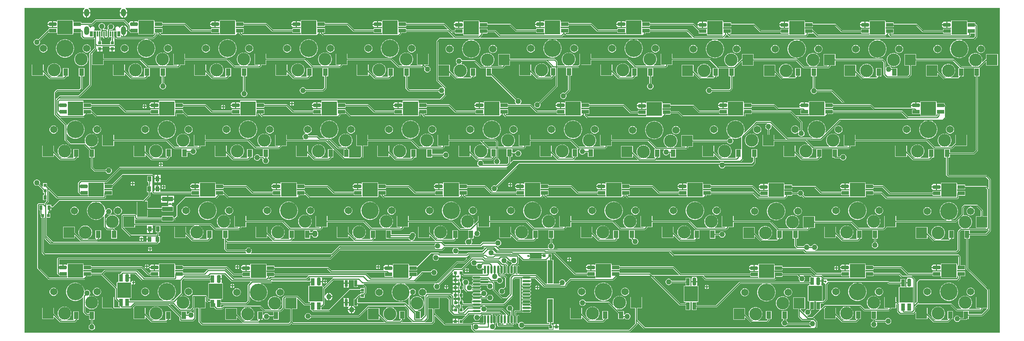
<source format=gbl>
G04*
G04 #@! TF.GenerationSoftware,Altium Limited,Altium Designer,23.0.1 (38)*
G04*
G04 Layer_Physical_Order=2*
G04 Layer_Color=16711680*
%FSLAX44Y44*%
%MOMM*%
G71*
G04*
G04 #@! TF.SameCoordinates,415B9E50-699A-4425-B3A7-CA41C988AD1A*
G04*
G04*
G04 #@! TF.FilePolarity,Positive*
G04*
G01*
G75*
%ADD11C,0.2540*%
%ADD21R,3.2000X3.6000*%
%ADD22O,1.2000X2.0000*%
%ADD23O,1.2000X1.8000*%
%ADD24C,3.0000*%
%ADD25C,1.7018*%
%ADD26C,4.0640*%
%ADD27R,3.6000X3.2000*%
%ADD28C,0.5000*%
%ADD29C,1.2700*%
%ADD30R,0.8000X1.0000*%
%ADD31R,0.7620X0.7620*%
%ADD32R,0.7620X0.7620*%
%ADD33R,2.5000X1.1000*%
%ADD34R,2.3400X3.6000*%
%ADD35R,0.8890X1.2700*%
%ADD36R,1.3000X5.5000*%
%ADD37R,0.7000X1.5000*%
%ADD38R,1.1176X1.7018*%
%ADD39R,0.9000X1.7000*%
G04:AMPARAMS|DCode=40|XSize=1.8mm|YSize=0.9mm|CornerRadius=0mm|HoleSize=0mm|Usage=FLASHONLY|Rotation=270.000|XOffset=0mm|YOffset=0mm|HoleType=Round|Shape=Octagon|*
%AMOCTAGOND40*
4,1,8,-0.2250,-0.9000,0.2250,-0.9000,0.4500,-0.6750,0.4500,0.6750,0.2250,0.9000,-0.2250,0.9000,-0.4500,0.6750,-0.4500,-0.6750,-0.2250,-0.9000,0.0*
%
%ADD40OCTAGOND40*%

%ADD41O,1.8953X0.4409*%
%ADD42O,0.4409X1.8953*%
%ADD43R,0.3000X1.3000*%
%ADD44R,1.7000X0.9000*%
G04:AMPARAMS|DCode=45|XSize=1.8mm|YSize=0.9mm|CornerRadius=0mm|HoleSize=0mm|Usage=FLASHONLY|Rotation=0.000|XOffset=0mm|YOffset=0mm|HoleType=Round|Shape=Octagon|*
%AMOCTAGOND45*
4,1,8,0.9000,-0.2250,0.9000,0.2250,0.6750,0.4500,-0.6750,0.4500,-0.9000,0.2250,-0.9000,-0.2250,-0.6750,-0.4500,0.6750,-0.4500,0.9000,-0.2250,0.0*
%
%ADD45OCTAGOND45*%

%ADD46R,2.5500X2.5000*%
G36*
X2584450Y355600D02*
X297180D01*
Y1118870D01*
X437959D01*
X438390Y1117600D01*
X436997Y1116531D01*
X435628Y1114747D01*
X434768Y1112669D01*
X434474Y1110440D01*
Y1108710D01*
X451701D01*
Y1110440D01*
X451408Y1112669D01*
X450547Y1114747D01*
X449179Y1116531D01*
X447785Y1117600D01*
X448216Y1118870D01*
X524462D01*
X524893Y1117600D01*
X523499Y1116531D01*
X522130Y1114747D01*
X521270Y1112669D01*
X520976Y1110440D01*
Y1108710D01*
X538204D01*
Y1110440D01*
X537910Y1112669D01*
X537050Y1114747D01*
X535681Y1116531D01*
X534287Y1117600D01*
X534719Y1118870D01*
X2584450D01*
Y355600D01*
D02*
G37*
%LPC*%
G36*
X538204Y1106170D02*
X530860D01*
Y1095993D01*
X531819Y1096120D01*
X533897Y1096980D01*
X535681Y1098349D01*
X537050Y1100133D01*
X537910Y1102211D01*
X538204Y1104440D01*
Y1106170D01*
D02*
G37*
G36*
X528320D02*
X520976D01*
Y1104440D01*
X521270Y1102211D01*
X522130Y1100133D01*
X523499Y1098349D01*
X525283Y1096980D01*
X527361Y1096120D01*
X528320Y1095993D01*
Y1106170D01*
D02*
G37*
G36*
X451701D02*
X444358D01*
Y1095993D01*
X445317Y1096120D01*
X447395Y1096980D01*
X449179Y1098349D01*
X450547Y1100133D01*
X451408Y1102211D01*
X451701Y1104440D01*
Y1106170D01*
D02*
G37*
G36*
X441818D02*
X434474D01*
Y1104440D01*
X434768Y1102211D01*
X435628Y1100133D01*
X436997Y1098349D01*
X438781Y1096980D01*
X440858Y1096120D01*
X441818Y1095993D01*
Y1106170D01*
D02*
G37*
G36*
X531045Y1091536D02*
X464582D01*
X463696Y1091359D01*
X462945Y1090858D01*
X455052Y1082965D01*
X430430D01*
Y1086150D01*
X411512D01*
Y1089150D01*
X411430Y1089349D01*
Y1090150D01*
X410629D01*
X410430Y1090232D01*
X374430D01*
X374231Y1090150D01*
X373430D01*
Y1089349D01*
X373348Y1089150D01*
Y1087452D01*
X372174Y1086966D01*
X371450Y1087690D01*
X364700D01*
Y1080650D01*
Y1073610D01*
X371450D01*
X372174Y1074335D01*
X373348Y1073849D01*
Y1071150D01*
X354430D01*
Y1067964D01*
X353568D01*
X352682Y1067788D01*
X351931Y1067287D01*
X329696Y1045051D01*
X329227Y1045321D01*
X327358Y1045822D01*
X325422D01*
X323553Y1045321D01*
X321877Y1044353D01*
X320508Y1042985D01*
X319541Y1041309D01*
X319040Y1039439D01*
Y1037504D01*
X319541Y1035635D01*
X320508Y1033959D01*
X321877Y1032590D01*
X323553Y1031623D01*
X325422Y1031122D01*
X327358D01*
X329227Y1031623D01*
X330903Y1032590D01*
X332271Y1033959D01*
X333239Y1035635D01*
X333740Y1037504D01*
Y1039439D01*
X333239Y1041309D01*
X332969Y1041777D01*
X353257Y1062066D01*
X354430Y1061580D01*
Y1060150D01*
X373348D01*
Y1057150D01*
X373430Y1056951D01*
Y1056150D01*
X374231D01*
X374430Y1056068D01*
X410430D01*
X410629Y1056150D01*
X411430D01*
Y1056951D01*
X411512Y1057150D01*
Y1060150D01*
X429739D01*
Y1052576D01*
X429916Y1051690D01*
X430417Y1050939D01*
X434481Y1046875D01*
X435232Y1046374D01*
X436118Y1046198D01*
X458808D01*
X459693Y1046374D01*
X460255Y1046749D01*
X461525Y1046381D01*
Y1034252D01*
Y1024325D01*
X449975Y1012775D01*
X449474Y1012024D01*
X449297Y1011138D01*
Y938219D01*
X423983Y912905D01*
X380492D01*
X379606Y912728D01*
X378855Y912227D01*
X372697Y906068D01*
X371524Y906554D01*
Y919177D01*
X374847Y922499D01*
X426720D01*
X427606Y922676D01*
X428357Y923177D01*
X432929Y927749D01*
X433430Y928500D01*
X433606Y929386D01*
Y958231D01*
X437880D01*
Y977249D01*
X424704D01*
Y958231D01*
X428978D01*
Y930345D01*
X425761Y927129D01*
X373888D01*
X373002Y926952D01*
X372251Y926451D01*
X367573Y921772D01*
X367071Y921021D01*
X366895Y920135D01*
Y869041D01*
X367071Y868155D01*
X367573Y867404D01*
X391640Y843337D01*
Y808990D01*
X391816Y808104D01*
X392317Y807353D01*
X402985Y796685D01*
X403736Y796184D01*
X404622Y796008D01*
X438207D01*
X448834Y785381D01*
Y767731D01*
X453107D01*
Y743712D01*
X453284Y742826D01*
X453785Y742075D01*
X460897Y734963D01*
X461648Y734462D01*
X462534Y734286D01*
X487803D01*
X487943Y733763D01*
X488910Y732087D01*
X490279Y730719D01*
X491955Y729751D01*
X493824Y729250D01*
X495760D01*
X497629Y729751D01*
X499305Y730719D01*
X500673Y732087D01*
X501641Y733763D01*
X502142Y735632D01*
Y737568D01*
X501641Y739437D01*
X500673Y741113D01*
X499305Y742482D01*
X497629Y743449D01*
X495760Y743950D01*
X493824D01*
X491955Y743449D01*
X490279Y742482D01*
X488910Y741113D01*
X487943Y739437D01*
X487803Y738914D01*
X463493D01*
X457737Y744671D01*
Y767731D01*
X462010D01*
Y786749D01*
X454012D01*
X449524Y791237D01*
X450279Y792278D01*
X453084Y791720D01*
X456236D01*
X459327Y792335D01*
X462239Y793541D01*
X464859Y795292D01*
X467088Y797521D01*
X468839Y800141D01*
X470045Y803053D01*
X470660Y806144D01*
Y809296D01*
X470045Y812387D01*
X468839Y815299D01*
X467088Y817919D01*
X464859Y820148D01*
X462239Y821899D01*
X459327Y823105D01*
X456236Y823720D01*
X453084D01*
X449993Y823105D01*
X447081Y821899D01*
X444461Y820148D01*
X442232Y817919D01*
X440481Y815299D01*
X439275Y812387D01*
X438660Y809296D01*
Y806144D01*
X439275Y803053D01*
X439791Y801807D01*
X439475Y801216D01*
X438901Y800637D01*
X405581D01*
X396269Y809949D01*
Y823141D01*
X397514Y823389D01*
X397667Y823021D01*
X400000Y819529D01*
X402969Y816560D01*
X406461Y814227D01*
X410341Y812619D01*
X414460Y811800D01*
X418660D01*
X422779Y812619D01*
X426659Y814227D01*
X430151Y816560D01*
X433120Y819529D01*
X435453Y823021D01*
X437061Y826901D01*
X437880Y831020D01*
Y835220D01*
X437061Y839339D01*
X435453Y843219D01*
X433120Y846711D01*
X430151Y849680D01*
X426659Y852013D01*
X422779Y853621D01*
X418660Y854440D01*
X414460D01*
X410341Y853621D01*
X406461Y852013D01*
X402969Y849680D01*
X400000Y846711D01*
X397667Y843219D01*
X397514Y842851D01*
X396269Y843099D01*
Y844296D01*
X396092Y845182D01*
X395591Y845933D01*
X381000Y860524D01*
X381526Y861794D01*
X436372D01*
X437258Y861970D01*
X438009Y862471D01*
X443597Y868059D01*
X444098Y868810D01*
X444265Y869650D01*
X454560D01*
Y870826D01*
X455733Y871312D01*
X464319Y862725D01*
X465070Y862224D01*
X465956Y862048D01*
X650240D01*
X651126Y862224D01*
X651877Y862725D01*
X653147Y863995D01*
X653648Y864746D01*
X653824Y865632D01*
Y869650D01*
X669190D01*
Y869650D01*
X670296Y870108D01*
X677679Y862725D01*
X678430Y862224D01*
X679316Y862048D01*
X840740D01*
X841626Y862224D01*
X842377Y862725D01*
X843647Y863995D01*
X844148Y864746D01*
X844324Y865632D01*
Y869650D01*
X847833D01*
X848000Y868810D01*
X848501Y868059D01*
X853835Y862725D01*
X854586Y862224D01*
X855472Y862048D01*
X1032256D01*
X1033142Y862224D01*
X1033893Y862725D01*
X1038211Y867043D01*
X1038712Y867794D01*
X1038888Y868680D01*
Y869650D01*
X1050190D01*
Y870572D01*
X1051363Y871058D01*
X1059695Y862725D01*
X1060446Y862224D01*
X1061332Y862048D01*
X1221740D01*
X1222626Y862224D01*
X1223377Y862725D01*
X1224647Y863995D01*
X1225148Y864746D01*
X1225324Y865632D01*
Y869650D01*
X1228823D01*
Y868680D01*
X1229000Y867794D01*
X1229501Y867043D01*
X1233819Y862725D01*
X1234570Y862224D01*
X1235456Y862048D01*
X1412240D01*
X1413126Y862224D01*
X1413877Y862725D01*
X1418566Y867414D01*
X1419396Y867494D01*
X1420174Y867364D01*
X1420226Y867327D01*
X1424827Y862725D01*
X1425578Y862224D01*
X1426464Y862048D01*
X1602740D01*
X1603626Y862224D01*
X1604377Y862725D01*
X1608582Y866931D01*
X1609953Y866506D01*
X1610000Y866270D01*
X1610501Y865519D01*
X1615835Y860185D01*
X1616586Y859684D01*
X1617472Y859508D01*
X1792224D01*
X1793110Y859684D01*
X1793861Y860185D01*
X1800211Y866535D01*
X1800712Y867286D01*
X1800889Y868172D01*
Y868380D01*
X1812190D01*
Y871565D01*
X1829365D01*
X1838205Y862725D01*
X1838956Y862224D01*
X1839842Y862048D01*
X1983740D01*
X1984626Y862224D01*
X1985377Y862725D01*
X1986647Y863995D01*
X1987148Y864746D01*
X1987325Y865632D01*
Y869650D01*
X2002690D01*
Y872835D01*
X2093405D01*
X2103515Y862725D01*
X2116808Y849433D01*
Y830965D01*
X2116285Y830825D01*
X2114687Y829903D01*
X2114413Y829997D01*
X2113561Y830605D01*
X2113899Y831868D01*
Y834372D01*
X2113251Y836790D01*
X2111999Y838959D01*
X2110229Y840729D01*
X2108060Y841981D01*
X2105642Y842629D01*
X2103138D01*
X2100720Y841981D01*
X2098551Y840729D01*
X2096781Y838959D01*
X2095529Y836790D01*
X2094881Y834372D01*
Y831868D01*
X2095529Y829450D01*
X2096781Y827281D01*
X2098551Y825511D01*
X2100720Y824259D01*
X2103138Y823611D01*
X2105642D01*
X2108060Y824259D01*
X2110229Y825511D01*
X2110748Y826031D01*
X2111887Y825373D01*
X2111772Y824944D01*
Y823008D01*
X2112273Y821139D01*
X2113241Y819463D01*
X2114609Y818094D01*
X2116285Y817127D01*
X2118154Y816626D01*
X2120090D01*
X2121959Y817127D01*
X2123635Y818094D01*
X2125004Y819463D01*
X2125971Y821139D01*
X2126472Y823008D01*
Y824944D01*
X2125971Y826813D01*
X2125004Y828489D01*
X2123635Y829857D01*
X2121959Y830825D01*
X2121436Y830965D01*
Y850392D01*
X2121260Y851278D01*
X2120759Y852029D01*
X2111913Y860874D01*
X2112399Y862048D01*
X2174240D01*
X2175126Y862224D01*
X2175877Y862725D01*
X2181211Y868059D01*
X2181712Y868810D01*
X2181879Y869650D01*
X2193190D01*
Y872835D01*
X2354263D01*
X2367167Y859931D01*
X2367918Y859430D01*
X2368518Y859311D01*
X2368393Y858040D01*
X2209744D01*
X2208858Y857864D01*
X2208107Y857363D01*
X2176610Y825865D01*
X2175554Y826571D01*
X2175691Y826901D01*
X2176510Y831020D01*
Y835220D01*
X2175691Y839339D01*
X2174084Y843219D01*
X2171750Y846711D01*
X2168781Y849680D01*
X2165289Y852013D01*
X2161409Y853621D01*
X2157290Y854440D01*
X2153090D01*
X2148971Y853621D01*
X2145091Y852013D01*
X2141599Y849680D01*
X2138630Y846711D01*
X2136297Y843219D01*
X2134689Y839339D01*
X2133870Y835220D01*
Y831020D01*
X2134689Y826901D01*
X2136297Y823021D01*
X2138630Y819529D01*
X2141599Y816560D01*
X2145091Y814227D01*
X2145459Y814074D01*
X2145211Y812829D01*
X2142687D01*
X2142349Y813167D01*
X2141598Y813668D01*
X2140712Y813845D01*
X2086553D01*
X2048249Y852148D01*
X2047498Y852650D01*
X2046613Y852826D01*
X2014029D01*
X2013143Y852650D01*
X2012392Y852148D01*
X1986110Y825865D01*
X1985054Y826571D01*
X1985191Y826901D01*
X1986010Y831020D01*
Y835220D01*
X1985191Y839339D01*
X1983584Y843219D01*
X1981250Y846711D01*
X1978281Y849680D01*
X1974789Y852013D01*
X1970909Y853621D01*
X1966790Y854440D01*
X1962590D01*
X1958471Y853621D01*
X1954591Y852013D01*
X1951099Y849680D01*
X1948130Y846711D01*
X1945797Y843219D01*
X1944189Y839339D01*
X1943370Y835220D01*
Y831020D01*
X1944189Y826901D01*
X1945797Y823021D01*
X1948130Y819529D01*
X1951099Y816560D01*
X1953465Y814979D01*
X1952958Y813800D01*
X1951022D01*
X1949153Y813299D01*
X1947477Y812331D01*
X1946109Y810963D01*
X1945141Y809287D01*
X1945001Y808764D01*
X1864940D01*
Y819950D01*
X1837440D01*
Y792950D01*
X1846498D01*
X1847177Y791680D01*
X1847052Y791492D01*
X1820990D01*
X1820604Y792763D01*
X1822489Y794022D01*
X1824718Y796251D01*
X1826469Y798871D01*
X1827675Y801783D01*
X1828290Y804874D01*
Y808026D01*
X1827675Y811117D01*
X1826469Y814029D01*
X1824718Y816649D01*
X1822489Y818878D01*
X1819869Y820629D01*
X1816957Y821835D01*
X1813866Y822450D01*
X1810714D01*
X1807623Y821835D01*
X1804711Y820629D01*
X1802091Y818878D01*
X1799862Y816649D01*
X1798111Y814029D01*
X1796905Y811117D01*
X1796290Y808026D01*
Y804874D01*
X1796905Y801783D01*
X1798111Y798871D01*
X1799862Y796251D01*
X1802091Y794022D01*
X1803976Y792763D01*
X1803590Y791492D01*
X1779721D01*
X1761857Y809357D01*
X1761106Y809858D01*
X1760220Y810034D01*
X1674440D01*
Y821220D01*
X1646940D01*
Y794220D01*
X1656036D01*
X1656715Y792950D01*
X1656590Y792763D01*
X1630490D01*
X1630104Y794033D01*
X1631989Y795292D01*
X1634218Y797521D01*
X1635969Y800141D01*
X1637175Y803053D01*
X1637790Y806144D01*
Y809296D01*
X1637175Y812387D01*
X1635969Y815299D01*
X1634218Y817919D01*
X1631989Y820148D01*
X1629369Y821899D01*
X1626457Y823105D01*
X1623366Y823720D01*
X1620214D01*
X1617123Y823105D01*
X1614211Y821899D01*
X1611591Y820148D01*
X1609362Y817919D01*
X1607611Y815299D01*
X1606405Y812387D01*
X1605790Y809296D01*
Y806144D01*
X1606405Y803053D01*
X1607611Y800141D01*
X1609362Y797521D01*
X1611591Y795292D01*
X1613476Y794033D01*
X1613090Y792763D01*
X1597095D01*
X1580501Y809357D01*
X1579750Y809858D01*
X1578864Y810034D01*
X1483940D01*
Y821220D01*
X1456440D01*
Y794220D01*
X1465536D01*
X1466215Y792950D01*
X1466090Y792763D01*
X1439990D01*
X1439604Y794033D01*
X1441489Y795292D01*
X1443718Y797521D01*
X1445469Y800141D01*
X1446675Y803053D01*
X1447290Y806144D01*
Y809296D01*
X1446675Y812387D01*
X1445469Y815299D01*
X1443718Y817919D01*
X1441489Y820148D01*
X1438869Y821899D01*
X1435957Y823105D01*
X1432866Y823720D01*
X1429714D01*
X1426623Y823105D01*
X1423711Y821899D01*
X1421091Y820148D01*
X1418862Y817919D01*
X1417111Y815299D01*
X1415905Y812387D01*
X1415290Y809296D01*
Y806144D01*
X1415905Y803053D01*
X1417111Y800141D01*
X1418862Y797521D01*
X1421091Y795292D01*
X1422976Y794033D01*
X1422590Y792763D01*
X1407697D01*
Y804672D01*
X1407520Y805558D01*
X1407019Y806309D01*
X1403971Y809357D01*
X1403220Y809858D01*
X1402334Y810034D01*
X1293440D01*
Y821220D01*
X1265940D01*
Y794220D01*
X1275036D01*
X1275715Y792950D01*
X1275590Y792763D01*
X1249490D01*
X1249104Y794033D01*
X1250989Y795292D01*
X1253218Y797521D01*
X1254969Y800141D01*
X1256175Y803053D01*
X1256790Y806144D01*
Y809296D01*
X1256175Y812387D01*
X1254969Y815299D01*
X1253218Y817919D01*
X1250989Y820148D01*
X1248369Y821899D01*
X1245457Y823105D01*
X1242366Y823720D01*
X1239214D01*
X1236123Y823105D01*
X1233211Y821899D01*
X1230591Y820148D01*
X1228362Y817919D01*
X1226611Y815299D01*
X1225405Y812387D01*
X1224790Y809296D01*
Y806144D01*
X1225405Y803053D01*
X1226611Y800141D01*
X1228362Y797521D01*
X1230591Y795292D01*
X1232476Y794033D01*
X1232090Y792763D01*
X1222699D01*
X1206105Y809357D01*
X1205354Y809858D01*
X1204468Y810034D01*
X1102940D01*
Y821220D01*
X1075440D01*
Y794220D01*
X1086876D01*
Y770376D01*
X1084129Y767629D01*
X1060138D01*
X1058910Y767731D01*
Y786749D01*
X1054637D01*
Y788416D01*
X1054460Y789302D01*
X1053959Y790053D01*
X1053173Y790838D01*
X1053542Y792053D01*
X1054957Y792335D01*
X1057869Y793541D01*
X1060489Y795292D01*
X1062718Y797521D01*
X1064469Y800141D01*
X1065675Y803053D01*
X1066290Y806144D01*
Y809296D01*
X1065675Y812387D01*
X1064469Y815299D01*
X1062718Y817919D01*
X1060489Y820148D01*
X1057869Y821899D01*
X1054957Y823105D01*
X1051866Y823720D01*
X1048714D01*
X1045623Y823105D01*
X1042711Y821899D01*
X1040091Y820148D01*
X1037862Y817919D01*
X1036111Y815299D01*
X1034905Y812387D01*
X1034290Y809296D01*
Y806144D01*
X1034905Y803053D01*
X1036111Y800141D01*
X1037862Y797521D01*
X1040091Y795292D01*
X1041976Y794033D01*
X1041590Y792763D01*
X1033978D01*
X1015785Y810956D01*
X1016154Y812171D01*
X1018409Y812619D01*
X1022289Y814227D01*
X1025781Y816560D01*
X1028750Y819529D01*
X1031084Y823021D01*
X1032691Y826901D01*
X1033510Y831020D01*
Y835220D01*
X1032691Y839339D01*
X1031084Y843219D01*
X1028750Y846711D01*
X1025781Y849680D01*
X1022289Y852013D01*
X1018409Y853621D01*
X1014290Y854440D01*
X1010090D01*
X1005971Y853621D01*
X1002091Y852013D01*
X998599Y849680D01*
X995630Y846711D01*
X993297Y843219D01*
X991689Y839339D01*
X990870Y835220D01*
Y831020D01*
X991689Y826901D01*
X993297Y823021D01*
X995630Y819529D01*
X998599Y816560D01*
X1002091Y814227D01*
X1002421Y814090D01*
X1002173Y812844D01*
X990543D01*
X985140Y818247D01*
X984389Y818748D01*
X983504Y818924D01*
X964061D01*
X963921Y819447D01*
X962953Y821123D01*
X961736Y822341D01*
X961840Y822967D01*
X962186Y823611D01*
X962642D01*
X965060Y824259D01*
X967229Y825511D01*
X968999Y827281D01*
X970251Y829450D01*
X970899Y831868D01*
Y834372D01*
X970251Y836790D01*
X968999Y838959D01*
X967229Y840729D01*
X965060Y841981D01*
X962642Y842629D01*
X960138D01*
X957720Y841981D01*
X955551Y840729D01*
X953781Y838959D01*
X952529Y836790D01*
X951881Y834372D01*
Y831868D01*
X952529Y829450D01*
X953781Y827281D01*
X955551Y825511D01*
X956066Y825214D01*
X956081Y824707D01*
X955826Y823886D01*
X954235Y823459D01*
X952559Y822492D01*
X951190Y821123D01*
X950223Y819447D01*
X949722Y817578D01*
Y815642D01*
X950223Y813773D01*
X951190Y812097D01*
X951983Y811304D01*
X951457Y810034D01*
X912440D01*
Y821220D01*
X884940D01*
Y794220D01*
X891595D01*
X892274Y792950D01*
X892149Y792763D01*
X868490D01*
X868104Y794033D01*
X869989Y795292D01*
X872218Y797521D01*
X873969Y800141D01*
X875175Y803053D01*
X875790Y806144D01*
Y809296D01*
X875175Y812387D01*
X873969Y815299D01*
X872218Y817919D01*
X869989Y820148D01*
X867369Y821899D01*
X864457Y823105D01*
X861366Y823720D01*
X858214D01*
X855123Y823105D01*
X852211Y821899D01*
X849591Y820148D01*
X847362Y817919D01*
X845611Y815299D01*
X844405Y812387D01*
X843790Y809296D01*
Y806144D01*
X844405Y803053D01*
X845611Y800141D01*
X847362Y797521D01*
X849591Y795292D01*
X851476Y794033D01*
X851090Y792763D01*
X840175D01*
X823581Y809357D01*
X822830Y809858D01*
X821944Y810034D01*
X721940D01*
Y821220D01*
X694440D01*
Y794220D01*
X703536D01*
X704215Y792950D01*
X704090Y792763D01*
X677990D01*
X677604Y794033D01*
X679489Y795292D01*
X681718Y797521D01*
X683469Y800141D01*
X684675Y803053D01*
X685290Y806144D01*
Y809296D01*
X684675Y812387D01*
X683469Y815299D01*
X681718Y817919D01*
X679489Y820148D01*
X676869Y821899D01*
X673957Y823105D01*
X670866Y823720D01*
X667714D01*
X664623Y823105D01*
X661711Y821899D01*
X659091Y820148D01*
X656862Y817919D01*
X655111Y815299D01*
X653905Y812387D01*
X653290Y809296D01*
Y806144D01*
X653905Y803053D01*
X655111Y800141D01*
X656862Y797521D01*
X659091Y795292D01*
X660976Y794033D01*
X660590Y792763D01*
X649675D01*
X633081Y809357D01*
X632330Y809858D01*
X631444Y810034D01*
X507310D01*
Y821220D01*
X479810D01*
Y794220D01*
X507310D01*
Y805406D01*
X630485D01*
X647079Y788811D01*
X647830Y788310D01*
X648716Y788133D01*
X664781D01*
X666004Y788019D01*
Y769001D01*
X679180D01*
Y779243D01*
X685991D01*
X686063Y778975D01*
X687030Y777299D01*
X688399Y775930D01*
X690075Y774963D01*
X691944Y774462D01*
X693880D01*
X695749Y774963D01*
X697425Y775930D01*
X698793Y777299D01*
X699761Y778975D01*
X700262Y780844D01*
Y782780D01*
X699761Y784649D01*
X698793Y786325D01*
X698255Y786863D01*
X698781Y788133D01*
X706158D01*
X707044Y788310D01*
X707795Y788811D01*
X709827Y790843D01*
X710328Y791594D01*
X710505Y792480D01*
Y794220D01*
X721940D01*
Y805406D01*
X820985D01*
X837579Y788811D01*
X838330Y788310D01*
X839216Y788133D01*
X894080D01*
X894966Y788310D01*
X895717Y788811D01*
X900327Y793421D01*
X900828Y794172D01*
X900838Y794220D01*
X912440D01*
Y805406D01*
X985101D01*
X985153Y805353D01*
X985904Y804851D01*
X986790Y804675D01*
X1003847D01*
X1020599Y787922D01*
X1020113Y786749D01*
X1008650D01*
Y767731D01*
X1008650D01*
X1009216Y766461D01*
X1009139Y766347D01*
X993355D01*
X993103Y767617D01*
X994369Y768141D01*
X996989Y769892D01*
X999218Y772121D01*
X1000969Y774741D01*
X1002175Y777653D01*
X1002790Y780744D01*
Y783896D01*
X1002175Y786987D01*
X1000969Y789899D01*
X999218Y792519D01*
X996989Y794748D01*
X994369Y796499D01*
X991457Y797705D01*
X988366Y798320D01*
X985214D01*
X982123Y797705D01*
X979211Y796499D01*
X976591Y794748D01*
X974362Y792519D01*
X972611Y789899D01*
X971405Y786987D01*
X970790Y783896D01*
Y780744D01*
X971405Y777653D01*
X972611Y774741D01*
X974362Y772121D01*
X976591Y769892D01*
X979211Y768141D01*
X980477Y767617D01*
X980225Y766347D01*
X977589D01*
X961940Y781995D01*
Y795820D01*
X934440D01*
Y768820D01*
X961940D01*
Y773789D01*
X963113Y774275D01*
X974993Y762395D01*
X975744Y761894D01*
X976630Y761718D01*
X1011174D01*
X1012060Y761894D01*
X1012811Y762395D01*
X1016875Y766459D01*
X1017376Y767210D01*
X1017480Y767731D01*
X1021826D01*
Y785036D01*
X1022999Y785522D01*
X1044843Y763678D01*
X1045594Y763176D01*
X1046480Y763000D01*
X1085088D01*
X1085974Y763176D01*
X1086725Y763678D01*
X1090827Y767780D01*
X1091328Y768531D01*
X1091505Y769417D01*
Y794220D01*
X1102940D01*
Y805406D01*
X1203509D01*
X1220103Y788811D01*
X1220854Y788310D01*
X1221740Y788133D01*
X1277658D01*
X1278544Y788310D01*
X1279295Y788811D01*
X1281327Y790843D01*
X1281828Y791594D01*
X1282005Y792480D01*
Y794220D01*
X1293440D01*
Y805406D01*
X1366069D01*
X1372479Y798996D01*
X1371854Y797825D01*
X1369366Y798320D01*
X1366214D01*
X1363123Y797705D01*
X1360211Y796499D01*
X1357591Y794748D01*
X1355362Y792519D01*
X1353611Y789899D01*
X1352405Y786987D01*
X1351790Y783896D01*
Y780744D01*
X1352405Y777653D01*
X1353611Y774741D01*
X1355362Y772121D01*
X1357591Y769892D01*
X1360211Y768141D01*
X1361477Y767617D01*
X1361225Y766347D01*
X1358589D01*
X1342940Y781995D01*
Y795820D01*
X1315440D01*
Y768820D01*
X1342940D01*
Y773789D01*
X1344113Y774275D01*
X1355993Y762395D01*
X1356744Y761894D01*
X1357630Y761718D01*
X1363443D01*
X1363683Y760467D01*
X1362007Y759500D01*
X1360638Y758131D01*
X1359671Y756455D01*
X1359170Y754586D01*
Y752650D01*
X1359671Y750781D01*
X1360638Y749105D01*
X1362007Y747737D01*
X1363683Y746769D01*
X1364558Y746535D01*
X1364391Y745265D01*
X521462D01*
X520576Y745088D01*
X519825Y744587D01*
X488753Y713514D01*
X429260D01*
X428374Y713338D01*
X427623Y712837D01*
X423559Y708773D01*
X423058Y708022D01*
X422882Y707136D01*
Y686816D01*
X423058Y685930D01*
X423559Y685179D01*
X425845Y682893D01*
X426596Y682392D01*
X427482Y682215D01*
X427530D01*
Y679030D01*
X446448D01*
Y676030D01*
X446376Y675922D01*
X375249D01*
X353427Y697745D01*
X350249Y700922D01*
Y707269D01*
X340629D01*
Y699338D01*
X339359Y698812D01*
X332969Y705203D01*
X333239Y705671D01*
X333740Y707541D01*
Y709476D01*
X333239Y711345D01*
X332271Y713021D01*
X330903Y714390D01*
X329227Y715357D01*
X327358Y715858D01*
X325422D01*
X323553Y715357D01*
X321877Y714390D01*
X320508Y713021D01*
X319541Y711345D01*
X319040Y709476D01*
Y707541D01*
X319541Y705671D01*
X320508Y703995D01*
X321877Y702627D01*
X323553Y701659D01*
X325422Y701158D01*
X327358D01*
X329227Y701659D01*
X329696Y701929D01*
X340629Y690996D01*
Y684649D01*
X343125D01*
Y681228D01*
X343125Y681226D01*
Y679170D01*
X340439D01*
Y667170D01*
X349476D01*
Y665677D01*
X345327Y661529D01*
X344826Y660778D01*
X344650Y659892D01*
Y659265D01*
X343476Y658779D01*
X343013Y659243D01*
X342262Y659744D01*
X341376Y659921D01*
X330708D01*
X329822Y659744D01*
X329071Y659243D01*
X327801Y657973D01*
X327300Y657222D01*
X327123Y656336D01*
Y508000D01*
X327300Y507114D01*
X327801Y506363D01*
X352947Y481217D01*
X353698Y480716D01*
X354584Y480540D01*
X437134D01*
X438020Y480716D01*
X438771Y481217D01*
X443597Y486043D01*
X444098Y486794D01*
X444274Y487680D01*
Y488650D01*
X454560D01*
Y491835D01*
X477831D01*
X510257Y459409D01*
Y435610D01*
X510434Y434724D01*
X510935Y433973D01*
X517285Y427623D01*
X517898Y427214D01*
Y417930D01*
X521204D01*
X521260Y417648D01*
X521762Y416897D01*
X522051Y416608D01*
X521565Y415434D01*
X507310D01*
Y440220D01*
X479810D01*
Y413220D01*
X502517D01*
X504254Y411483D01*
X505005Y410981D01*
X505890Y410805D01*
X547740D01*
X548625Y410981D01*
X549376Y411483D01*
X552170Y414277D01*
X553440Y413751D01*
Y387820D01*
X580940D01*
Y392789D01*
X582113Y393275D01*
X593993Y381395D01*
X594744Y380894D01*
X595630Y380718D01*
X629920D01*
X630806Y380894D01*
X631557Y381395D01*
X635875Y385713D01*
X636376Y386464D01*
X636429Y386731D01*
X640826D01*
Y405749D01*
X627650D01*
Y386731D01*
X627650D01*
X627962Y385461D01*
X627885Y385346D01*
X612355D01*
X612103Y386617D01*
X613369Y387141D01*
X615989Y388892D01*
X618218Y391121D01*
X619969Y393741D01*
X621175Y396653D01*
X621790Y399744D01*
Y402896D01*
X621175Y405987D01*
X619969Y408899D01*
X618218Y411519D01*
X615989Y413748D01*
X613369Y415499D01*
X610457Y416705D01*
X607366Y417320D01*
X604214D01*
X601123Y416705D01*
X598211Y415499D01*
X595591Y413748D01*
X593362Y411519D01*
X591611Y408899D01*
X590405Y405987D01*
X589790Y402896D01*
Y399744D01*
X590405Y396653D01*
X591611Y393741D01*
X593362Y391121D01*
X595591Y388892D01*
X598211Y387141D01*
X599477Y386617D01*
X599225Y385346D01*
X596589D01*
X580940Y400995D01*
Y414820D01*
X554509D01*
X553983Y416090D01*
X557234Y419341D01*
X633772D01*
X661149Y391964D01*
Y385461D01*
X661325Y384575D01*
X661827Y383824D01*
X662578Y383322D01*
X663464Y383146D01*
X692039D01*
X692924Y383322D01*
X693675Y383824D01*
X698359Y388507D01*
X698860Y389258D01*
X699036Y390144D01*
Y413220D01*
X705876D01*
Y382016D01*
X706052Y381130D01*
X706553Y380379D01*
X712395Y374537D01*
X713146Y374036D01*
X714032Y373859D01*
X918464D01*
X918629Y373892D01*
X918798Y373884D01*
X919068Y373980D01*
X919350Y374036D01*
X919490Y374129D01*
X919649Y374186D01*
X919862Y374378D01*
X920101Y374537D01*
X920194Y374678D01*
X920319Y374790D01*
X922496Y377709D01*
X923762Y377801D01*
X925247Y376315D01*
X925998Y375814D01*
X926884Y375638D01*
X1252766D01*
X1253652Y375814D01*
X1254403Y376315D01*
X1258467Y380379D01*
X1258968Y381130D01*
X1259145Y382016D01*
Y394581D01*
X1260318Y395067D01*
X1281102Y374283D01*
X1281852Y373782D01*
X1282738Y373605D01*
X1345155D01*
Y365760D01*
X1345332Y364874D01*
X1345833Y364123D01*
X1351421Y358535D01*
X1352172Y358034D01*
X1353058Y357858D01*
X1715986D01*
X1716872Y358034D01*
X1717623Y358535D01*
X1733447Y374360D01*
X1733948Y375111D01*
X1734125Y375996D01*
Y378833D01*
X1735298Y379319D01*
X1749731Y364885D01*
X1750482Y364384D01*
X1751368Y364207D01*
X2150364D01*
X2151250Y364384D01*
X2152001Y364885D01*
X2155303Y368187D01*
X2155804Y368938D01*
X2155981Y369824D01*
Y382016D01*
X2155804Y382902D01*
X2155303Y383653D01*
X2150223Y388733D01*
X2149912Y388940D01*
X2149625Y390224D01*
X2149666Y390491D01*
X2171517Y412342D01*
X2172690Y411856D01*
Y387820D01*
X2200190D01*
Y392789D01*
X2201363Y393275D01*
X2213243Y381395D01*
X2213994Y380894D01*
X2214880Y380718D01*
X2247392D01*
X2248278Y380894D01*
X2249029Y381395D01*
X2253855Y386221D01*
X2254356Y386972D01*
X2254532Y387858D01*
Y388001D01*
X2258806D01*
Y407019D01*
X2245630D01*
Y388001D01*
X2247428D01*
X2247914Y386828D01*
X2246433Y385346D01*
X2231605D01*
X2231353Y386617D01*
X2232619Y387141D01*
X2235239Y388892D01*
X2237468Y391121D01*
X2239219Y393741D01*
X2240425Y396653D01*
X2241040Y399744D01*
Y402896D01*
X2240425Y405987D01*
X2239219Y408899D01*
X2237468Y411519D01*
X2235239Y413748D01*
X2232974Y415261D01*
X2233360Y416531D01*
X2256085D01*
X2264805Y407811D01*
X2265556Y407310D01*
X2266442Y407133D01*
X2281491D01*
X2282714Y407019D01*
X2282714Y405863D01*
Y388001D01*
X2286987D01*
Y382655D01*
X2286465Y382515D01*
X2284789Y381548D01*
X2283421Y380179D01*
X2282453Y378503D01*
X2281952Y376634D01*
Y374698D01*
X2282453Y372829D01*
X2283421Y371153D01*
X2284789Y369785D01*
X2286465Y368817D01*
X2288334Y368316D01*
X2290270D01*
X2292139Y368817D01*
X2293815Y369785D01*
X2295184Y371153D01*
X2296151Y372829D01*
X2296652Y374698D01*
Y376634D01*
X2296151Y378503D01*
X2295606Y379448D01*
X2296339Y380718D01*
X2315587D01*
X2315727Y380195D01*
X2316694Y378519D01*
X2318063Y377150D01*
X2319739Y376183D01*
X2321608Y375682D01*
X2323544D01*
X2325413Y376183D01*
X2327089Y377150D01*
X2328457Y378519D01*
X2329425Y380195D01*
X2329926Y382064D01*
Y384000D01*
X2329425Y385869D01*
X2328457Y387545D01*
X2327089Y388913D01*
X2325413Y389881D01*
X2323544Y390382D01*
X2321608D01*
X2319739Y389881D01*
X2318063Y388913D01*
X2316694Y387545D01*
X2315727Y385869D01*
X2315587Y385346D01*
X2293055D01*
X2291670Y386731D01*
X2291746Y388001D01*
X2295890D01*
X2295890Y407019D01*
X2297113Y407133D01*
X2324608D01*
X2325494Y407310D01*
X2326245Y407811D01*
X2329077Y410644D01*
X2329578Y411394D01*
X2329755Y412280D01*
Y413220D01*
X2341190D01*
Y422477D01*
X2342363Y422963D01*
X2343629Y421697D01*
Y406400D01*
X2343806Y405514D01*
X2344307Y404763D01*
X2349133Y399937D01*
X2349884Y399436D01*
X2350770Y399259D01*
X2381504D01*
X2382390Y399436D01*
X2383141Y399937D01*
X2386147Y402944D01*
X2387320Y402458D01*
Y387820D01*
X2414820D01*
Y392789D01*
X2415993Y393275D01*
X2427873Y381395D01*
X2428624Y380894D01*
X2429510Y380718D01*
X2462784D01*
X2463670Y380894D01*
X2464421Y381395D01*
X2469755Y386729D01*
X2470256Y387480D01*
X2470360Y388001D01*
X2474706D01*
Y407019D01*
X2461530D01*
Y388001D01*
X2462820D01*
X2463306Y386828D01*
X2461825Y385346D01*
X2446235D01*
X2445983Y386617D01*
X2447249Y387141D01*
X2449869Y388892D01*
X2452098Y391121D01*
X2453849Y393741D01*
X2455055Y396653D01*
X2455670Y399744D01*
Y402896D01*
X2455055Y405987D01*
X2453849Y408899D01*
X2452098Y411519D01*
X2449869Y413748D01*
X2447249Y415499D01*
X2444337Y416705D01*
X2441246Y417320D01*
X2438094D01*
X2435003Y416705D01*
X2432091Y415499D01*
X2429471Y413748D01*
X2427242Y411519D01*
X2425491Y408899D01*
X2424285Y405987D01*
X2423670Y402896D01*
Y399744D01*
X2424285Y396653D01*
X2425491Y393741D01*
X2427242Y391121D01*
X2429471Y388892D01*
X2432091Y387141D01*
X2433357Y386617D01*
X2433105Y385346D01*
X2430469D01*
X2414820Y400995D01*
Y414820D01*
X2389633D01*
X2389107Y416090D01*
X2393105Y420088D01*
X2468937D01*
X2481213Y407811D01*
X2481964Y407310D01*
X2482850Y407133D01*
X2497391D01*
X2498614Y407019D01*
Y390934D01*
X2491363D01*
X2491223Y391457D01*
X2490255Y393133D01*
X2488887Y394501D01*
X2487211Y395469D01*
X2485342Y395970D01*
X2483406D01*
X2481537Y395469D01*
X2479861Y394501D01*
X2478492Y393133D01*
X2477525Y391457D01*
X2477024Y389588D01*
Y387652D01*
X2477525Y385783D01*
X2478492Y384107D01*
X2479861Y382738D01*
X2481537Y381771D01*
X2483406Y381270D01*
X2485342D01*
X2487211Y381771D01*
X2488887Y382738D01*
X2490255Y384107D01*
X2491223Y385783D01*
X2491363Y386306D01*
X2505202D01*
X2506088Y386482D01*
X2506839Y386983D01*
X2507340Y387734D01*
X2507393Y388001D01*
X2511790D01*
Y395196D01*
X2543048D01*
X2543934Y395372D01*
X2544685Y395873D01*
X2558909Y410097D01*
X2559410Y410848D01*
X2559586Y411734D01*
Y457200D01*
X2559410Y458086D01*
X2558909Y458837D01*
X2510056Y507689D01*
Y577231D01*
X2514330D01*
Y584426D01*
X2552192D01*
X2553078Y584602D01*
X2553829Y585103D01*
X2562267Y593542D01*
X2562769Y594293D01*
X2562945Y595178D01*
Y715970D01*
X2562769Y716855D01*
X2562267Y717606D01*
X2554337Y725537D01*
X2553586Y726038D01*
X2552700Y726215D01*
X2464759D01*
X2463067Y727907D01*
Y767731D01*
X2467340D01*
Y774926D01*
X2523744D01*
X2524630Y775102D01*
X2525381Y775603D01*
X2532239Y782461D01*
X2532740Y783212D01*
X2532917Y784098D01*
Y958231D01*
X2537190D01*
Y977249D01*
X2537190Y977249D01*
X2537034Y978519D01*
X2551277Y992762D01*
X2552450Y992276D01*
Y983450D01*
X2579950D01*
Y1010450D01*
X2552450D01*
Y999265D01*
X2552192D01*
X2551306Y999088D01*
X2550555Y998587D01*
X2543783Y991814D01*
X2542742Y992569D01*
X2543300Y995374D01*
Y998526D01*
X2542685Y1001617D01*
X2541479Y1004529D01*
X2539728Y1007149D01*
X2537499Y1009378D01*
X2534879Y1011129D01*
X2531967Y1012335D01*
X2528876Y1012950D01*
X2525724D01*
X2522633Y1012335D01*
X2519721Y1011129D01*
X2517101Y1009378D01*
X2514872Y1007149D01*
X2513121Y1004529D01*
X2511915Y1001617D01*
X2511300Y998526D01*
Y995374D01*
X2511915Y992283D01*
X2513121Y989371D01*
X2514872Y986751D01*
X2517101Y984522D01*
X2518986Y983262D01*
X2518600Y981992D01*
X2493715D01*
X2477121Y998587D01*
X2476370Y999088D01*
X2475484Y999265D01*
X2388180D01*
Y1010450D01*
X2360680D01*
Y983450D01*
X2372116D01*
Y962895D01*
X2368353Y959133D01*
X2344150D01*
Y977249D01*
X2330974D01*
X2330244Y978217D01*
X2329727Y979111D01*
X2328359Y980480D01*
X2326683Y981447D01*
X2324814Y981948D01*
X2322878D01*
X2321009Y981447D01*
X2319333Y980480D01*
X2317964Y979111D01*
X2317778Y978789D01*
X2316508Y979129D01*
Y991616D01*
X2316332Y992502D01*
X2315831Y993253D01*
X2310497Y998587D01*
X2309746Y999088D01*
X2308860Y999265D01*
X2198950D01*
Y1010450D01*
X2171450D01*
Y983450D01*
X2179883D01*
X2180562Y982180D01*
X2180437Y981992D01*
X2155000D01*
X2154614Y983262D01*
X2156499Y984522D01*
X2158728Y986751D01*
X2160479Y989371D01*
X2161685Y992283D01*
X2162300Y995374D01*
Y998526D01*
X2161685Y1001617D01*
X2160479Y1004529D01*
X2158728Y1007149D01*
X2156499Y1009378D01*
X2153879Y1011129D01*
X2150967Y1012335D01*
X2147876Y1012950D01*
X2144724D01*
X2141633Y1012335D01*
X2138721Y1011129D01*
X2136101Y1009378D01*
X2133872Y1007149D01*
X2132121Y1004529D01*
X2130915Y1001617D01*
X2130300Y998526D01*
Y995374D01*
X2130915Y992283D01*
X2132121Y989371D01*
X2133872Y986751D01*
X2136101Y984522D01*
X2137986Y983262D01*
X2137600Y981992D01*
X2125923D01*
X2109329Y998587D01*
X2108578Y999088D01*
X2107692Y999265D01*
X2007180D01*
Y1010450D01*
X1979680D01*
Y999164D01*
X1979298Y999088D01*
X1978547Y998587D01*
X1970615Y990654D01*
X1969539Y991374D01*
X1969915Y992283D01*
X1970530Y995374D01*
Y998526D01*
X1969915Y1001617D01*
X1968709Y1004529D01*
X1966958Y1007149D01*
X1964729Y1009378D01*
X1962109Y1011129D01*
X1959197Y1012335D01*
X1956106Y1012950D01*
X1952954D01*
X1949863Y1012335D01*
X1946951Y1011129D01*
X1944331Y1009378D01*
X1942102Y1007149D01*
X1940351Y1004529D01*
X1939145Y1001617D01*
X1938530Y998526D01*
Y995374D01*
X1939145Y992283D01*
X1940351Y989371D01*
X1942102Y986751D01*
X1944331Y984522D01*
X1946951Y982771D01*
X1947604Y982501D01*
X1947352Y981230D01*
X1925263D01*
X1906637Y999857D01*
X1905886Y1000358D01*
X1905000Y1000535D01*
X1816680D01*
Y1011720D01*
X1789180D01*
Y984720D01*
X1797768D01*
X1798447Y983450D01*
X1798322Y983262D01*
X1772730D01*
X1772344Y984532D01*
X1774229Y985792D01*
X1776458Y988021D01*
X1778209Y990641D01*
X1779415Y993553D01*
X1780030Y996644D01*
Y999796D01*
X1779415Y1002887D01*
X1778209Y1005799D01*
X1776458Y1008419D01*
X1774229Y1010648D01*
X1771609Y1012399D01*
X1768697Y1013605D01*
X1765606Y1014220D01*
X1762454D01*
X1759363Y1013605D01*
X1756451Y1012399D01*
X1753831Y1010648D01*
X1751602Y1008419D01*
X1749851Y1005799D01*
X1748645Y1002887D01*
X1748030Y999796D01*
Y996644D01*
X1748645Y993553D01*
X1749851Y990641D01*
X1751602Y988021D01*
X1753831Y985792D01*
X1755716Y984532D01*
X1755330Y983262D01*
X1730191D01*
X1713597Y999857D01*
X1712846Y1000358D01*
X1711960Y1000535D01*
X1626180D01*
Y1011720D01*
X1598680D01*
Y986765D01*
X1595177Y983262D01*
X1582230D01*
X1581844Y984532D01*
X1583729Y985792D01*
X1585958Y988021D01*
X1587709Y990641D01*
X1588915Y993553D01*
X1589530Y996644D01*
Y999796D01*
X1588915Y1002887D01*
X1587709Y1005799D01*
X1585958Y1008419D01*
X1583729Y1010648D01*
X1581109Y1012399D01*
X1578197Y1013605D01*
X1575106Y1014220D01*
X1571954D01*
X1568863Y1013605D01*
X1565951Y1012399D01*
X1563331Y1010648D01*
X1561102Y1008419D01*
X1559351Y1005799D01*
X1558145Y1002887D01*
X1557530Y999796D01*
Y996644D01*
X1558145Y993553D01*
X1559351Y990641D01*
X1561102Y988021D01*
X1563331Y985792D01*
X1565216Y984532D01*
X1564830Y983262D01*
X1547397D01*
Y992124D01*
X1547220Y993010D01*
X1546719Y993761D01*
X1541893Y998587D01*
X1541142Y999088D01*
X1540256Y999265D01*
X1435680D01*
Y1010450D01*
X1408180D01*
Y983450D01*
X1415851D01*
X1416530Y982180D01*
X1416405Y981992D01*
X1391730D01*
X1391344Y983262D01*
X1393229Y984522D01*
X1395458Y986751D01*
X1397209Y989371D01*
X1398415Y992283D01*
X1399030Y995374D01*
Y998526D01*
X1398415Y1001617D01*
X1397209Y1004529D01*
X1395458Y1007149D01*
X1393229Y1009378D01*
X1390609Y1011129D01*
X1387697Y1012335D01*
X1384606Y1012950D01*
X1381454D01*
X1378363Y1012335D01*
X1375451Y1011129D01*
X1372831Y1009378D01*
X1370602Y1007149D01*
X1368851Y1004529D01*
X1367645Y1001617D01*
X1367030Y998526D01*
Y995374D01*
X1367645Y992283D01*
X1368851Y989371D01*
X1370602Y986751D01*
X1372831Y984522D01*
X1374716Y983262D01*
X1374330Y981992D01*
X1368495D01*
X1354949Y995539D01*
X1354198Y996040D01*
X1353312Y996217D01*
X1323471D01*
X1323331Y996739D01*
X1322363Y998415D01*
X1320995Y999783D01*
X1319319Y1000751D01*
X1317450Y1001252D01*
X1315514D01*
X1313645Y1000751D01*
X1311969Y999783D01*
X1310600Y998415D01*
X1309633Y996739D01*
X1309132Y994870D01*
Y992934D01*
X1309633Y991065D01*
X1310600Y989389D01*
X1311969Y988020D01*
X1312886Y987491D01*
X1312794Y986078D01*
X1311951Y985729D01*
X1309331Y983978D01*
X1307102Y981749D01*
X1305351Y979129D01*
X1304145Y976217D01*
X1303530Y973126D01*
Y969974D01*
X1304145Y966883D01*
X1305351Y963971D01*
X1307102Y961351D01*
X1309331Y959122D01*
X1311951Y957371D01*
X1313217Y956846D01*
X1312965Y955576D01*
X1310329D01*
X1294680Y971225D01*
Y985050D01*
X1267997D01*
Y1039425D01*
X1272483Y1043912D01*
X1337954D01*
X1338206Y1042642D01*
X1334831Y1041244D01*
X1331339Y1038910D01*
X1328370Y1035941D01*
X1326037Y1032449D01*
X1324429Y1028569D01*
X1323610Y1024450D01*
Y1020250D01*
X1324429Y1016131D01*
X1326037Y1012251D01*
X1328370Y1008759D01*
X1331339Y1005790D01*
X1334831Y1003456D01*
X1338711Y1001849D01*
X1342830Y1001030D01*
X1347030D01*
X1351149Y1001849D01*
X1355029Y1003456D01*
X1358521Y1005790D01*
X1361490Y1008759D01*
X1363824Y1012251D01*
X1365431Y1016131D01*
X1366250Y1020250D01*
Y1024450D01*
X1365431Y1028569D01*
X1363824Y1032449D01*
X1361490Y1035941D01*
X1358521Y1038910D01*
X1355029Y1041244D01*
X1351654Y1042642D01*
X1351906Y1043912D01*
X1525451D01*
X1525699Y1042666D01*
X1525331Y1042514D01*
X1521839Y1040180D01*
X1518870Y1037211D01*
X1516537Y1033719D01*
X1514929Y1029839D01*
X1514110Y1025720D01*
Y1021520D01*
X1514929Y1017401D01*
X1516537Y1013521D01*
X1518870Y1010029D01*
X1521839Y1007060D01*
X1525331Y1004726D01*
X1529211Y1003119D01*
X1533330Y1002300D01*
X1537530D01*
X1541649Y1003119D01*
X1545529Y1004726D01*
X1549021Y1007060D01*
X1551990Y1010029D01*
X1554323Y1013521D01*
X1555931Y1017401D01*
X1556750Y1021520D01*
Y1025720D01*
X1555931Y1029839D01*
X1554323Y1033719D01*
X1551990Y1037211D01*
X1549021Y1040180D01*
X1545529Y1042514D01*
X1545161Y1042666D01*
X1545409Y1043912D01*
X1715951D01*
X1716199Y1042666D01*
X1715831Y1042514D01*
X1712339Y1040180D01*
X1709370Y1037211D01*
X1707036Y1033719D01*
X1705429Y1029839D01*
X1704610Y1025720D01*
Y1021520D01*
X1705429Y1017401D01*
X1707036Y1013521D01*
X1709370Y1010029D01*
X1712339Y1007060D01*
X1715831Y1004726D01*
X1719711Y1003119D01*
X1723830Y1002300D01*
X1728030D01*
X1732149Y1003119D01*
X1736029Y1004726D01*
X1739521Y1007060D01*
X1742490Y1010029D01*
X1744823Y1013521D01*
X1746431Y1017401D01*
X1747250Y1021520D01*
Y1025720D01*
X1746431Y1029839D01*
X1744823Y1033719D01*
X1742490Y1037211D01*
X1739521Y1040180D01*
X1736029Y1042514D01*
X1735661Y1042666D01*
X1735909Y1043912D01*
X1909454D01*
X1909706Y1042642D01*
X1906331Y1041244D01*
X1902839Y1038910D01*
X1899870Y1035941D01*
X1897536Y1032449D01*
X1895929Y1028569D01*
X1895110Y1024450D01*
Y1020250D01*
X1895929Y1016131D01*
X1897536Y1012251D01*
X1899870Y1008759D01*
X1902839Y1005790D01*
X1906331Y1003456D01*
X1910211Y1001849D01*
X1914330Y1001030D01*
X1918530D01*
X1922649Y1001849D01*
X1926529Y1003456D01*
X1930021Y1005790D01*
X1932990Y1008759D01*
X1935323Y1012251D01*
X1936931Y1016131D01*
X1937750Y1020250D01*
Y1024450D01*
X1936931Y1028569D01*
X1935323Y1032449D01*
X1932990Y1035941D01*
X1930021Y1038910D01*
X1926529Y1041244D01*
X1923154Y1042642D01*
X1923406Y1043912D01*
X2101224D01*
X2101476Y1042642D01*
X2098101Y1041244D01*
X2094609Y1038910D01*
X2091640Y1035941D01*
X2089306Y1032449D01*
X2087699Y1028569D01*
X2086880Y1024450D01*
Y1020250D01*
X2087699Y1016131D01*
X2089306Y1012251D01*
X2091640Y1008759D01*
X2094609Y1005790D01*
X2098101Y1003456D01*
X2101981Y1001849D01*
X2106100Y1001030D01*
X2110300D01*
X2114419Y1001849D01*
X2118299Y1003456D01*
X2121791Y1005790D01*
X2124760Y1008759D01*
X2127094Y1012251D01*
X2128701Y1016131D01*
X2129520Y1020250D01*
Y1024450D01*
X2128701Y1028569D01*
X2127094Y1032449D01*
X2124760Y1035941D01*
X2121791Y1038910D01*
X2118299Y1041244D01*
X2114924Y1042642D01*
X2115176Y1043912D01*
X2290454D01*
X2290706Y1042642D01*
X2287331Y1041244D01*
X2283839Y1038910D01*
X2280870Y1035941D01*
X2278537Y1032449D01*
X2276929Y1028569D01*
X2276110Y1024450D01*
Y1020250D01*
X2276929Y1016131D01*
X2278537Y1012251D01*
X2280870Y1008759D01*
X2283839Y1005790D01*
X2287331Y1003456D01*
X2291211Y1001849D01*
X2295330Y1001030D01*
X2299530D01*
X2303649Y1001849D01*
X2307529Y1003456D01*
X2311021Y1005790D01*
X2313990Y1008759D01*
X2316324Y1012251D01*
X2317931Y1016131D01*
X2318750Y1020250D01*
Y1024450D01*
X2317931Y1028569D01*
X2316324Y1032449D01*
X2313990Y1035941D01*
X2311021Y1038910D01*
X2307529Y1041244D01*
X2304154Y1042642D01*
X2304406Y1043912D01*
X2482224D01*
X2482476Y1042642D01*
X2479101Y1041244D01*
X2475609Y1038910D01*
X2472640Y1035941D01*
X2470307Y1032449D01*
X2468699Y1028569D01*
X2467880Y1024450D01*
Y1020250D01*
X2468699Y1016131D01*
X2470307Y1012251D01*
X2472640Y1008759D01*
X2475609Y1005790D01*
X2479101Y1003456D01*
X2482981Y1001849D01*
X2487100Y1001030D01*
X2491300D01*
X2495419Y1001849D01*
X2499299Y1003456D01*
X2502791Y1005790D01*
X2505760Y1008759D01*
X2508094Y1012251D01*
X2509701Y1016131D01*
X2510520Y1020250D01*
Y1024450D01*
X2509701Y1028569D01*
X2508094Y1032449D01*
X2505760Y1035941D01*
X2502791Y1038910D01*
X2499299Y1041244D01*
X2495924Y1042642D01*
X2496176Y1043912D01*
X2523744D01*
X2524630Y1044088D01*
X2525381Y1044589D01*
X2530207Y1049415D01*
X2530708Y1050166D01*
X2530885Y1051052D01*
Y1077976D01*
X2530708Y1078862D01*
X2530207Y1079613D01*
X2528802Y1081017D01*
X2528052Y1081518D01*
X2527200Y1081688D01*
Y1084880D01*
X2508282D01*
Y1087880D01*
X2508200Y1088079D01*
Y1088880D01*
X2507399D01*
X2507200Y1088962D01*
X2471200D01*
X2471001Y1088880D01*
X2470200D01*
Y1088079D01*
X2470118Y1087880D01*
Y1086182D01*
X2468944Y1085696D01*
X2468220Y1086420D01*
X2461470D01*
Y1079380D01*
Y1072340D01*
X2468220D01*
X2468944Y1073065D01*
X2470118Y1072579D01*
Y1069880D01*
X2451200D01*
Y1066694D01*
X2404829D01*
X2390507Y1081017D01*
X2389756Y1081518D01*
X2388870Y1081695D01*
X2335430D01*
Y1084880D01*
X2316512D01*
Y1087880D01*
X2316430Y1088079D01*
Y1088880D01*
X2315629D01*
X2315430Y1088962D01*
X2279430D01*
X2279231Y1088880D01*
X2278430D01*
Y1088079D01*
X2278348Y1087880D01*
Y1086182D01*
X2277174Y1085696D01*
X2276450Y1086420D01*
X2269700D01*
Y1079380D01*
Y1072340D01*
X2276450D01*
X2277174Y1073065D01*
X2278348Y1072579D01*
Y1069880D01*
X2259430D01*
Y1066694D01*
X2214329D01*
X2200007Y1081017D01*
X2199256Y1081518D01*
X2198370Y1081695D01*
X2146200D01*
Y1084880D01*
X2127282D01*
Y1087880D01*
X2127200Y1088079D01*
Y1088880D01*
X2126399D01*
X2126200Y1088962D01*
X2090200D01*
X2090001Y1088880D01*
X2089200D01*
Y1088079D01*
X2089118Y1087880D01*
Y1086182D01*
X2087944Y1085696D01*
X2087220Y1086420D01*
X2080470D01*
Y1079380D01*
Y1072340D01*
X2087220D01*
X2087944Y1073065D01*
X2089118Y1072579D01*
Y1069880D01*
X2070200D01*
Y1066694D01*
X2023829D01*
X2009507Y1081017D01*
X2008756Y1081518D01*
X2007870Y1081695D01*
X1954430D01*
Y1084880D01*
X1935512D01*
Y1087880D01*
X1935430Y1088079D01*
Y1088880D01*
X1934629D01*
X1934430Y1088962D01*
X1898430D01*
X1898231Y1088880D01*
X1897430D01*
Y1088079D01*
X1897348Y1087880D01*
Y1086182D01*
X1896174Y1085696D01*
X1895450Y1086420D01*
X1888700D01*
Y1079380D01*
Y1072340D01*
X1895450D01*
X1896174Y1073065D01*
X1897348Y1072579D01*
Y1069880D01*
X1879793D01*
X1867386Y1082287D01*
X1866636Y1082788D01*
X1865750Y1082965D01*
X1763930D01*
Y1086150D01*
X1745012D01*
Y1089150D01*
X1744930Y1089349D01*
Y1090150D01*
X1744129D01*
X1743930Y1090232D01*
X1707930D01*
X1707731Y1090150D01*
X1706930D01*
Y1089349D01*
X1706848Y1089150D01*
Y1087452D01*
X1705674Y1086966D01*
X1704950Y1087690D01*
X1698200D01*
Y1080650D01*
Y1073610D01*
X1704950D01*
X1705674Y1074335D01*
X1706848Y1073849D01*
Y1071150D01*
X1687930D01*
Y1067964D01*
X1642321D01*
X1627999Y1082287D01*
X1627248Y1082788D01*
X1626362Y1082965D01*
X1573430D01*
Y1086150D01*
X1554512D01*
Y1089150D01*
X1554430Y1089349D01*
Y1090150D01*
X1553629D01*
X1553430Y1090232D01*
X1517430D01*
X1517231Y1090150D01*
X1516430D01*
Y1089349D01*
X1516348Y1089150D01*
Y1087452D01*
X1515174Y1086966D01*
X1514450Y1087690D01*
X1507700D01*
Y1080650D01*
Y1073610D01*
X1514450D01*
X1515174Y1074335D01*
X1516348Y1073849D01*
Y1071150D01*
X1497430D01*
Y1067964D01*
X1451059D01*
X1438007Y1081017D01*
X1437256Y1081518D01*
X1436370Y1081695D01*
X1382930D01*
Y1084880D01*
X1364012D01*
Y1087880D01*
X1363930Y1088079D01*
Y1088880D01*
X1363129D01*
X1362930Y1088962D01*
X1326930D01*
X1326731Y1088880D01*
X1325930D01*
Y1088079D01*
X1325848Y1087880D01*
Y1086182D01*
X1324674Y1085696D01*
X1323950Y1086420D01*
X1317200D01*
Y1079380D01*
Y1072340D01*
X1323950D01*
X1324674Y1073065D01*
X1325848Y1072579D01*
Y1069880D01*
X1306930D01*
Y1066694D01*
X1298779D01*
X1283186Y1082287D01*
X1282436Y1082788D01*
X1281550Y1082965D01*
X1192430D01*
Y1086150D01*
X1173512D01*
Y1089150D01*
X1173430Y1089349D01*
Y1090150D01*
X1172629D01*
X1172430Y1090232D01*
X1136430D01*
X1136231Y1090150D01*
X1135430D01*
Y1089349D01*
X1135348Y1089150D01*
Y1087452D01*
X1134174Y1086966D01*
X1133450Y1087690D01*
X1126700D01*
Y1080650D01*
Y1073610D01*
X1133450D01*
X1134174Y1074335D01*
X1135348Y1073849D01*
Y1071150D01*
X1116430D01*
Y1067964D01*
X1070821D01*
X1056499Y1082287D01*
X1055748Y1082788D01*
X1054862Y1082965D01*
X1001930D01*
Y1086150D01*
X983012D01*
Y1089150D01*
X982930Y1089349D01*
Y1090150D01*
X982129D01*
X981930Y1090232D01*
X945930D01*
X945731Y1090150D01*
X944930D01*
Y1089349D01*
X944848Y1089150D01*
Y1087452D01*
X943674Y1086966D01*
X942950Y1087690D01*
X936200D01*
Y1080650D01*
Y1073610D01*
X942950D01*
X943674Y1074335D01*
X944848Y1073849D01*
Y1071150D01*
X925930D01*
Y1067964D01*
X880321D01*
X865999Y1082287D01*
X865248Y1082788D01*
X864362Y1082965D01*
X811430D01*
Y1086150D01*
X792512D01*
Y1089150D01*
X792430Y1089349D01*
Y1090150D01*
X791629D01*
X791430Y1090232D01*
X755430D01*
X755231Y1090150D01*
X754430D01*
Y1089349D01*
X754348Y1089150D01*
Y1087452D01*
X753174Y1086966D01*
X752450Y1087690D01*
X745700D01*
Y1080650D01*
Y1073610D01*
X752450D01*
X753174Y1074335D01*
X754348Y1073849D01*
Y1071150D01*
X735430D01*
Y1067964D01*
X689821D01*
X675499Y1082287D01*
X674748Y1082788D01*
X673862Y1082965D01*
X620930D01*
Y1086150D01*
X602012D01*
Y1089150D01*
X601930Y1089349D01*
Y1090150D01*
X601129D01*
X600930Y1090232D01*
X564930D01*
X564731Y1090150D01*
X563930D01*
Y1089349D01*
X563848Y1089150D01*
Y1087452D01*
X562674Y1086966D01*
X561950Y1087690D01*
X555200D01*
Y1080650D01*
X552660D01*
Y1087690D01*
X545910D01*
X542390Y1084170D01*
Y1082809D01*
X541217Y1082323D01*
X532682Y1090858D01*
X531931Y1091359D01*
X531045Y1091536D01*
D02*
G37*
G36*
X1695660Y1087690D02*
X1688910D01*
X1685390Y1084170D01*
Y1081920D01*
X1695660D01*
Y1087690D01*
D02*
G37*
G36*
X1505160D02*
X1498410D01*
X1494890Y1084170D01*
Y1081920D01*
X1505160D01*
Y1087690D01*
D02*
G37*
G36*
X1124160D02*
X1117410D01*
X1113890Y1084170D01*
Y1081920D01*
X1124160D01*
Y1087690D01*
D02*
G37*
G36*
X933660D02*
X926910D01*
X923390Y1084170D01*
Y1081920D01*
X933660D01*
Y1087690D01*
D02*
G37*
G36*
X743160D02*
X736410D01*
X732890Y1084170D01*
Y1081920D01*
X743160D01*
Y1087690D01*
D02*
G37*
G36*
X362160D02*
X355410D01*
X351890Y1084170D01*
Y1081920D01*
X362160D01*
Y1087690D01*
D02*
G37*
G36*
X2458930Y1086420D02*
X2452180D01*
X2448660Y1082900D01*
Y1080650D01*
X2458930D01*
Y1086420D01*
D02*
G37*
G36*
X2267160D02*
X2260410D01*
X2256890Y1082900D01*
Y1080650D01*
X2267160D01*
Y1086420D01*
D02*
G37*
G36*
X2077930D02*
X2071180D01*
X2067660Y1082900D01*
Y1080650D01*
X2077930D01*
Y1086420D01*
D02*
G37*
G36*
X1886160D02*
X1879410D01*
X1875890Y1082900D01*
Y1080650D01*
X1886160D01*
Y1086420D01*
D02*
G37*
G36*
X1314660D02*
X1307910D01*
X1304390Y1082900D01*
Y1080650D01*
X1314660D01*
Y1086420D01*
D02*
G37*
G36*
X1695660Y1079380D02*
X1685390D01*
Y1077130D01*
X1688910Y1073610D01*
X1695660D01*
Y1079380D01*
D02*
G37*
G36*
X1505160D02*
X1494890D01*
Y1077130D01*
X1498410Y1073610D01*
X1505160D01*
Y1079380D01*
D02*
G37*
G36*
X1124160D02*
X1113890D01*
Y1077130D01*
X1117410Y1073610D01*
X1124160D01*
Y1079380D01*
D02*
G37*
G36*
X933660D02*
X923390D01*
Y1077130D01*
X926910Y1073610D01*
X933660D01*
Y1079380D01*
D02*
G37*
G36*
X743160D02*
X732890D01*
Y1077130D01*
X736410Y1073610D01*
X743160D01*
Y1079380D01*
D02*
G37*
G36*
X362160D02*
X351890D01*
Y1077130D01*
X355410Y1073610D01*
X362160D01*
Y1079380D01*
D02*
G37*
G36*
X2458930Y1078110D02*
X2448660D01*
Y1075860D01*
X2452180Y1072340D01*
X2458930D01*
Y1078110D01*
D02*
G37*
G36*
X2267160D02*
X2256890D01*
Y1075860D01*
X2260410Y1072340D01*
X2267160D01*
Y1078110D01*
D02*
G37*
G36*
X2077930D02*
X2067660D01*
Y1075860D01*
X2071180Y1072340D01*
X2077930D01*
Y1078110D01*
D02*
G37*
G36*
X1886160D02*
X1875890D01*
Y1075860D01*
X1879410Y1072340D01*
X1886160D01*
Y1078110D01*
D02*
G37*
G36*
X1314660D02*
X1304390D01*
Y1075860D01*
X1307910Y1072340D01*
X1314660D01*
Y1078110D01*
D02*
G37*
G36*
X1777982Y1033129D02*
X1775478D01*
X1773060Y1032481D01*
X1770891Y1031229D01*
X1769121Y1029459D01*
X1767869Y1027290D01*
X1767221Y1024872D01*
Y1022368D01*
X1767869Y1019950D01*
X1769121Y1017781D01*
X1770891Y1016011D01*
X1773060Y1014759D01*
X1775478Y1014111D01*
X1777982D01*
X1780400Y1014759D01*
X1782569Y1016011D01*
X1784339Y1017781D01*
X1785591Y1019950D01*
X1786239Y1022368D01*
Y1024872D01*
X1785591Y1027290D01*
X1784339Y1029459D01*
X1782569Y1031229D01*
X1780400Y1032481D01*
X1777982Y1033129D01*
D02*
G37*
G36*
X1676382D02*
X1673878D01*
X1671460Y1032481D01*
X1669291Y1031229D01*
X1667521Y1029459D01*
X1666269Y1027290D01*
X1665621Y1024872D01*
Y1022368D01*
X1666269Y1019950D01*
X1667521Y1017781D01*
X1669291Y1016011D01*
X1671460Y1014759D01*
X1673878Y1014111D01*
X1676382D01*
X1678800Y1014759D01*
X1680969Y1016011D01*
X1682739Y1017781D01*
X1683991Y1019950D01*
X1684639Y1022368D01*
Y1024872D01*
X1683991Y1027290D01*
X1682739Y1029459D01*
X1680969Y1031229D01*
X1678800Y1032481D01*
X1676382Y1033129D01*
D02*
G37*
G36*
X1587482D02*
X1584978D01*
X1582560Y1032481D01*
X1580391Y1031229D01*
X1578621Y1029459D01*
X1577369Y1027290D01*
X1576721Y1024872D01*
Y1022368D01*
X1577369Y1019950D01*
X1578621Y1017781D01*
X1580391Y1016011D01*
X1582560Y1014759D01*
X1584978Y1014111D01*
X1587482D01*
X1589900Y1014759D01*
X1592069Y1016011D01*
X1593839Y1017781D01*
X1595091Y1019950D01*
X1595739Y1022368D01*
Y1024872D01*
X1595091Y1027290D01*
X1593839Y1029459D01*
X1592069Y1031229D01*
X1589900Y1032481D01*
X1587482Y1033129D01*
D02*
G37*
G36*
X1485882D02*
X1483378D01*
X1480960Y1032481D01*
X1478791Y1031229D01*
X1477021Y1029459D01*
X1475769Y1027290D01*
X1475121Y1024872D01*
Y1022368D01*
X1475769Y1019950D01*
X1477021Y1017781D01*
X1478791Y1016011D01*
X1480960Y1014759D01*
X1483378Y1014111D01*
X1485882D01*
X1488300Y1014759D01*
X1490469Y1016011D01*
X1492239Y1017781D01*
X1493491Y1019950D01*
X1494139Y1022368D01*
Y1024872D01*
X1493491Y1027290D01*
X1492239Y1029459D01*
X1490469Y1031229D01*
X1488300Y1032481D01*
X1485882Y1033129D01*
D02*
G37*
G36*
X444482D02*
X441978D01*
X439560Y1032481D01*
X437391Y1031229D01*
X435621Y1029459D01*
X434369Y1027290D01*
X433721Y1024872D01*
Y1022368D01*
X434369Y1019950D01*
X435621Y1017781D01*
X437391Y1016011D01*
X439560Y1014759D01*
X441978Y1014111D01*
X444482D01*
X446900Y1014759D01*
X449069Y1016011D01*
X450839Y1017781D01*
X452091Y1019950D01*
X452739Y1022368D01*
Y1024872D01*
X452091Y1027290D01*
X450839Y1029459D01*
X449069Y1031229D01*
X446900Y1032481D01*
X444482Y1033129D01*
D02*
G37*
G36*
X342882D02*
X340378D01*
X337960Y1032481D01*
X335791Y1031229D01*
X334021Y1029459D01*
X332769Y1027290D01*
X332121Y1024872D01*
Y1022368D01*
X332769Y1019950D01*
X334021Y1017781D01*
X335791Y1016011D01*
X337960Y1014759D01*
X340378Y1014111D01*
X342882D01*
X345300Y1014759D01*
X347469Y1016011D01*
X349239Y1017781D01*
X350491Y1019950D01*
X351139Y1022368D01*
Y1024872D01*
X350491Y1027290D01*
X349239Y1029459D01*
X347469Y1031229D01*
X345300Y1032481D01*
X342882Y1033129D01*
D02*
G37*
G36*
X2541252Y1031859D02*
X2538748D01*
X2536330Y1031211D01*
X2534161Y1029959D01*
X2532391Y1028189D01*
X2531139Y1026020D01*
X2530491Y1023602D01*
Y1021098D01*
X2531139Y1018680D01*
X2532391Y1016511D01*
X2534161Y1014741D01*
X2536330Y1013489D01*
X2538748Y1012841D01*
X2541252D01*
X2543670Y1013489D01*
X2545839Y1014741D01*
X2547609Y1016511D01*
X2548861Y1018680D01*
X2549509Y1021098D01*
Y1023602D01*
X2548861Y1026020D01*
X2547609Y1028189D01*
X2545839Y1029959D01*
X2543670Y1031211D01*
X2541252Y1031859D01*
D02*
G37*
G36*
X2439652D02*
X2437148D01*
X2434730Y1031211D01*
X2432561Y1029959D01*
X2430791Y1028189D01*
X2429539Y1026020D01*
X2428891Y1023602D01*
Y1021098D01*
X2429539Y1018680D01*
X2430791Y1016511D01*
X2432561Y1014741D01*
X2434730Y1013489D01*
X2437148Y1012841D01*
X2439652D01*
X2442070Y1013489D01*
X2444239Y1014741D01*
X2446009Y1016511D01*
X2447261Y1018680D01*
X2447909Y1021098D01*
Y1023602D01*
X2447261Y1026020D01*
X2446009Y1028189D01*
X2444239Y1029959D01*
X2442070Y1031211D01*
X2439652Y1031859D01*
D02*
G37*
G36*
X2349482D02*
X2346978D01*
X2344560Y1031211D01*
X2342391Y1029959D01*
X2340621Y1028189D01*
X2339369Y1026020D01*
X2338721Y1023602D01*
Y1021098D01*
X2339369Y1018680D01*
X2340621Y1016511D01*
X2342391Y1014741D01*
X2344560Y1013489D01*
X2346978Y1012841D01*
X2349482D01*
X2351900Y1013489D01*
X2354069Y1014741D01*
X2355839Y1016511D01*
X2357091Y1018680D01*
X2357739Y1021098D01*
Y1023602D01*
X2357091Y1026020D01*
X2355839Y1028189D01*
X2354069Y1029959D01*
X2351900Y1031211D01*
X2349482Y1031859D01*
D02*
G37*
G36*
X2247882D02*
X2245378D01*
X2242960Y1031211D01*
X2240791Y1029959D01*
X2239021Y1028189D01*
X2237769Y1026020D01*
X2237121Y1023602D01*
Y1021098D01*
X2237769Y1018680D01*
X2239021Y1016511D01*
X2240791Y1014741D01*
X2242960Y1013489D01*
X2245378Y1012841D01*
X2247882D01*
X2250300Y1013489D01*
X2252469Y1014741D01*
X2254239Y1016511D01*
X2255491Y1018680D01*
X2256139Y1021098D01*
Y1023602D01*
X2255491Y1026020D01*
X2254239Y1028189D01*
X2252469Y1029959D01*
X2250300Y1031211D01*
X2247882Y1031859D01*
D02*
G37*
G36*
X2160252D02*
X2157748D01*
X2155330Y1031211D01*
X2153161Y1029959D01*
X2151391Y1028189D01*
X2150139Y1026020D01*
X2149491Y1023602D01*
Y1021098D01*
X2150139Y1018680D01*
X2151391Y1016511D01*
X2153161Y1014741D01*
X2155330Y1013489D01*
X2157748Y1012841D01*
X2160252D01*
X2162670Y1013489D01*
X2164839Y1014741D01*
X2166609Y1016511D01*
X2167861Y1018680D01*
X2168509Y1021098D01*
Y1023602D01*
X2167861Y1026020D01*
X2166609Y1028189D01*
X2164839Y1029959D01*
X2162670Y1031211D01*
X2160252Y1031859D01*
D02*
G37*
G36*
X2058652D02*
X2056148D01*
X2053730Y1031211D01*
X2051561Y1029959D01*
X2049791Y1028189D01*
X2048539Y1026020D01*
X2047891Y1023602D01*
Y1021098D01*
X2048539Y1018680D01*
X2049791Y1016511D01*
X2051561Y1014741D01*
X2053730Y1013489D01*
X2056148Y1012841D01*
X2058652D01*
X2061070Y1013489D01*
X2063239Y1014741D01*
X2065009Y1016511D01*
X2066261Y1018680D01*
X2066909Y1021098D01*
Y1023602D01*
X2066261Y1026020D01*
X2065009Y1028189D01*
X2063239Y1029959D01*
X2061070Y1031211D01*
X2058652Y1031859D01*
D02*
G37*
G36*
X1968482D02*
X1965978D01*
X1963560Y1031211D01*
X1961391Y1029959D01*
X1959621Y1028189D01*
X1958369Y1026020D01*
X1957721Y1023602D01*
Y1021098D01*
X1958369Y1018680D01*
X1959621Y1016511D01*
X1961391Y1014741D01*
X1963560Y1013489D01*
X1965978Y1012841D01*
X1968482D01*
X1970900Y1013489D01*
X1973069Y1014741D01*
X1974839Y1016511D01*
X1976091Y1018680D01*
X1976739Y1021098D01*
Y1023602D01*
X1976091Y1026020D01*
X1974839Y1028189D01*
X1973069Y1029959D01*
X1970900Y1031211D01*
X1968482Y1031859D01*
D02*
G37*
G36*
X1866882D02*
X1864378D01*
X1861960Y1031211D01*
X1859791Y1029959D01*
X1858021Y1028189D01*
X1856769Y1026020D01*
X1856121Y1023602D01*
Y1021098D01*
X1856769Y1018680D01*
X1858021Y1016511D01*
X1859791Y1014741D01*
X1861960Y1013489D01*
X1864378Y1012841D01*
X1866882D01*
X1869300Y1013489D01*
X1871469Y1014741D01*
X1873239Y1016511D01*
X1874491Y1018680D01*
X1875139Y1021098D01*
Y1023602D01*
X1874491Y1026020D01*
X1873239Y1028189D01*
X1871469Y1029959D01*
X1869300Y1031211D01*
X1866882Y1031859D01*
D02*
G37*
G36*
X1396982D02*
X1394478D01*
X1392060Y1031211D01*
X1389891Y1029959D01*
X1388121Y1028189D01*
X1386869Y1026020D01*
X1386221Y1023602D01*
Y1021098D01*
X1386869Y1018680D01*
X1388121Y1016511D01*
X1389891Y1014741D01*
X1392060Y1013489D01*
X1394478Y1012841D01*
X1396982D01*
X1399400Y1013489D01*
X1401569Y1014741D01*
X1403339Y1016511D01*
X1404591Y1018680D01*
X1405239Y1021098D01*
Y1023602D01*
X1404591Y1026020D01*
X1403339Y1028189D01*
X1401569Y1029959D01*
X1399400Y1031211D01*
X1396982Y1031859D01*
D02*
G37*
G36*
X1295382D02*
X1292878D01*
X1290460Y1031211D01*
X1288291Y1029959D01*
X1286521Y1028189D01*
X1285269Y1026020D01*
X1284621Y1023602D01*
Y1021098D01*
X1285269Y1018680D01*
X1286521Y1016511D01*
X1288291Y1014741D01*
X1290460Y1013489D01*
X1292878Y1012841D01*
X1295382D01*
X1297800Y1013489D01*
X1299969Y1014741D01*
X1301739Y1016511D01*
X1302991Y1018680D01*
X1303639Y1021098D01*
Y1023602D01*
X1302991Y1026020D01*
X1301739Y1028189D01*
X1299969Y1029959D01*
X1297800Y1031211D01*
X1295382Y1031859D01*
D02*
G37*
G36*
X394530Y1044940D02*
X390330D01*
X386211Y1044121D01*
X382331Y1042514D01*
X378839Y1040180D01*
X375870Y1037211D01*
X373536Y1033719D01*
X371929Y1029839D01*
X371110Y1025720D01*
Y1021520D01*
X371929Y1017401D01*
X373536Y1013521D01*
X375870Y1010029D01*
X378839Y1007060D01*
X382331Y1004726D01*
X386211Y1003119D01*
X390330Y1002300D01*
X394530D01*
X398649Y1003119D01*
X402529Y1004726D01*
X406021Y1007060D01*
X408990Y1010029D01*
X411324Y1013521D01*
X412931Y1017401D01*
X413750Y1021520D01*
Y1025720D01*
X412931Y1029839D01*
X411324Y1033719D01*
X408990Y1037211D01*
X406021Y1040180D01*
X402529Y1042514D01*
X398649Y1044121D01*
X394530Y1044940D01*
D02*
G37*
G36*
X432106Y1014220D02*
X428954D01*
X425863Y1013605D01*
X422951Y1012399D01*
X420331Y1010648D01*
X418102Y1008419D01*
X416351Y1005799D01*
X415145Y1002887D01*
X414530Y999796D01*
Y996644D01*
X415145Y993553D01*
X416351Y990641D01*
X418102Y988021D01*
X420331Y985792D01*
X422951Y984041D01*
X425863Y982835D01*
X428954Y982220D01*
X432106D01*
X435197Y982835D01*
X438109Y984041D01*
X440729Y985792D01*
X442958Y988021D01*
X444709Y990641D01*
X445915Y993553D01*
X446530Y996644D01*
Y999796D01*
X445915Y1002887D01*
X444709Y1005799D01*
X442958Y1008419D01*
X440729Y1010648D01*
X438109Y1012399D01*
X435197Y1013605D01*
X432106Y1014220D01*
D02*
G37*
G36*
X2337106Y1012950D02*
X2333954D01*
X2330863Y1012335D01*
X2327951Y1011129D01*
X2325331Y1009378D01*
X2323102Y1007149D01*
X2321351Y1004529D01*
X2320145Y1001617D01*
X2319530Y998526D01*
Y995374D01*
X2320145Y992283D01*
X2321351Y989371D01*
X2323102Y986751D01*
X2325331Y984522D01*
X2327951Y982771D01*
X2330863Y981565D01*
X2333954Y980950D01*
X2337106D01*
X2340197Y981565D01*
X2343109Y982771D01*
X2345729Y984522D01*
X2347958Y986751D01*
X2349709Y989371D01*
X2350915Y992283D01*
X2351530Y995374D01*
Y998526D01*
X2350915Y1001617D01*
X2349709Y1004529D01*
X2347958Y1007149D01*
X2345729Y1009378D01*
X2343109Y1011129D01*
X2340197Y1012335D01*
X2337106Y1012950D01*
D02*
G37*
G36*
X368606Y988820D02*
X365454D01*
X362363Y988205D01*
X359451Y986999D01*
X356831Y985248D01*
X354602Y983019D01*
X352851Y980399D01*
X351645Y977487D01*
X351030Y974396D01*
Y971244D01*
X351645Y968153D01*
X352851Y965241D01*
X354602Y962621D01*
X356831Y960392D01*
X359451Y958641D01*
X360717Y958117D01*
X360465Y956846D01*
X357829D01*
X342180Y972495D01*
Y986320D01*
X314680D01*
Y959320D01*
X342180D01*
Y964289D01*
X343353Y964775D01*
X355233Y952895D01*
X355984Y952394D01*
X356870Y952217D01*
X390144D01*
X391030Y952394D01*
X391781Y952895D01*
X395845Y956959D01*
X396346Y957710D01*
X396450Y958231D01*
X400796D01*
Y977249D01*
X387620D01*
Y958231D01*
X387620D01*
X388186Y956961D01*
X388109Y956846D01*
X373595D01*
X373343Y958117D01*
X374609Y958641D01*
X377229Y960392D01*
X379458Y962621D01*
X381209Y965241D01*
X382415Y968153D01*
X383030Y971244D01*
Y974396D01*
X382415Y977487D01*
X381209Y980399D01*
X379458Y983019D01*
X377229Y985248D01*
X374609Y986999D01*
X371697Y988205D01*
X368606Y988820D01*
D02*
G37*
G36*
X1915142Y842629D02*
X1912638D01*
X1910220Y841981D01*
X1908051Y840729D01*
X1906281Y838959D01*
X1905029Y836790D01*
X1904381Y834372D01*
Y831868D01*
X1905029Y829450D01*
X1906281Y827281D01*
X1908051Y825511D01*
X1910220Y824259D01*
X1912638Y823611D01*
X1915142D01*
X1917560Y824259D01*
X1919729Y825511D01*
X1921499Y827281D01*
X1922751Y829450D01*
X1923399Y831868D01*
Y834372D01*
X1922751Y836790D01*
X1921499Y838959D01*
X1919729Y840729D01*
X1917560Y841981D01*
X1915142Y842629D01*
D02*
G37*
G36*
X1635742D02*
X1633238D01*
X1630820Y841981D01*
X1628651Y840729D01*
X1626881Y838959D01*
X1625629Y836790D01*
X1624981Y834372D01*
Y831868D01*
X1625629Y829450D01*
X1626881Y827281D01*
X1628651Y825511D01*
X1630820Y824259D01*
X1633238Y823611D01*
X1635742D01*
X1638160Y824259D01*
X1640329Y825511D01*
X1642099Y827281D01*
X1643351Y829450D01*
X1643999Y831868D01*
Y834372D01*
X1643351Y836790D01*
X1642099Y838959D01*
X1640329Y840729D01*
X1638160Y841981D01*
X1635742Y842629D01*
D02*
G37*
G36*
X1534142D02*
X1531638D01*
X1529220Y841981D01*
X1527051Y840729D01*
X1525281Y838959D01*
X1524029Y836790D01*
X1523381Y834372D01*
Y831868D01*
X1524029Y829450D01*
X1525281Y827281D01*
X1527051Y825511D01*
X1529220Y824259D01*
X1531638Y823611D01*
X1534142D01*
X1536560Y824259D01*
X1538729Y825511D01*
X1540499Y827281D01*
X1541751Y829450D01*
X1542399Y831868D01*
Y834372D01*
X1541751Y836790D01*
X1540499Y838959D01*
X1538729Y840729D01*
X1536560Y841981D01*
X1534142Y842629D01*
D02*
G37*
G36*
X1445242D02*
X1442738D01*
X1440320Y841981D01*
X1438151Y840729D01*
X1436381Y838959D01*
X1435129Y836790D01*
X1434481Y834372D01*
Y831868D01*
X1435129Y829450D01*
X1436381Y827281D01*
X1438151Y825511D01*
X1440320Y824259D01*
X1442738Y823611D01*
X1445242D01*
X1447660Y824259D01*
X1449829Y825511D01*
X1451599Y827281D01*
X1452851Y829450D01*
X1453499Y831868D01*
Y834372D01*
X1452851Y836790D01*
X1451599Y838959D01*
X1449829Y840729D01*
X1447660Y841981D01*
X1445242Y842629D01*
D02*
G37*
G36*
X1343642D02*
X1341138D01*
X1338720Y841981D01*
X1336551Y840729D01*
X1334781Y838959D01*
X1333529Y836790D01*
X1332881Y834372D01*
Y831868D01*
X1333529Y829450D01*
X1334781Y827281D01*
X1336551Y825511D01*
X1338720Y824259D01*
X1341138Y823611D01*
X1343642D01*
X1346060Y824259D01*
X1348229Y825511D01*
X1349999Y827281D01*
X1351251Y829450D01*
X1351899Y831868D01*
Y834372D01*
X1351251Y836790D01*
X1349999Y838959D01*
X1348229Y840729D01*
X1346060Y841981D01*
X1343642Y842629D01*
D02*
G37*
G36*
X1254742D02*
X1252238D01*
X1249820Y841981D01*
X1247651Y840729D01*
X1245881Y838959D01*
X1244629Y836790D01*
X1243981Y834372D01*
Y831868D01*
X1244629Y829450D01*
X1245881Y827281D01*
X1247651Y825511D01*
X1249820Y824259D01*
X1252238Y823611D01*
X1254742D01*
X1257160Y824259D01*
X1259329Y825511D01*
X1261099Y827281D01*
X1262351Y829450D01*
X1262999Y831868D01*
Y834372D01*
X1262351Y836790D01*
X1261099Y838959D01*
X1259329Y840729D01*
X1257160Y841981D01*
X1254742Y842629D01*
D02*
G37*
G36*
X1153142D02*
X1150638D01*
X1148220Y841981D01*
X1146051Y840729D01*
X1144281Y838959D01*
X1143029Y836790D01*
X1142381Y834372D01*
Y831868D01*
X1143029Y829450D01*
X1144281Y827281D01*
X1146051Y825511D01*
X1148220Y824259D01*
X1150638Y823611D01*
X1153142D01*
X1155560Y824259D01*
X1157729Y825511D01*
X1159499Y827281D01*
X1160751Y829450D01*
X1161399Y831868D01*
Y834372D01*
X1160751Y836790D01*
X1159499Y838959D01*
X1157729Y840729D01*
X1155560Y841981D01*
X1153142Y842629D01*
D02*
G37*
G36*
X1064242D02*
X1061738D01*
X1059320Y841981D01*
X1057151Y840729D01*
X1055381Y838959D01*
X1054129Y836790D01*
X1053481Y834372D01*
Y831868D01*
X1054129Y829450D01*
X1055381Y827281D01*
X1057151Y825511D01*
X1059320Y824259D01*
X1061738Y823611D01*
X1064242D01*
X1066660Y824259D01*
X1068829Y825511D01*
X1070599Y827281D01*
X1071851Y829450D01*
X1072499Y831868D01*
Y834372D01*
X1071851Y836790D01*
X1070599Y838959D01*
X1068829Y840729D01*
X1066660Y841981D01*
X1064242Y842629D01*
D02*
G37*
G36*
X873742D02*
X871238D01*
X868820Y841981D01*
X866651Y840729D01*
X864881Y838959D01*
X863629Y836790D01*
X862981Y834372D01*
Y831868D01*
X863629Y829450D01*
X864881Y827281D01*
X866651Y825511D01*
X868820Y824259D01*
X871238Y823611D01*
X873742D01*
X876160Y824259D01*
X878329Y825511D01*
X880099Y827281D01*
X881351Y829450D01*
X881999Y831868D01*
Y834372D01*
X881351Y836790D01*
X880099Y838959D01*
X878329Y840729D01*
X876160Y841981D01*
X873742Y842629D01*
D02*
G37*
G36*
X772142D02*
X769638D01*
X767220Y841981D01*
X765051Y840729D01*
X763281Y838959D01*
X762029Y836790D01*
X761381Y834372D01*
Y831868D01*
X762029Y829450D01*
X763281Y827281D01*
X765051Y825511D01*
X767220Y824259D01*
X769638Y823611D01*
X772142D01*
X774560Y824259D01*
X776729Y825511D01*
X778499Y827281D01*
X779751Y829450D01*
X780399Y831868D01*
Y834372D01*
X779751Y836790D01*
X778499Y838959D01*
X776729Y840729D01*
X774560Y841981D01*
X772142Y842629D01*
D02*
G37*
G36*
X683242D02*
X680738D01*
X678320Y841981D01*
X676151Y840729D01*
X674381Y838959D01*
X673129Y836790D01*
X672481Y834372D01*
Y831868D01*
X673129Y829450D01*
X674381Y827281D01*
X676151Y825511D01*
X678320Y824259D01*
X680738Y823611D01*
X683242D01*
X685660Y824259D01*
X687829Y825511D01*
X689599Y827281D01*
X690851Y829450D01*
X691499Y831868D01*
Y834372D01*
X690851Y836790D01*
X689599Y838959D01*
X687829Y840729D01*
X685660Y841981D01*
X683242Y842629D01*
D02*
G37*
G36*
X581642D02*
X579138D01*
X576720Y841981D01*
X574551Y840729D01*
X572781Y838959D01*
X571529Y836790D01*
X570881Y834372D01*
Y831868D01*
X571529Y829450D01*
X572781Y827281D01*
X574551Y825511D01*
X576720Y824259D01*
X579138Y823611D01*
X581642D01*
X584060Y824259D01*
X586229Y825511D01*
X587999Y827281D01*
X589251Y829450D01*
X589899Y831868D01*
Y834372D01*
X589251Y836790D01*
X587999Y838959D01*
X586229Y840729D01*
X584060Y841981D01*
X581642Y842629D01*
D02*
G37*
G36*
X468612D02*
X466108D01*
X463690Y841981D01*
X461521Y840729D01*
X459751Y838959D01*
X458499Y836790D01*
X457851Y834372D01*
Y831868D01*
X458499Y829450D01*
X459751Y827281D01*
X461521Y825511D01*
X463690Y824259D01*
X466108Y823611D01*
X468612D01*
X471030Y824259D01*
X473199Y825511D01*
X474969Y827281D01*
X476221Y829450D01*
X476869Y831868D01*
Y834372D01*
X476221Y836790D01*
X474969Y838959D01*
X473199Y840729D01*
X471030Y841981D01*
X468612Y842629D01*
D02*
G37*
G36*
X367012D02*
X364508D01*
X362090Y841981D01*
X359921Y840729D01*
X358151Y838959D01*
X356899Y836790D01*
X356251Y834372D01*
Y831868D01*
X356899Y829450D01*
X358151Y827281D01*
X359921Y825511D01*
X362090Y824259D01*
X364508Y823611D01*
X367012D01*
X369430Y824259D01*
X371599Y825511D01*
X373369Y827281D01*
X374621Y829450D01*
X375269Y831868D01*
Y834372D01*
X374621Y836790D01*
X373369Y838959D01*
X371599Y840729D01*
X369430Y841981D01*
X367012Y842629D01*
D02*
G37*
G36*
X1826242Y841359D02*
X1823738D01*
X1821320Y840711D01*
X1819151Y839459D01*
X1817381Y837689D01*
X1816129Y835520D01*
X1815481Y833102D01*
Y830598D01*
X1816129Y828180D01*
X1817381Y826011D01*
X1819151Y824241D01*
X1821320Y822989D01*
X1823738Y822341D01*
X1826242D01*
X1828660Y822989D01*
X1830829Y824241D01*
X1832599Y826011D01*
X1833851Y828180D01*
X1834499Y830598D01*
Y833102D01*
X1833851Y835520D01*
X1832599Y837689D01*
X1830829Y839459D01*
X1828660Y840711D01*
X1826242Y841359D01*
D02*
G37*
G36*
X1724642D02*
X1722138D01*
X1719720Y840711D01*
X1717551Y839459D01*
X1715781Y837689D01*
X1714529Y835520D01*
X1713881Y833102D01*
Y830598D01*
X1714529Y828180D01*
X1715781Y826011D01*
X1717551Y824241D01*
X1719720Y822989D01*
X1722138Y822341D01*
X1724642D01*
X1727060Y822989D01*
X1729229Y824241D01*
X1730999Y826011D01*
X1732251Y828180D01*
X1732899Y830598D01*
Y833102D01*
X1732251Y835520D01*
X1730999Y837689D01*
X1729229Y839459D01*
X1727060Y840711D01*
X1724642Y841359D01*
D02*
G37*
G36*
X1585790Y854440D02*
X1581590D01*
X1577471Y853621D01*
X1573591Y852013D01*
X1570099Y849680D01*
X1567130Y846711D01*
X1564796Y843219D01*
X1563189Y839339D01*
X1562370Y835220D01*
Y831020D01*
X1563189Y826901D01*
X1564796Y823021D01*
X1567130Y819529D01*
X1570099Y816560D01*
X1573591Y814227D01*
X1577471Y812619D01*
X1581590Y811800D01*
X1585790D01*
X1589909Y812619D01*
X1593789Y814227D01*
X1597281Y816560D01*
X1600250Y819529D01*
X1602583Y823021D01*
X1604191Y826901D01*
X1605010Y831020D01*
Y835220D01*
X1604191Y839339D01*
X1602583Y843219D01*
X1600250Y846711D01*
X1597281Y849680D01*
X1593789Y852013D01*
X1589909Y853621D01*
X1585790Y854440D01*
D02*
G37*
G36*
X1395290D02*
X1391090D01*
X1386971Y853621D01*
X1383091Y852013D01*
X1379599Y849680D01*
X1376630Y846711D01*
X1374297Y843219D01*
X1372689Y839339D01*
X1371870Y835220D01*
Y831020D01*
X1372689Y826901D01*
X1374297Y823021D01*
X1376630Y819529D01*
X1379599Y816560D01*
X1383091Y814227D01*
X1386971Y812619D01*
X1391090Y811800D01*
X1395290D01*
X1399409Y812619D01*
X1403289Y814227D01*
X1406781Y816560D01*
X1409750Y819529D01*
X1412083Y823021D01*
X1413691Y826901D01*
X1414510Y831020D01*
Y835220D01*
X1413691Y839339D01*
X1412083Y843219D01*
X1409750Y846711D01*
X1406781Y849680D01*
X1403289Y852013D01*
X1399409Y853621D01*
X1395290Y854440D01*
D02*
G37*
G36*
X1204790D02*
X1200590D01*
X1196471Y853621D01*
X1192591Y852013D01*
X1189099Y849680D01*
X1186130Y846711D01*
X1183796Y843219D01*
X1182189Y839339D01*
X1181370Y835220D01*
Y831020D01*
X1182189Y826901D01*
X1183796Y823021D01*
X1186130Y819529D01*
X1189099Y816560D01*
X1192591Y814227D01*
X1196471Y812619D01*
X1200590Y811800D01*
X1204790D01*
X1208909Y812619D01*
X1212789Y814227D01*
X1216281Y816560D01*
X1219250Y819529D01*
X1221583Y823021D01*
X1223191Y826901D01*
X1224010Y831020D01*
Y835220D01*
X1223191Y839339D01*
X1221583Y843219D01*
X1219250Y846711D01*
X1216281Y849680D01*
X1212789Y852013D01*
X1208909Y853621D01*
X1204790Y854440D01*
D02*
G37*
G36*
X823790D02*
X819590D01*
X815471Y853621D01*
X811591Y852013D01*
X808099Y849680D01*
X805130Y846711D01*
X802796Y843219D01*
X801189Y839339D01*
X800370Y835220D01*
Y831020D01*
X801189Y826901D01*
X802796Y823021D01*
X805130Y819529D01*
X808099Y816560D01*
X811591Y814227D01*
X815471Y812619D01*
X819590Y811800D01*
X823790D01*
X827909Y812619D01*
X831789Y814227D01*
X835281Y816560D01*
X838250Y819529D01*
X840583Y823021D01*
X842191Y826901D01*
X843010Y831020D01*
Y835220D01*
X842191Y839339D01*
X840583Y843219D01*
X838250Y846711D01*
X835281Y849680D01*
X831789Y852013D01*
X827909Y853621D01*
X823790Y854440D01*
D02*
G37*
G36*
X633290D02*
X629090D01*
X624971Y853621D01*
X621091Y852013D01*
X617599Y849680D01*
X614630Y846711D01*
X612296Y843219D01*
X610689Y839339D01*
X609870Y835220D01*
Y831020D01*
X610689Y826901D01*
X612296Y823021D01*
X614630Y819529D01*
X617599Y816560D01*
X621091Y814227D01*
X624971Y812619D01*
X629090Y811800D01*
X633290D01*
X637409Y812619D01*
X641289Y814227D01*
X644781Y816560D01*
X647750Y819529D01*
X650083Y823021D01*
X651691Y826901D01*
X652510Y831020D01*
Y835220D01*
X651691Y839339D01*
X650083Y843219D01*
X647750Y846711D01*
X644781Y849680D01*
X641289Y852013D01*
X637409Y853621D01*
X633290Y854440D01*
D02*
G37*
G36*
X1776290Y853170D02*
X1772090D01*
X1767971Y852351D01*
X1764091Y850743D01*
X1760599Y848410D01*
X1757630Y845441D01*
X1755296Y841949D01*
X1753689Y838069D01*
X1752870Y833950D01*
Y829750D01*
X1753689Y825631D01*
X1755296Y821751D01*
X1757630Y818259D01*
X1760599Y815290D01*
X1764091Y812956D01*
X1767971Y811349D01*
X1772090Y810530D01*
X1776290D01*
X1780409Y811349D01*
X1784289Y812956D01*
X1787781Y815290D01*
X1790750Y818259D01*
X1793083Y821751D01*
X1794691Y825631D01*
X1795510Y829750D01*
Y833950D01*
X1794691Y838069D01*
X1793083Y841949D01*
X1790750Y845441D01*
X1787781Y848410D01*
X1784289Y850743D01*
X1780409Y852351D01*
X1776290Y853170D01*
D02*
G37*
G36*
X869680Y786749D02*
X856504D01*
Y770079D01*
X855980Y769649D01*
X850015D01*
X849875Y770171D01*
X848907Y771847D01*
X847539Y773215D01*
X845863Y774183D01*
X843994Y774684D01*
X842058D01*
X840189Y774183D01*
X838513Y773215D01*
X837144Y771847D01*
X836177Y770171D01*
X835676Y768302D01*
Y766366D01*
X836177Y764497D01*
X837144Y762821D01*
X838513Y761452D01*
X840189Y760485D01*
X842058Y759984D01*
X843994D01*
X845863Y760485D01*
X847539Y761452D01*
X848907Y762821D01*
X849875Y764497D01*
X850015Y765020D01*
X855021D01*
X856513Y763528D01*
X856243Y763059D01*
X855742Y761190D01*
Y759254D01*
X856243Y757385D01*
X857210Y755709D01*
X858579Y754341D01*
X860255Y753373D01*
X862124Y752872D01*
X864060D01*
X865929Y753373D01*
X867605Y754341D01*
X868973Y755709D01*
X869941Y757385D01*
X870442Y759254D01*
Y761190D01*
X869941Y763059D01*
X868973Y764735D01*
X867605Y766104D01*
X866986Y766461D01*
X867326Y767731D01*
X869680D01*
Y786749D01*
D02*
G37*
G36*
X1178866Y798320D02*
X1175714D01*
X1172623Y797705D01*
X1169711Y796499D01*
X1167091Y794748D01*
X1164862Y792519D01*
X1163111Y789899D01*
X1161905Y786987D01*
X1161290Y783896D01*
Y780744D01*
X1161905Y777653D01*
X1163111Y774741D01*
X1164862Y772121D01*
X1167091Y769892D01*
X1169711Y768141D01*
X1170977Y767617D01*
X1170725Y766347D01*
X1168089D01*
X1152440Y781995D01*
Y795820D01*
X1124940D01*
Y768820D01*
X1152440D01*
Y773789D01*
X1153613Y774275D01*
X1165493Y762395D01*
X1166244Y761894D01*
X1167130Y761718D01*
X1205484D01*
X1206370Y761894D01*
X1207121Y762395D01*
X1211185Y766459D01*
X1211686Y767210D01*
X1211790Y767731D01*
X1216136D01*
Y786749D01*
X1202960D01*
Y767731D01*
X1202960D01*
X1203526Y766461D01*
X1203449Y766347D01*
X1183855D01*
X1183603Y767617D01*
X1184869Y768141D01*
X1187489Y769892D01*
X1189718Y772121D01*
X1191469Y774741D01*
X1192675Y777653D01*
X1193290Y780744D01*
Y783896D01*
X1192675Y786987D01*
X1191469Y789899D01*
X1189718Y792519D01*
X1187489Y794748D01*
X1184869Y796499D01*
X1181957Y797705D01*
X1178866Y798320D01*
D02*
G37*
G36*
X797866D02*
X794714D01*
X791623Y797705D01*
X788711Y796499D01*
X786091Y794748D01*
X783862Y792519D01*
X782111Y789899D01*
X780905Y786987D01*
X780290Y783896D01*
Y780744D01*
X780905Y777653D01*
X782111Y774741D01*
X783862Y772121D01*
X786091Y769892D01*
X788711Y768141D01*
X789977Y767617D01*
X789725Y766347D01*
X787089D01*
X771440Y781995D01*
Y795820D01*
X743940D01*
Y768820D01*
X771440D01*
Y773789D01*
X772613Y774275D01*
X784493Y762395D01*
X785244Y761894D01*
X786130Y761718D01*
X821944D01*
X822830Y761894D01*
X823581Y762395D01*
X827645Y766459D01*
X828146Y767210D01*
X828250Y767731D01*
X832596D01*
Y786749D01*
X819420D01*
Y767731D01*
X819420D01*
X819986Y766461D01*
X819909Y766347D01*
X802855D01*
X802603Y767617D01*
X803869Y768141D01*
X806489Y769892D01*
X808718Y772121D01*
X810469Y774741D01*
X811675Y777653D01*
X812290Y780744D01*
Y783896D01*
X811675Y786987D01*
X810469Y789899D01*
X808718Y792519D01*
X806489Y794748D01*
X803869Y796499D01*
X800957Y797705D01*
X797866Y798320D01*
D02*
G37*
G36*
X607366D02*
X604214D01*
X601123Y797705D01*
X598211Y796499D01*
X595591Y794748D01*
X593362Y792519D01*
X591611Y789899D01*
X590405Y786987D01*
X589790Y783896D01*
Y780744D01*
X590405Y777653D01*
X591611Y774741D01*
X593362Y772121D01*
X595591Y769892D01*
X598211Y768141D01*
X599477Y767617D01*
X599225Y766347D01*
X596589D01*
X580940Y781995D01*
Y795820D01*
X553440D01*
Y768820D01*
X580940D01*
Y773789D01*
X582113Y774275D01*
X593993Y762395D01*
X594744Y761894D01*
X595630Y761718D01*
X631444D01*
X632330Y761894D01*
X633081Y762395D01*
X637145Y766459D01*
X637646Y767210D01*
X637822Y768096D01*
Y769001D01*
X642096D01*
Y788019D01*
X628920D01*
Y769001D01*
X631480D01*
X631967Y767828D01*
X630485Y766347D01*
X612355D01*
X612103Y767617D01*
X613369Y768141D01*
X615989Y769892D01*
X618218Y772121D01*
X619969Y774741D01*
X621175Y777653D01*
X621790Y780744D01*
Y783896D01*
X621175Y786987D01*
X619969Y789899D01*
X618218Y792519D01*
X615989Y794748D01*
X613369Y796499D01*
X610457Y797705D01*
X607366Y798320D01*
D02*
G37*
G36*
X392736D02*
X389584D01*
X386493Y797705D01*
X383581Y796499D01*
X380961Y794748D01*
X378732Y792519D01*
X376981Y789899D01*
X375775Y786987D01*
X375160Y783896D01*
Y780744D01*
X375775Y777653D01*
X376981Y774741D01*
X378732Y772121D01*
X380961Y769892D01*
X383581Y768141D01*
X384847Y767617D01*
X384595Y766347D01*
X381959D01*
X366310Y781995D01*
Y795820D01*
X338810D01*
Y768820D01*
X366310D01*
Y773789D01*
X367483Y774275D01*
X379363Y762395D01*
X380114Y761894D01*
X381000Y761718D01*
X414274D01*
X415160Y761894D01*
X415911Y762395D01*
X419975Y766459D01*
X420476Y767210D01*
X420580Y767731D01*
X424926D01*
Y786749D01*
X411750D01*
Y767731D01*
X411750D01*
X412316Y766461D01*
X412239Y766347D01*
X397725D01*
X397473Y767617D01*
X398739Y768141D01*
X401359Y769892D01*
X403588Y772121D01*
X405339Y774741D01*
X406545Y777653D01*
X407160Y780744D01*
Y783896D01*
X406545Y786987D01*
X405339Y789899D01*
X403588Y792519D01*
X401359Y794748D01*
X398739Y796499D01*
X395827Y797705D01*
X392736Y798320D01*
D02*
G37*
G36*
X1253220Y786749D02*
X1240044D01*
Y767731D01*
X1253220D01*
Y771115D01*
X1278251D01*
X1278391Y770593D01*
X1279359Y768917D01*
X1280727Y767549D01*
X1282403Y766581D01*
X1284272Y766080D01*
X1286208D01*
X1288077Y766581D01*
X1289753Y767549D01*
X1291122Y768917D01*
X1292089Y770593D01*
X1292590Y772462D01*
Y774398D01*
X1292089Y776267D01*
X1291122Y777943D01*
X1289753Y779312D01*
X1288077Y780279D01*
X1286208Y780780D01*
X1284272D01*
X1282403Y780279D01*
X1280727Y779312D01*
X1279359Y777943D01*
X1278391Y776267D01*
X1278251Y775744D01*
X1253220D01*
Y786749D01*
D02*
G37*
G36*
X618490Y756769D02*
Y753110D01*
X622149D01*
X621493Y754695D01*
X620075Y756113D01*
X618490Y756769D01*
D02*
G37*
G36*
X615950D02*
X614365Y756113D01*
X612947Y754695D01*
X612291Y753110D01*
X615950D01*
Y756769D01*
D02*
G37*
G36*
X622149Y750570D02*
X618490D01*
Y746911D01*
X620075Y747567D01*
X621493Y748985D01*
X622149Y750570D01*
D02*
G37*
G36*
X615950D02*
X612291D01*
X612947Y748985D01*
X614365Y747567D01*
X615950Y746911D01*
Y750570D01*
D02*
G37*
G36*
X468612Y461629D02*
X466108D01*
X463690Y460981D01*
X461521Y459729D01*
X459751Y457959D01*
X458499Y455790D01*
X457851Y453372D01*
Y450868D01*
X458499Y448450D01*
X459751Y446281D01*
X461521Y444511D01*
X463690Y443259D01*
X466108Y442611D01*
X468612D01*
X471030Y443259D01*
X473199Y444511D01*
X474969Y446281D01*
X476221Y448450D01*
X476869Y450868D01*
Y453372D01*
X476221Y455790D01*
X474969Y457959D01*
X473199Y459729D01*
X471030Y460981D01*
X468612Y461629D01*
D02*
G37*
G36*
X367012D02*
X364508D01*
X362090Y460981D01*
X359921Y459729D01*
X358151Y457959D01*
X356899Y455790D01*
X356251Y453372D01*
Y450868D01*
X356899Y448450D01*
X358151Y446281D01*
X359921Y444511D01*
X362090Y443259D01*
X364508Y442611D01*
X367012D01*
X369430Y443259D01*
X371599Y444511D01*
X373369Y446281D01*
X374621Y448450D01*
X375269Y450868D01*
Y453372D01*
X374621Y455790D01*
X373369Y457959D01*
X371599Y459729D01*
X369430Y460981D01*
X367012Y461629D01*
D02*
G37*
G36*
X418660Y473440D02*
X414460D01*
X410341Y472621D01*
X406461Y471013D01*
X402969Y468680D01*
X400000Y465711D01*
X397667Y462219D01*
X396059Y458339D01*
X395240Y454220D01*
Y450020D01*
X396059Y445901D01*
X397667Y442021D01*
X400000Y438529D01*
X402969Y435560D01*
X406461Y433227D01*
X410341Y431619D01*
X414460Y430800D01*
X418660D01*
X422779Y431619D01*
X426659Y433227D01*
X430151Y435560D01*
X433120Y438529D01*
X433858Y439634D01*
X435074Y439265D01*
Y404876D01*
X435250Y403990D01*
X435751Y403239D01*
X441339Y397651D01*
X442090Y397150D01*
X442976Y396973D01*
X448834D01*
Y386731D01*
X453107D01*
Y376305D01*
X452585Y376165D01*
X450909Y375197D01*
X449540Y373829D01*
X448573Y372153D01*
X448072Y370284D01*
Y368348D01*
X448573Y366479D01*
X449540Y364803D01*
X450909Y363434D01*
X452585Y362467D01*
X454454Y361966D01*
X456390D01*
X458259Y362467D01*
X459935Y363434D01*
X461303Y364803D01*
X462271Y366479D01*
X462772Y368348D01*
Y370284D01*
X462271Y372153D01*
X461303Y373829D01*
X459935Y375197D01*
X458259Y376165D01*
X457737Y376305D01*
Y386731D01*
X462010D01*
Y405749D01*
X448834D01*
Y401603D01*
X443935D01*
X439702Y405835D01*
Y418020D01*
X440973Y418406D01*
X442232Y416521D01*
X444461Y414292D01*
X447081Y412541D01*
X449993Y411335D01*
X453084Y410720D01*
X456236D01*
X459327Y411335D01*
X462239Y412541D01*
X464859Y414292D01*
X467088Y416521D01*
X468839Y419141D01*
X470045Y422053D01*
X470660Y425144D01*
Y428296D01*
X470045Y431387D01*
X468839Y434299D01*
X467088Y436919D01*
X464859Y439148D01*
X462239Y440899D01*
X459327Y442105D01*
X456236Y442720D01*
X453084D01*
X449993Y442105D01*
X448316Y441410D01*
X448247Y441429D01*
X447996Y442167D01*
X447990Y442747D01*
X448759Y443190D01*
X450127Y444559D01*
X451095Y446235D01*
X451596Y448104D01*
Y450040D01*
X451095Y451909D01*
X450127Y453585D01*
X448759Y454953D01*
X447083Y455921D01*
X445214Y456422D01*
X443278D01*
X441409Y455921D01*
X439733Y454953D01*
X439106Y454326D01*
X439074Y454324D01*
X437768Y454784D01*
X437061Y458339D01*
X435453Y462219D01*
X433120Y465711D01*
X430151Y468680D01*
X426659Y471013D01*
X422779Y472621D01*
X418660Y473440D01*
D02*
G37*
G36*
X392736Y417320D02*
X389584D01*
X386493Y416705D01*
X383581Y415499D01*
X380961Y413748D01*
X378732Y411519D01*
X376981Y408899D01*
X375775Y405987D01*
X375160Y402896D01*
Y399744D01*
X375775Y396653D01*
X376981Y393741D01*
X378732Y391121D01*
X380961Y388892D01*
X383581Y387141D01*
X384847Y386617D01*
X384595Y385346D01*
X381959D01*
X366310Y400995D01*
Y414820D01*
X338810D01*
Y387820D01*
X366310D01*
Y392789D01*
X367483Y393275D01*
X379363Y381395D01*
X380114Y380894D01*
X381000Y380718D01*
X415290D01*
X416176Y380894D01*
X416927Y381395D01*
X419975Y384443D01*
X420476Y385194D01*
X420653Y386080D01*
Y386731D01*
X424926D01*
Y405749D01*
X411750D01*
Y386731D01*
X412653D01*
X413332Y385461D01*
X413255Y385346D01*
X397725D01*
X397473Y386617D01*
X398739Y387141D01*
X401359Y388892D01*
X403588Y391121D01*
X405339Y393741D01*
X406545Y396653D01*
X407160Y399744D01*
Y402896D01*
X406545Y405987D01*
X405339Y408899D01*
X403588Y411519D01*
X401359Y413748D01*
X398739Y415499D01*
X395827Y416705D01*
X392736Y417320D01*
D02*
G37*
%LPD*%
G36*
X1289789Y1069138D02*
X1289303Y1067964D01*
X1192430D01*
Y1071150D01*
X1173512D01*
Y1075150D01*
X1192430D01*
Y1078336D01*
X1280591D01*
X1289789Y1069138D01*
D02*
G37*
G36*
X1639726Y1064013D02*
X1640477Y1063512D01*
X1641362Y1063335D01*
X1687930D01*
Y1060150D01*
X1706848D01*
Y1057177D01*
X1567631D01*
X1565831Y1058977D01*
X1566317Y1060150D01*
X1573430D01*
Y1071150D01*
X1554512D01*
Y1075150D01*
X1573430D01*
Y1078336D01*
X1625403D01*
X1639726Y1064013D01*
D02*
G37*
G36*
X1068226D02*
X1068977Y1063512D01*
X1069862Y1063335D01*
X1116430D01*
Y1060150D01*
X1135348D01*
Y1057177D01*
X999179D01*
X997379Y1058977D01*
X997865Y1060150D01*
X1001930D01*
Y1071150D01*
X983012D01*
Y1075150D01*
X1001930D01*
Y1078336D01*
X1053903D01*
X1068226Y1064013D01*
D02*
G37*
G36*
X877726D02*
X878476Y1063512D01*
X879362Y1063335D01*
X925930D01*
Y1060150D01*
X944848D01*
Y1057177D01*
X808679D01*
X806879Y1058977D01*
X807365Y1060150D01*
X811430D01*
Y1071150D01*
X792512D01*
Y1075150D01*
X811430D01*
Y1078336D01*
X863403D01*
X877726Y1064013D01*
D02*
G37*
G36*
X687226D02*
X687977Y1063512D01*
X688862Y1063335D01*
X735430D01*
Y1060150D01*
X754348D01*
Y1057177D01*
X618179D01*
X616379Y1058977D01*
X616865Y1060150D01*
X620930D01*
Y1071150D01*
X602012D01*
Y1075150D01*
X620930D01*
Y1078336D01*
X672903D01*
X687226Y1064013D01*
D02*
G37*
G36*
X2402234Y1062743D02*
X2402984Y1062242D01*
X2403870Y1062065D01*
X2451200D01*
Y1058880D01*
X2470118D01*
Y1055907D01*
X2329631D01*
X2328192Y1057345D01*
Y1058880D01*
X2335430D01*
Y1069880D01*
X2316512D01*
Y1073880D01*
X2335430D01*
Y1077066D01*
X2387911D01*
X2402234Y1062743D01*
D02*
G37*
G36*
X2211734D02*
X2212484Y1062242D01*
X2213370Y1062065D01*
X2259430D01*
Y1058880D01*
X2278348D01*
Y1055907D01*
X2157539D01*
X2147429Y1066016D01*
X2146678Y1066518D01*
X2146200Y1066613D01*
Y1069880D01*
X2127282D01*
Y1073880D01*
X2146200D01*
Y1077066D01*
X2197411D01*
X2211734Y1062743D01*
D02*
G37*
G36*
X2021234D02*
X2021985Y1062242D01*
X2022870Y1062065D01*
X2070200D01*
Y1058880D01*
X2089118D01*
Y1055907D01*
X1951679D01*
X1949879Y1057707D01*
X1950365Y1058880D01*
X1954430D01*
Y1069880D01*
X1935512D01*
Y1073880D01*
X1954430D01*
Y1077066D01*
X2006911D01*
X2021234Y1062743D01*
D02*
G37*
G36*
X1448464Y1064013D02*
X1449214Y1063512D01*
X1450100Y1063335D01*
X1497430D01*
Y1060150D01*
X1516348D01*
Y1057150D01*
X1515869Y1056033D01*
X1515261Y1055907D01*
X1412811D01*
X1402701Y1066016D01*
X1401950Y1066518D01*
X1401064Y1066694D01*
X1382930D01*
Y1069880D01*
X1364012D01*
Y1073880D01*
X1382930D01*
Y1077066D01*
X1435411D01*
X1448464Y1064013D01*
D02*
G37*
G36*
X540229Y1076763D02*
Y1067682D01*
X540406Y1066796D01*
X540907Y1066045D01*
X542939Y1064013D01*
X543690Y1063512D01*
X544576Y1063335D01*
X544930D01*
Y1060150D01*
X563848D01*
Y1057150D01*
X563930Y1056951D01*
Y1056150D01*
X564731D01*
X564930Y1056068D01*
X600930D01*
X601129Y1056150D01*
X601930D01*
Y1056951D01*
X602012Y1057150D01*
Y1060150D01*
X605000D01*
Y1057345D01*
X598227Y1050573D01*
X523879D01*
Y1053623D01*
X525018Y1054185D01*
X525283Y1053981D01*
X527361Y1053121D01*
X528320Y1052995D01*
Y1065441D01*
Y1077888D01*
X527361Y1077761D01*
X525283Y1076901D01*
X523499Y1075532D01*
X522130Y1073748D01*
X521308Y1071762D01*
X520976Y1071654D01*
X520963Y1071653D01*
X520006Y1071801D01*
X519517Y1072981D01*
X519365Y1073133D01*
X519283Y1073332D01*
X518228Y1074387D01*
X518029Y1074469D01*
X517877Y1074622D01*
X516498Y1075192D01*
X516283D01*
X516084Y1075275D01*
X514592D01*
X514393Y1075192D01*
X514178D01*
X512800Y1074622D01*
X512647Y1074469D01*
X512448Y1074387D01*
X511394Y1073332D01*
X511311Y1073133D01*
X511159Y1072981D01*
X510588Y1071602D01*
Y1071387D01*
X510506Y1071188D01*
Y1069696D01*
X510588Y1069498D01*
Y1069282D01*
X511159Y1067904D01*
X511311Y1067752D01*
X511394Y1067553D01*
X512419Y1066528D01*
X512413Y1066363D01*
X512124Y1065258D01*
X502606D01*
X501339Y1065258D01*
Y1065258D01*
X501336D01*
Y1065258D01*
X496154D01*
Y1066613D01*
X496449Y1066934D01*
X497406Y1067471D01*
X498904Y1067070D01*
X500840D01*
X502709Y1067571D01*
X504385Y1068539D01*
X505754Y1069907D01*
X506721Y1071583D01*
X507222Y1073452D01*
Y1075388D01*
X506721Y1077257D01*
X505754Y1078933D01*
X504385Y1080302D01*
X502709Y1081269D01*
X500840Y1081770D01*
X498904D01*
X497035Y1081269D01*
X495359Y1080302D01*
X493991Y1078933D01*
X493023Y1077257D01*
X492522Y1075388D01*
Y1073452D01*
X493023Y1071583D01*
X493293Y1071115D01*
X492203Y1070024D01*
X491701Y1069273D01*
X491525Y1068388D01*
Y1067734D01*
X491110Y1067453D01*
X490255Y1067244D01*
X489317Y1068183D01*
X488566Y1068684D01*
X487680Y1068860D01*
X483893D01*
X483532Y1069628D01*
X483467Y1070130D01*
X484720Y1071383D01*
X485687Y1073059D01*
X486188Y1074928D01*
Y1076863D01*
X485687Y1078733D01*
X484720Y1080409D01*
X483351Y1081777D01*
X481675Y1082745D01*
X479806Y1083246D01*
X477871D01*
X476001Y1082745D01*
X474325Y1081777D01*
X472957Y1080409D01*
X471989Y1078733D01*
X471488Y1076863D01*
Y1074928D01*
X471989Y1073059D01*
X472957Y1071383D01*
X474325Y1070014D01*
X476001Y1069047D01*
X476524Y1068907D01*
Y1065258D01*
X472608D01*
X471340Y1065258D01*
Y1065258D01*
X471338D01*
Y1065258D01*
X460554D01*
X460265Y1066363D01*
X460259Y1066528D01*
X461284Y1067553D01*
X461367Y1067752D01*
X461519Y1067904D01*
X462090Y1069282D01*
Y1069498D01*
X462172Y1069696D01*
Y1071188D01*
X462090Y1071387D01*
Y1071602D01*
X461519Y1072981D01*
X461367Y1073133D01*
X461284Y1073332D01*
X460229Y1074387D01*
X460030Y1074469D01*
X459878Y1074622D01*
X458500Y1075192D01*
X458284D01*
X458086Y1075275D01*
X456594D01*
X456395Y1075192D01*
X456180D01*
X454801Y1074622D01*
X454649Y1074469D01*
X454450Y1074387D01*
X453395Y1073332D01*
X453313Y1073133D01*
X453161Y1072981D01*
X452672Y1071801D01*
X451714Y1071653D01*
X451702Y1071654D01*
X451370Y1071762D01*
X450547Y1073748D01*
X449179Y1075532D01*
X447395Y1076901D01*
X446996Y1077066D01*
X447249Y1078336D01*
X456011D01*
X456897Y1078512D01*
X457647Y1079014D01*
X465540Y1086907D01*
X530086D01*
X540229Y1076763D01*
D02*
G37*
G36*
X1864203Y1049714D02*
X1863717Y1048540D01*
X1366147D01*
X1365661Y1049714D01*
X1370951Y1055003D01*
X1371452Y1055754D01*
X1371629Y1056640D01*
Y1058880D01*
X1382930D01*
Y1062065D01*
X1400105D01*
X1410215Y1051955D01*
X1410966Y1051454D01*
X1411852Y1051277D01*
X1556512D01*
X1556589Y1051293D01*
X1556666Y1051283D01*
X1557029Y1051380D01*
X1557398Y1051454D01*
X1557463Y1051497D01*
X1557538Y1051517D01*
X1557836Y1051747D01*
X1558149Y1051955D01*
X1558192Y1052020D01*
X1558254Y1052068D01*
X1561347Y1055603D01*
X1562616Y1055645D01*
X1565035Y1053225D01*
X1565786Y1052724D01*
X1566672Y1052548D01*
X1747520D01*
X1748406Y1052724D01*
X1749157Y1053225D01*
X1751951Y1056019D01*
X1752452Y1056770D01*
X1752628Y1057656D01*
Y1060150D01*
X1763930D01*
Y1063335D01*
X1850581D01*
X1864203Y1049714D01*
D02*
G37*
G36*
X1303879D02*
X1303393Y1048540D01*
X1271524D01*
X1270638Y1048364D01*
X1269887Y1047863D01*
X1264045Y1042021D01*
X1263544Y1041270D01*
X1263367Y1040384D01*
Y948944D01*
X1263544Y948058D01*
X1264045Y947307D01*
X1278196Y933157D01*
X1277538Y932019D01*
X1276048Y932418D01*
X1274112D01*
X1272243Y931917D01*
X1270567Y930949D01*
X1269199Y929581D01*
X1268231Y927905D01*
X1268091Y927383D01*
X1199839D01*
X1195607Y931615D01*
Y958231D01*
X1199880D01*
Y977249D01*
X1186704D01*
Y958231D01*
X1190977D01*
Y930656D01*
X1191154Y929770D01*
X1191655Y929019D01*
X1197243Y923431D01*
X1197994Y922930D01*
X1198880Y922754D01*
X1268091D01*
X1268231Y922231D01*
X1269199Y920555D01*
X1270567Y919186D01*
X1272243Y918219D01*
X1274112Y917718D01*
X1276048D01*
X1277917Y918219D01*
X1279593Y919186D01*
X1280132Y919725D01*
X1281402Y919199D01*
Y915359D01*
X1271581Y905538D01*
X380510D01*
X379984Y906808D01*
X381451Y908276D01*
X424942D01*
X425828Y908452D01*
X426579Y908953D01*
X453249Y935623D01*
X453750Y936374D01*
X453927Y937260D01*
Y1009489D01*
X454410Y1009847D01*
X455680Y1009207D01*
Y984720D01*
X483180D01*
Y995906D01*
X568001D01*
X584595Y979311D01*
X585346Y978810D01*
X586232Y978633D01*
X657390D01*
X658276Y978810D01*
X659027Y979311D01*
X661567Y981851D01*
X662068Y982602D01*
X662245Y983488D01*
Y984720D01*
X673680D01*
Y995906D01*
X771455D01*
X788049Y979311D01*
X788800Y978810D01*
X789686Y978633D01*
X847890D01*
X848776Y978810D01*
X849527Y979311D01*
X852067Y981851D01*
X852568Y982602D01*
X852745Y983488D01*
Y984720D01*
X864180D01*
Y995906D01*
X954081D01*
X970675Y979311D01*
X971426Y978810D01*
X972312Y978633D01*
X1036320D01*
X1037206Y978810D01*
X1037957Y979311D01*
X1042567Y983922D01*
X1043068Y984672D01*
X1043078Y984720D01*
X1054680D01*
Y995906D01*
X1156265D01*
X1172859Y979311D01*
X1173610Y978810D01*
X1174496Y978633D01*
X1229360D01*
X1230246Y978810D01*
X1230997Y979311D01*
X1232662Y980977D01*
X1235481Y978158D01*
X1235211Y977689D01*
X1234710Y975820D01*
Y973884D01*
X1235211Y972015D01*
X1236179Y970339D01*
X1237547Y968970D01*
X1239223Y968003D01*
X1241092Y967502D01*
X1243028D01*
X1244897Y968003D01*
X1246573Y968970D01*
X1247942Y970339D01*
X1248909Y972015D01*
X1249410Y973884D01*
Y975820D01*
X1248909Y977689D01*
X1247942Y979365D01*
X1246573Y980733D01*
X1244897Y981701D01*
X1243028Y982202D01*
X1241092D01*
X1239223Y981701D01*
X1238755Y981431D01*
X1236638Y983547D01*
X1237124Y984720D01*
X1245180D01*
Y1011720D01*
X1217680D01*
Y984720D01*
X1226738D01*
X1227417Y983450D01*
X1227292Y983262D01*
X1201230D01*
X1200844Y984532D01*
X1202729Y985792D01*
X1204958Y988021D01*
X1206709Y990641D01*
X1207915Y993553D01*
X1208530Y996644D01*
Y999796D01*
X1207915Y1002887D01*
X1206709Y1005799D01*
X1204958Y1008419D01*
X1202729Y1010648D01*
X1200109Y1012399D01*
X1197197Y1013605D01*
X1194106Y1014220D01*
X1190954D01*
X1187863Y1013605D01*
X1184951Y1012399D01*
X1182331Y1010648D01*
X1180102Y1008419D01*
X1178351Y1005799D01*
X1177145Y1002887D01*
X1176530Y999796D01*
Y996644D01*
X1177145Y993553D01*
X1178351Y990641D01*
X1180102Y988021D01*
X1182331Y985792D01*
X1184216Y984532D01*
X1183830Y983262D01*
X1175455D01*
X1158861Y999857D01*
X1158110Y1000358D01*
X1157224Y1000535D01*
X1054680D01*
Y1011720D01*
X1027180D01*
Y984720D01*
X1033835D01*
X1034514Y983450D01*
X1034389Y983262D01*
X1010730D01*
X1010344Y984532D01*
X1012229Y985792D01*
X1014458Y988021D01*
X1016209Y990641D01*
X1017415Y993553D01*
X1018030Y996644D01*
Y999796D01*
X1017415Y1002887D01*
X1016209Y1005799D01*
X1014458Y1008419D01*
X1012229Y1010648D01*
X1009609Y1012399D01*
X1006697Y1013605D01*
X1003606Y1014220D01*
X1000454D01*
X997363Y1013605D01*
X994451Y1012399D01*
X991831Y1010648D01*
X989602Y1008419D01*
X987851Y1005799D01*
X986645Y1002887D01*
X986030Y999796D01*
Y996644D01*
X986645Y993553D01*
X987851Y990641D01*
X989602Y988021D01*
X991831Y985792D01*
X993716Y984532D01*
X993330Y983262D01*
X973271D01*
X956677Y999857D01*
X955926Y1000358D01*
X955040Y1000535D01*
X864180D01*
Y1011720D01*
X836680D01*
Y984720D01*
X845268D01*
X845947Y983450D01*
X845822Y983262D01*
X820230D01*
X819844Y984532D01*
X821729Y985792D01*
X823958Y988021D01*
X825709Y990641D01*
X826915Y993553D01*
X827530Y996644D01*
Y999796D01*
X826915Y1002887D01*
X825709Y1005799D01*
X823958Y1008419D01*
X821729Y1010648D01*
X819109Y1012399D01*
X816197Y1013605D01*
X813106Y1014220D01*
X809954D01*
X806863Y1013605D01*
X803951Y1012399D01*
X801331Y1010648D01*
X799102Y1008419D01*
X797351Y1005799D01*
X796145Y1002887D01*
X795530Y999796D01*
Y996644D01*
X796145Y993553D01*
X797351Y990641D01*
X799102Y988021D01*
X801331Y985792D01*
X803216Y984532D01*
X802830Y983262D01*
X790645D01*
X774051Y999857D01*
X773300Y1000358D01*
X772414Y1000535D01*
X673680D01*
Y1011720D01*
X646180D01*
Y984720D01*
X654768D01*
X655447Y983450D01*
X655322Y983262D01*
X629730D01*
X629344Y984532D01*
X631229Y985792D01*
X633458Y988021D01*
X635209Y990641D01*
X636415Y993553D01*
X637030Y996644D01*
Y999796D01*
X636415Y1002887D01*
X635209Y1005799D01*
X633458Y1008419D01*
X631229Y1010648D01*
X628609Y1012399D01*
X625697Y1013605D01*
X622606Y1014220D01*
X619454D01*
X616363Y1013605D01*
X613451Y1012399D01*
X610831Y1010648D01*
X608602Y1008419D01*
X606851Y1005799D01*
X605645Y1002887D01*
X605030Y999796D01*
Y996644D01*
X605645Y993553D01*
X606851Y990641D01*
X608602Y988021D01*
X610831Y985792D01*
X612716Y984532D01*
X612330Y983262D01*
X587191D01*
X570597Y999857D01*
X569846Y1000358D01*
X568960Y1000535D01*
X483180D01*
Y1011720D01*
X457263D01*
X456737Y1012990D01*
X465476Y1021729D01*
X465978Y1022480D01*
X466106Y1023126D01*
X467376Y1023001D01*
Y1016635D01*
X472456D01*
Y1022985D01*
X473726D01*
Y1024255D01*
X480076D01*
Y1028418D01*
X496570D01*
Y1024382D01*
X502920D01*
X509270D01*
Y1028850D01*
X509637Y1029095D01*
X510653Y1030111D01*
X511154Y1030862D01*
X511330Y1031748D01*
Y1045794D01*
X511291Y1045994D01*
X512455Y1046619D01*
X512461Y1046620D01*
X513210Y1046120D01*
X514096Y1045944D01*
X579365D01*
X579491Y1044673D01*
X576711Y1044121D01*
X572831Y1042514D01*
X569339Y1040180D01*
X566370Y1037211D01*
X564036Y1033719D01*
X562429Y1029839D01*
X561610Y1025720D01*
Y1021520D01*
X562429Y1017401D01*
X564036Y1013521D01*
X566370Y1010029D01*
X569339Y1007060D01*
X572831Y1004726D01*
X576711Y1003119D01*
X580830Y1002300D01*
X585030D01*
X589149Y1003119D01*
X593029Y1004726D01*
X596521Y1007060D01*
X599490Y1010029D01*
X601824Y1013521D01*
X603431Y1017401D01*
X604250Y1021520D01*
Y1025720D01*
X603431Y1029839D01*
X601824Y1033719D01*
X599490Y1037211D01*
X596521Y1040180D01*
X593029Y1042514D01*
X589149Y1044121D01*
X586370Y1044673D01*
X586495Y1045944D01*
X599186D01*
X600072Y1046120D01*
X600823Y1046621D01*
X608951Y1054749D01*
X609452Y1055500D01*
X609628Y1056386D01*
Y1057384D01*
X610899Y1057910D01*
X615583Y1053225D01*
X616334Y1052724D01*
X617220Y1052548D01*
X792480D01*
X793366Y1052724D01*
X794117Y1053225D01*
X799226Y1058335D01*
X799527Y1058552D01*
X800887Y1058422D01*
X806083Y1053225D01*
X806834Y1052724D01*
X807720Y1052548D01*
X983488D01*
X984374Y1052724D01*
X985125Y1053225D01*
X989951Y1058051D01*
X989955Y1058058D01*
X991542Y1058267D01*
X996583Y1053225D01*
X997334Y1052724D01*
X998220Y1052548D01*
X1174496D01*
X1175382Y1052724D01*
X1176133Y1053225D01*
X1180451Y1057543D01*
X1180952Y1058294D01*
X1181128Y1059180D01*
Y1060150D01*
X1192430D01*
Y1063335D01*
X1290257D01*
X1303879Y1049714D01*
D02*
G37*
G36*
X1878430Y1064697D02*
Y1058880D01*
X1897348D01*
Y1055880D01*
X1897430Y1055681D01*
Y1054880D01*
X1898231D01*
X1898430Y1054798D01*
X1934156D01*
X1934664Y1054011D01*
X1934754Y1053707D01*
X1934765Y1053610D01*
X1933505Y1052350D01*
X1868113D01*
X1853177Y1067287D01*
X1852426Y1067788D01*
X1851540Y1067964D01*
X1763930D01*
Y1071150D01*
X1745012D01*
Y1075150D01*
X1763930D01*
Y1078336D01*
X1864791D01*
X1878430Y1064697D01*
D02*
G37*
G36*
X1306930Y1058880D02*
X1325848D01*
Y1055880D01*
X1325930Y1055681D01*
Y1054880D01*
X1326731D01*
X1326930Y1054798D01*
X1362402D01*
X1362928Y1053528D01*
X1361751Y1052350D01*
X1307789D01*
X1299247Y1060892D01*
X1299733Y1062065D01*
X1306930D01*
Y1058880D01*
D02*
G37*
G36*
X2154943Y1051955D02*
X2155694Y1051454D01*
X2156580Y1051277D01*
X2316480D01*
X2317366Y1051454D01*
X2318117Y1051955D01*
X2322323Y1056161D01*
X2323693Y1055736D01*
X2323740Y1055500D01*
X2324241Y1054749D01*
X2327035Y1051955D01*
X2327786Y1051454D01*
X2328672Y1051277D01*
X2511552D01*
X2512438Y1051454D01*
X2513189Y1051955D01*
X2515221Y1053987D01*
X2515722Y1054738D01*
X2515898Y1055624D01*
Y1058880D01*
X2526255D01*
Y1052011D01*
X2522785Y1048540D01*
X1937901D01*
X1937415Y1049714D01*
X1942451Y1054749D01*
X1942952Y1055500D01*
X1943083Y1056159D01*
X1943708Y1056502D01*
X1944398Y1056640D01*
X1949083Y1051955D01*
X1949834Y1051454D01*
X1950720Y1051277D01*
X2129536D01*
X2130422Y1051454D01*
X2131173Y1051955D01*
X2134221Y1055003D01*
X2134722Y1055754D01*
X2134899Y1056640D01*
Y1058880D01*
X2146200D01*
Y1059040D01*
X2147373Y1059526D01*
X2154943Y1051955D01*
D02*
G37*
G36*
X501336Y1050258D02*
X501525Y1049066D01*
Y1048628D01*
X501267Y1048371D01*
X500765Y1047620D01*
X500589Y1046734D01*
Y1041765D01*
X498094D01*
Y1033046D01*
X478520D01*
Y1041638D01*
X476025D01*
Y1046466D01*
X476154Y1047117D01*
Y1050258D01*
X481338D01*
X481701Y1049658D01*
X482203Y1048907D01*
X483981Y1047129D01*
X484732Y1046628D01*
X485617Y1046451D01*
X491744D01*
X492630Y1046628D01*
X493381Y1047129D01*
X495476Y1049225D01*
X495978Y1049976D01*
X496034Y1050258D01*
X501336D01*
D02*
G37*
G36*
X1921428Y978519D02*
X1920902Y977249D01*
X1911620D01*
Y958231D01*
X1914180D01*
X1914666Y957058D01*
X1913185Y955576D01*
X1897595D01*
X1897343Y956846D01*
X1898609Y957371D01*
X1901229Y959122D01*
X1903458Y961351D01*
X1905209Y963971D01*
X1906415Y966883D01*
X1907030Y969974D01*
Y973126D01*
X1906415Y976217D01*
X1905209Y979129D01*
X1903458Y981749D01*
X1901229Y983978D01*
X1898609Y985729D01*
X1895697Y986935D01*
X1892606Y987550D01*
X1889454D01*
X1886363Y986935D01*
X1883451Y985729D01*
X1880831Y983978D01*
X1878602Y981749D01*
X1876851Y979129D01*
X1875645Y976217D01*
X1875030Y973126D01*
Y969974D01*
X1875645Y966883D01*
X1876851Y963971D01*
X1878602Y961351D01*
X1880831Y959122D01*
X1883451Y957371D01*
X1884717Y956846D01*
X1884465Y955576D01*
X1881829D01*
X1866180Y971225D01*
Y985050D01*
X1838680D01*
Y958050D01*
X1866180D01*
Y963019D01*
X1867353Y963505D01*
X1879233Y951625D01*
X1879984Y951124D01*
X1880870Y950947D01*
X1914144D01*
X1915030Y951124D01*
X1915781Y951625D01*
X1919845Y955689D01*
X1920346Y956440D01*
X1920522Y957326D01*
Y958231D01*
X1924796D01*
Y976601D01*
X1948704D01*
Y958231D01*
X1952977D01*
Y930599D01*
X1949761Y927383D01*
X1909957D01*
X1909817Y927905D01*
X1908849Y929581D01*
X1907481Y930949D01*
X1905805Y931917D01*
X1903936Y932418D01*
X1902000D01*
X1900131Y931917D01*
X1898455Y930949D01*
X1897086Y929581D01*
X1896119Y927905D01*
X1895618Y926036D01*
Y924100D01*
X1896119Y922231D01*
X1897086Y920555D01*
X1898455Y919186D01*
X1900131Y918219D01*
X1902000Y917718D01*
X1903936D01*
X1905805Y918219D01*
X1907481Y919186D01*
X1908849Y920555D01*
X1909817Y922231D01*
X1909957Y922754D01*
X1950720D01*
X1951606Y922930D01*
X1952357Y923431D01*
X1956929Y928003D01*
X1957430Y928754D01*
X1957607Y929640D01*
Y958231D01*
X1961880D01*
Y976601D01*
X1962150D01*
X1963036Y976778D01*
X1963787Y977279D01*
X1978507Y992000D01*
X1979680Y991514D01*
Y983450D01*
X2007180D01*
Y994635D01*
X2106733D01*
X2123327Y978041D01*
X2124078Y977540D01*
X2124964Y977364D01*
X2140521D01*
X2141744Y977249D01*
X2141744Y976094D01*
Y958231D01*
X2146017D01*
Y931041D01*
X2145495Y930901D01*
X2143819Y929933D01*
X2142451Y928565D01*
X2141483Y926889D01*
X2140982Y925020D01*
Y923084D01*
X2141483Y921215D01*
X2142451Y919539D01*
X2143819Y918170D01*
X2145495Y917203D01*
X2147364Y916702D01*
X2149300D01*
X2151169Y917203D01*
X2152845Y918170D01*
X2154214Y919539D01*
X2155181Y921215D01*
X2155321Y921738D01*
X2190045D01*
X2215275Y896507D01*
X2216026Y896006D01*
X2216912Y895829D01*
X2217798Y896006D01*
X2218549Y896507D01*
X2219050Y897258D01*
X2219227Y898144D01*
X2219050Y899030D01*
X2218549Y899781D01*
X2192641Y925689D01*
X2191890Y926190D01*
X2191004Y926367D01*
X2155321D01*
X2155181Y926889D01*
X2154214Y928565D01*
X2152845Y929933D01*
X2151169Y930901D01*
X2150647Y931041D01*
Y958231D01*
X2154920D01*
X2154920Y977249D01*
X2156143Y977364D01*
X2182368D01*
X2183254Y977540D01*
X2184005Y978041D01*
X2186837Y980873D01*
X2187338Y981624D01*
X2187515Y982510D01*
Y983450D01*
X2198950D01*
Y994635D01*
X2307901D01*
X2311879Y990657D01*
Y963168D01*
X2312056Y962282D01*
X2312557Y961531D01*
X2318907Y955181D01*
X2319658Y954680D01*
X2320544Y954503D01*
X2369312D01*
X2370198Y954680D01*
X2370949Y955181D01*
X2376067Y960300D01*
X2376568Y961050D01*
X2376745Y961936D01*
Y983450D01*
X2388180D01*
Y994635D01*
X2474525D01*
X2490642Y978519D01*
X2490116Y977249D01*
X2486930D01*
Y958231D01*
X2487713D01*
X2488199Y957058D01*
X2486717Y955576D01*
X2470365D01*
X2470113Y956846D01*
X2471379Y957371D01*
X2473999Y959122D01*
X2476228Y961351D01*
X2477979Y963971D01*
X2479185Y966883D01*
X2479800Y969974D01*
Y973126D01*
X2479185Y976217D01*
X2477979Y979129D01*
X2476228Y981749D01*
X2473999Y983978D01*
X2471379Y985729D01*
X2468467Y986935D01*
X2465376Y987550D01*
X2462224D01*
X2459133Y986935D01*
X2456221Y985729D01*
X2453601Y983978D01*
X2451372Y981749D01*
X2449621Y979129D01*
X2448415Y976217D01*
X2447800Y973126D01*
Y969974D01*
X2448415Y966883D01*
X2449621Y963971D01*
X2451372Y961351D01*
X2453601Y959122D01*
X2456221Y957371D01*
X2457487Y956846D01*
X2457235Y955576D01*
X2454599D01*
X2438950Y971225D01*
Y985050D01*
X2411450D01*
Y958050D01*
X2438950D01*
Y963019D01*
X2440123Y963505D01*
X2452003Y951625D01*
X2452754Y951124D01*
X2453640Y950947D01*
X2487676D01*
X2488562Y951124D01*
X2489313Y951625D01*
X2495155Y957467D01*
X2495656Y958218D01*
X2495659Y958231D01*
X2500106D01*
X2500106Y977249D01*
X2501329Y977364D01*
X2522791D01*
X2524014Y977249D01*
Y958231D01*
X2528288D01*
Y785057D01*
X2522785Y779555D01*
X2467340D01*
Y786749D01*
X2454164D01*
Y767731D01*
X2458438D01*
Y726948D01*
X2458614Y726062D01*
X2459115Y725311D01*
X2462163Y722263D01*
X2462914Y721762D01*
X2463800Y721585D01*
X2551741D01*
X2558316Y715011D01*
Y697189D01*
X2557143Y696703D01*
X2553829Y700017D01*
X2553078Y700518D01*
X2552192Y700695D01*
X2503070D01*
Y703880D01*
X2484152D01*
Y706880D01*
X2484070Y707079D01*
Y707880D01*
X2483269D01*
X2483070Y707962D01*
X2447070D01*
X2446871Y707880D01*
X2446070D01*
Y707079D01*
X2445988Y706880D01*
Y705182D01*
X2444814Y704696D01*
X2444090Y705420D01*
X2437340D01*
Y698380D01*
Y691340D01*
X2444090D01*
X2444814Y692065D01*
X2445988Y691579D01*
Y688880D01*
X2427070D01*
Y685694D01*
X2327359D01*
X2311767Y701287D01*
X2311016Y701788D01*
X2310130Y701965D01*
X2288440D01*
Y705150D01*
X2269522D01*
Y708150D01*
X2269440Y708349D01*
Y709150D01*
X2268639D01*
X2268440Y709232D01*
X2232440D01*
X2232241Y709150D01*
X2231440D01*
Y708349D01*
X2231358Y708150D01*
Y706452D01*
X2230184Y705966D01*
X2229460Y706690D01*
X2222710D01*
Y699650D01*
Y692610D01*
X2229460D01*
X2230184Y693335D01*
X2231358Y692849D01*
Y690150D01*
X2212440D01*
Y686964D01*
X2166069D01*
X2153017Y700017D01*
X2152266Y700518D01*
X2151380Y700695D01*
X2097940D01*
Y703880D01*
X2079022D01*
Y706880D01*
X2078940Y707079D01*
Y707880D01*
X2078139D01*
X2077940Y707962D01*
X2041940D01*
X2041741Y707880D01*
X2040940D01*
Y707079D01*
X2040858Y706880D01*
Y705182D01*
X2039684Y704696D01*
X2038960Y705420D01*
X2032210D01*
Y698380D01*
Y691340D01*
X2038960D01*
X2039684Y692065D01*
X2040858Y691579D01*
Y688880D01*
X2021940D01*
Y686945D01*
X2020670Y686419D01*
X2005802Y701287D01*
X2005051Y701788D01*
X2004166Y701965D01*
X1907440D01*
Y705150D01*
X1888522D01*
Y708150D01*
X1888440Y708349D01*
Y709150D01*
X1887639D01*
X1887440Y709232D01*
X1851440D01*
X1851241Y709150D01*
X1850440D01*
Y708349D01*
X1850358Y708150D01*
Y706452D01*
X1849184Y705966D01*
X1848460Y706690D01*
X1841710D01*
Y699650D01*
Y692610D01*
X1848460D01*
X1849184Y693335D01*
X1850358Y692849D01*
Y690150D01*
X1831440D01*
Y686964D01*
X1785831D01*
X1771509Y701287D01*
X1770758Y701788D01*
X1769872Y701965D01*
X1716940D01*
Y705150D01*
X1698022D01*
Y708150D01*
X1697940Y708349D01*
Y709150D01*
X1697139D01*
X1696940Y709232D01*
X1660940D01*
X1660741Y709150D01*
X1659940D01*
Y708349D01*
X1659858Y708150D01*
Y706452D01*
X1658684Y705966D01*
X1657960Y706690D01*
X1651210D01*
Y699650D01*
Y692610D01*
X1657960D01*
X1658684Y693335D01*
X1659858Y692849D01*
Y690150D01*
X1640940D01*
Y686964D01*
X1595331D01*
X1581009Y701287D01*
X1580258Y701788D01*
X1579372Y701965D01*
X1526440D01*
Y705150D01*
X1507522D01*
Y708150D01*
X1507440Y708349D01*
Y709150D01*
X1506639D01*
X1506440Y709232D01*
X1470440D01*
X1470241Y709150D01*
X1469440D01*
Y708349D01*
X1469358Y708150D01*
Y706452D01*
X1468184Y705966D01*
X1467460Y706690D01*
X1460710D01*
Y699650D01*
Y692610D01*
X1467460D01*
X1468184Y693335D01*
X1469358Y692849D01*
Y690150D01*
X1450440D01*
Y686964D01*
X1403145D01*
X1402805Y688234D01*
X1403799Y688809D01*
X1405168Y690177D01*
X1406135Y691853D01*
X1406636Y693722D01*
Y695658D01*
X1406135Y697527D01*
X1405865Y697996D01*
X1458157Y750287D01*
X1925829D01*
X1925844Y750268D01*
Y748332D01*
X1926345Y746463D01*
X1927312Y744787D01*
X1928681Y743419D01*
X1930357Y742451D01*
X1932226Y741950D01*
X1934162D01*
X1936031Y742451D01*
X1937707Y743419D01*
X1939075Y744787D01*
X1940043Y746463D01*
X1940183Y746985D01*
X2003552D01*
X2004438Y747162D01*
X2005189Y747663D01*
X2010269Y752743D01*
X2010770Y753494D01*
X2010947Y754380D01*
Y767731D01*
X2015220D01*
Y786749D01*
X2002044D01*
Y767731D01*
X2006317D01*
Y758641D01*
X2002593Y754917D01*
X1937972D01*
X1937707Y755182D01*
X1936945Y755621D01*
X1937285Y756891D01*
X1975612D01*
X1976498Y757068D01*
X1977249Y757569D01*
X1982075Y762395D01*
X1982576Y763146D01*
X1982753Y764032D01*
Y815962D01*
X2014988Y848197D01*
X2039274D01*
X2039441Y846927D01*
X2039069Y846827D01*
X2037393Y845860D01*
X2036024Y844491D01*
X2035057Y842815D01*
X2034556Y840946D01*
Y839010D01*
X2035057Y837141D01*
X2036024Y835465D01*
X2037393Y834097D01*
X2039069Y833129D01*
X2039592Y832989D01*
Y821220D01*
X2027940D01*
Y794220D01*
X2055440D01*
Y805406D01*
X2128101D01*
X2134519Y798988D01*
X2133893Y797817D01*
X2131366Y798320D01*
X2128214D01*
X2125123Y797705D01*
X2122211Y796499D01*
X2119591Y794748D01*
X2117362Y792519D01*
X2115611Y789899D01*
X2114405Y786987D01*
X2113790Y783896D01*
Y780744D01*
X2114405Y777653D01*
X2115611Y774741D01*
X2117362Y772121D01*
X2119591Y769892D01*
X2122211Y768141D01*
X2123477Y767617D01*
X2123225Y766347D01*
X2120589D01*
X2104940Y781995D01*
Y795820D01*
X2077440D01*
Y768820D01*
X2104940D01*
Y773789D01*
X2106113Y774275D01*
X2117993Y762395D01*
X2118744Y761894D01*
X2119630Y761718D01*
X2156714D01*
X2157600Y761894D01*
X2158351Y762395D01*
X2162415Y766459D01*
X2162916Y767210D01*
X2163020Y767731D01*
X2167366D01*
Y786749D01*
X2154190D01*
Y767731D01*
X2154190D01*
X2154756Y766461D01*
X2154679Y766347D01*
X2136355D01*
X2136103Y767617D01*
X2137369Y768141D01*
X2139989Y769892D01*
X2142218Y772121D01*
X2143969Y774741D01*
X2145175Y777653D01*
X2145790Y780744D01*
Y783896D01*
X2145175Y786987D01*
X2145122Y787115D01*
X2146052Y788189D01*
X2146331Y788133D01*
X2230158D01*
X2231044Y788310D01*
X2231795Y788811D01*
X2233827Y790843D01*
X2234328Y791594D01*
X2234505Y792480D01*
Y794220D01*
X2245940D01*
Y805406D01*
X2412549D01*
X2429143Y788811D01*
X2429894Y788310D01*
X2430780Y788133D01*
X2472182D01*
X2473068Y788310D01*
X2473819Y788811D01*
X2478878Y793870D01*
X2480060Y794220D01*
Y794220D01*
X2480060Y794220D01*
X2507560D01*
Y821220D01*
X2480060D01*
Y801599D01*
X2471223Y792763D01*
X2463610D01*
X2463224Y794033D01*
X2465109Y795292D01*
X2467338Y797521D01*
X2469089Y800141D01*
X2470295Y803053D01*
X2470910Y806144D01*
Y809296D01*
X2470295Y812387D01*
X2469089Y815299D01*
X2467338Y817919D01*
X2465109Y820148D01*
X2462489Y821899D01*
X2459577Y823105D01*
X2456486Y823720D01*
X2453334D01*
X2450243Y823105D01*
X2447331Y821899D01*
X2444711Y820148D01*
X2442482Y817919D01*
X2440731Y815299D01*
X2439525Y812387D01*
X2438910Y809296D01*
Y806144D01*
X2439525Y803053D01*
X2440731Y800141D01*
X2442482Y797521D01*
X2444711Y795292D01*
X2446596Y794033D01*
X2446210Y792763D01*
X2431739D01*
X2415145Y809357D01*
X2414394Y809858D01*
X2413508Y810034D01*
X2245940D01*
Y821220D01*
X2218440D01*
Y794220D01*
X2227536D01*
X2228215Y792950D01*
X2228090Y792763D01*
X2201990D01*
X2201604Y794033D01*
X2203489Y795292D01*
X2205718Y797521D01*
X2207469Y800141D01*
X2208675Y803053D01*
X2209290Y806144D01*
Y809296D01*
X2208675Y812387D01*
X2207469Y815299D01*
X2205718Y817919D01*
X2203489Y820148D01*
X2200869Y821899D01*
X2197957Y823105D01*
X2194866Y823720D01*
X2191714D01*
X2188623Y823105D01*
X2185711Y821899D01*
X2183091Y820148D01*
X2180862Y817919D01*
X2179111Y815299D01*
X2177905Y812387D01*
X2177290Y809296D01*
Y806144D01*
X2177905Y803053D01*
X2179111Y800141D01*
X2180862Y797521D01*
X2183091Y795292D01*
X2184976Y794033D01*
X2184590Y792763D01*
X2147290D01*
X2132010Y808042D01*
X2132496Y809215D01*
X2139753D01*
X2140091Y808877D01*
X2140842Y808376D01*
X2141728Y808199D01*
X2164532D01*
X2165417Y808376D01*
X2166168Y808877D01*
X2210702Y853411D01*
X2406831D01*
X2407079Y852166D01*
X2406711Y852013D01*
X2403219Y849680D01*
X2400250Y846711D01*
X2397917Y843219D01*
X2396309Y839339D01*
X2395490Y835220D01*
Y831020D01*
X2396309Y826901D01*
X2397917Y823021D01*
X2400250Y819529D01*
X2403219Y816560D01*
X2406711Y814227D01*
X2410591Y812619D01*
X2414710Y811800D01*
X2418910D01*
X2423029Y812619D01*
X2426909Y814227D01*
X2430401Y816560D01*
X2433370Y819529D01*
X2435703Y823021D01*
X2437311Y826901D01*
X2438130Y831020D01*
Y835220D01*
X2437311Y839339D01*
X2435703Y843219D01*
X2433370Y846711D01*
X2430401Y849680D01*
X2426909Y852013D01*
X2426541Y852166D01*
X2426789Y853411D01*
X2450592D01*
X2451478Y853588D01*
X2452229Y854089D01*
X2457817Y859677D01*
X2458318Y860428D01*
X2458495Y861314D01*
Y887984D01*
X2458318Y888870D01*
X2457817Y889621D01*
X2455650Y891787D01*
X2454900Y892288D01*
X2454810Y892306D01*
Y895650D01*
X2435892D01*
Y898650D01*
X2435810Y898849D01*
Y899650D01*
X2435009D01*
X2434810Y899732D01*
X2398810D01*
X2398611Y899650D01*
X2397810D01*
Y898849D01*
X2397728Y898650D01*
Y896952D01*
X2396554Y896466D01*
X2395830Y897190D01*
X2389080D01*
Y890150D01*
X2387810D01*
Y888880D01*
X2376270D01*
Y886630D01*
X2377270Y885630D01*
X2376784Y884456D01*
X2290649D01*
X2283319Y891787D01*
X2282568Y892288D01*
X2281682Y892465D01*
X2193190D01*
Y895650D01*
X2174272D01*
Y898650D01*
X2174190Y898849D01*
Y899650D01*
X2173389D01*
X2173190Y899732D01*
X2137190D01*
X2136991Y899650D01*
X2136190D01*
Y898849D01*
X2136108Y898650D01*
Y896952D01*
X2134934Y896466D01*
X2134210Y897190D01*
X2127460D01*
Y890150D01*
X2126190D01*
Y888880D01*
X2114650D01*
Y886630D01*
X2115650Y885630D01*
X2115164Y884456D01*
X2064589D01*
X2057259Y891787D01*
X2056508Y892288D01*
X2055622Y892465D01*
X2002690D01*
Y895650D01*
X1983772D01*
Y898650D01*
X1983690Y898849D01*
Y899650D01*
X1982889D01*
X1982690Y899732D01*
X1946690D01*
X1946491Y899650D01*
X1945690D01*
Y898849D01*
X1945608Y898650D01*
Y896952D01*
X1944434Y896466D01*
X1943710Y897190D01*
X1936960D01*
Y890150D01*
Y883110D01*
X1943710D01*
X1944434Y883835D01*
X1945608Y883349D01*
Y880650D01*
X1926690D01*
Y877464D01*
X1880319D01*
X1867267Y890517D01*
X1866516Y891018D01*
X1865630Y891195D01*
X1812190D01*
Y894380D01*
X1793272D01*
Y897380D01*
X1793190Y897579D01*
Y898380D01*
X1792389D01*
X1792190Y898462D01*
X1756190D01*
X1755991Y898380D01*
X1755190D01*
Y897579D01*
X1755108Y897380D01*
Y895682D01*
X1753934Y895196D01*
X1753210Y895920D01*
X1746460D01*
Y888880D01*
Y881840D01*
X1753210D01*
X1753934Y882565D01*
X1755108Y882079D01*
Y879380D01*
X1736190D01*
Y876194D01*
X1719403D01*
X1703810Y891787D01*
X1703060Y892288D01*
X1702174Y892465D01*
X1621690D01*
Y895650D01*
X1602772D01*
Y898650D01*
X1602690Y898849D01*
Y899650D01*
X1601889D01*
X1601690Y899732D01*
X1565690D01*
X1565491Y899650D01*
X1564690D01*
Y898849D01*
X1564608Y898650D01*
Y896952D01*
X1563434Y896466D01*
X1562710Y897190D01*
X1555960D01*
Y890150D01*
Y883110D01*
X1562710D01*
X1563434Y883835D01*
X1564608Y883349D01*
Y880650D01*
X1545690D01*
Y877464D01*
X1500081D01*
X1485759Y891787D01*
X1485008Y892288D01*
X1484122Y892465D01*
X1460407D01*
X1459881Y893735D01*
X1460793Y894647D01*
X1461761Y896323D01*
X1462262Y898192D01*
Y900128D01*
X1461761Y901997D01*
X1460793Y903673D01*
X1459425Y905042D01*
X1457749Y906009D01*
X1455880Y906510D01*
X1453944D01*
X1452075Y906009D01*
X1451606Y905739D01*
X1392920Y964425D01*
Y977249D01*
X1394143Y977364D01*
X1418336D01*
X1419222Y977540D01*
X1419973Y978041D01*
X1423567Y981636D01*
X1424068Y982386D01*
X1424245Y983272D01*
Y983450D01*
X1435680D01*
Y994635D01*
X1520501D01*
X1535348Y979789D01*
X1534822Y978519D01*
X1530620D01*
Y959501D01*
X1532672D01*
X1533159Y958328D01*
X1531677Y956846D01*
X1516595D01*
X1516343Y958117D01*
X1517609Y958641D01*
X1520229Y960392D01*
X1522458Y962621D01*
X1524209Y965241D01*
X1525415Y968153D01*
X1526030Y971244D01*
Y974396D01*
X1525415Y977487D01*
X1524209Y980399D01*
X1522458Y983019D01*
X1520229Y985248D01*
X1517609Y986999D01*
X1514697Y988205D01*
X1511606Y988820D01*
X1508454D01*
X1505363Y988205D01*
X1502451Y986999D01*
X1499831Y985248D01*
X1497602Y983019D01*
X1495851Y980399D01*
X1494645Y977487D01*
X1494030Y974396D01*
Y971244D01*
X1494645Y968153D01*
X1495851Y965241D01*
X1497602Y962621D01*
X1499831Y960392D01*
X1502451Y958641D01*
X1503717Y958117D01*
X1503465Y956846D01*
X1500829D01*
X1485180Y972495D01*
Y986320D01*
X1457680D01*
Y959320D01*
X1485180D01*
Y964289D01*
X1486353Y964775D01*
X1498233Y952895D01*
X1498984Y952394D01*
X1499870Y952217D01*
X1532636D01*
X1533522Y952394D01*
X1534273Y952895D01*
X1538845Y957467D01*
X1539346Y958218D01*
X1539523Y959104D01*
Y959501D01*
X1542767D01*
Y936695D01*
X1503430Y897357D01*
X1502961Y897627D01*
X1501092Y898128D01*
X1499156D01*
X1497287Y897627D01*
X1495611Y896659D01*
X1494243Y895291D01*
X1493275Y893615D01*
X1492774Y891746D01*
Y889810D01*
X1493275Y887941D01*
X1494243Y886265D01*
X1495611Y884896D01*
X1497287Y883929D01*
X1499156Y883428D01*
X1501092D01*
X1502961Y883929D01*
X1504637Y884896D01*
X1506006Y886265D01*
X1506973Y887941D01*
X1507474Y889810D01*
Y891746D01*
X1506973Y893615D01*
X1506703Y894083D01*
X1546719Y934099D01*
X1547220Y934850D01*
X1547397Y935736D01*
Y978633D01*
X1566481D01*
X1567704Y978519D01*
X1567704Y977364D01*
Y959501D01*
X1571978D01*
Y926535D01*
X1564389Y918947D01*
X1563921Y919217D01*
X1562052Y919718D01*
X1560116D01*
X1558247Y919217D01*
X1556571Y918250D01*
X1555202Y916881D01*
X1554235Y915205D01*
X1553734Y913336D01*
Y911400D01*
X1554235Y909531D01*
X1555202Y907855D01*
X1556571Y906487D01*
X1558247Y905519D01*
X1560116Y905018D01*
X1562052D01*
X1563921Y905519D01*
X1565597Y906487D01*
X1566965Y907855D01*
X1567933Y909531D01*
X1568434Y911400D01*
Y913336D01*
X1567933Y915205D01*
X1567663Y915674D01*
X1575929Y923939D01*
X1576430Y924690D01*
X1576606Y925576D01*
Y959501D01*
X1580880D01*
X1580880Y978519D01*
X1582103Y978633D01*
X1596136D01*
X1597022Y978810D01*
X1597773Y979311D01*
X1603181Y984720D01*
X1626180D01*
Y995906D01*
X1711001D01*
X1727595Y979311D01*
X1728346Y978810D01*
X1729232Y978633D01*
X1800390D01*
X1801276Y978810D01*
X1802027Y979311D01*
X1804567Y981851D01*
X1805068Y982602D01*
X1805245Y983488D01*
Y984720D01*
X1816680D01*
Y995906D01*
X1904041D01*
X1921428Y978519D01*
D02*
G37*
G36*
X1365899Y978041D02*
X1366650Y977540D01*
X1367536Y977364D01*
X1378521D01*
X1379744Y977249D01*
Y958231D01*
X1392568D01*
X1448333Y902466D01*
X1448063Y901997D01*
X1447562Y900128D01*
Y898192D01*
X1448063Y896323D01*
X1449030Y894647D01*
X1449943Y893735D01*
X1449417Y892465D01*
X1431190D01*
Y895650D01*
X1412272D01*
Y898650D01*
X1412190Y898849D01*
Y899650D01*
X1411389D01*
X1411190Y899732D01*
X1375190D01*
X1374991Y899650D01*
X1374190D01*
Y898849D01*
X1374108Y898650D01*
Y896952D01*
X1372934Y896466D01*
X1372210Y897190D01*
X1365460D01*
Y890150D01*
Y883110D01*
X1372210D01*
X1372934Y883835D01*
X1374108Y883349D01*
Y880650D01*
X1355190D01*
Y877464D01*
X1309581D01*
X1295259Y891787D01*
X1294508Y892288D01*
X1293622Y892465D01*
X1240690D01*
Y895650D01*
X1221772D01*
Y898399D01*
X1221772Y898650D01*
X1221690Y899650D01*
X1221715Y900910D01*
X1272540D01*
X1273426Y901086D01*
X1274177Y901587D01*
X1285353Y912763D01*
X1285854Y913514D01*
X1286030Y914400D01*
Y930910D01*
X1285854Y931796D01*
X1285353Y932547D01*
X1267997Y949903D01*
Y958050D01*
X1294680D01*
Y963019D01*
X1295853Y963505D01*
X1307733Y951625D01*
X1308484Y951124D01*
X1309370Y950947D01*
X1345184D01*
X1346070Y951124D01*
X1346821Y951625D01*
X1350885Y955689D01*
X1351386Y956440D01*
X1351562Y957326D01*
Y958231D01*
X1355836D01*
Y977249D01*
X1342660D01*
Y958231D01*
X1345220D01*
X1345706Y957058D01*
X1344225Y955576D01*
X1326095D01*
X1325843Y956846D01*
X1327109Y957371D01*
X1329729Y959122D01*
X1331958Y961351D01*
X1333709Y963971D01*
X1334915Y966883D01*
X1335530Y969974D01*
Y973126D01*
X1334915Y976217D01*
X1333709Y979129D01*
X1331958Y981749D01*
X1329729Y983978D01*
X1327109Y985729D01*
X1324197Y986935D01*
X1322119Y987348D01*
X1321701Y988727D01*
X1322363Y989389D01*
X1323331Y991065D01*
X1323471Y991588D01*
X1352353D01*
X1365899Y978041D01*
D02*
G37*
G36*
X1183690Y899650D02*
X1183608Y898650D01*
X1183608Y898399D01*
Y896952D01*
X1182434Y896466D01*
X1181710Y897190D01*
X1174960D01*
Y890150D01*
Y883110D01*
X1181710D01*
X1182434Y883835D01*
X1183608Y883349D01*
Y880650D01*
X1164690D01*
Y877464D01*
X1119081D01*
X1104759Y891787D01*
X1104008Y892288D01*
X1103122Y892465D01*
X1050190D01*
Y895650D01*
X1031272D01*
Y898399D01*
X1031272Y898650D01*
X1031190Y899650D01*
X1031215Y900910D01*
X1183665D01*
X1183690Y899650D01*
D02*
G37*
G36*
X993190D02*
X993108Y898650D01*
X993108Y898399D01*
Y896952D01*
X991934Y896466D01*
X991210Y897190D01*
X984460D01*
Y890150D01*
Y883110D01*
X991210D01*
X991934Y883835D01*
X993108Y883349D01*
Y880650D01*
X974190D01*
Y877464D01*
X928581D01*
X914259Y891787D01*
X913508Y892288D01*
X912622Y892465D01*
X859690D01*
Y895650D01*
X840772D01*
Y898399D01*
X840772Y898650D01*
X840690Y899650D01*
X840715Y900910D01*
X993165D01*
X993190Y899650D01*
D02*
G37*
G36*
X802690D02*
X802608Y898650D01*
X802608Y898399D01*
Y896952D01*
X801434Y896466D01*
X800710Y897190D01*
X793960D01*
Y890150D01*
Y883110D01*
X800710D01*
X801434Y883835D01*
X802608Y883349D01*
Y880650D01*
X783690D01*
Y877464D01*
X738081D01*
X723759Y891787D01*
X723008Y892288D01*
X722122Y892465D01*
X669190D01*
Y895650D01*
X650272D01*
Y898399D01*
X650272Y898650D01*
X650190Y899650D01*
X650215Y900910D01*
X802665D01*
X802690Y899650D01*
D02*
G37*
G36*
X612190D02*
X612108Y898650D01*
X612108Y898399D01*
Y896952D01*
X610934Y896466D01*
X610210Y897190D01*
X603460D01*
Y890150D01*
Y883110D01*
X610210D01*
X610934Y883835D01*
X612108Y883349D01*
Y880650D01*
X593190D01*
Y877464D01*
X535389D01*
X521067Y891787D01*
X520316Y892288D01*
X519430Y892465D01*
X454560D01*
Y895650D01*
X435642D01*
Y898399D01*
X435642Y898650D01*
X435560Y899650D01*
X435585Y900910D01*
X612165D01*
X612190Y899650D01*
D02*
G37*
G36*
X2061994Y880505D02*
X2062744Y880004D01*
X2063630Y879827D01*
X2117190D01*
Y869650D01*
X2136108D01*
Y866676D01*
X2106111D01*
X2096001Y876786D01*
X2095250Y877288D01*
X2094364Y877464D01*
X2002690D01*
Y880650D01*
X1983772D01*
Y884650D01*
X2002690D01*
Y887836D01*
X2054663D01*
X2061994Y880505D01*
D02*
G37*
G36*
X1877724Y873513D02*
X1878474Y873012D01*
X1879360Y872835D01*
X1926690D01*
Y869650D01*
X1945608D01*
Y866676D01*
X1840801D01*
X1831961Y875517D01*
X1831210Y876018D01*
X1830324Y876194D01*
X1812190D01*
Y879380D01*
X1793272D01*
Y883380D01*
X1812190D01*
Y886566D01*
X1864671D01*
X1877724Y873513D01*
D02*
G37*
G36*
X1497486D02*
X1498237Y873012D01*
X1499122Y872835D01*
X1545690D01*
Y869650D01*
X1564608D01*
Y866676D01*
X1427423D01*
X1425623Y868477D01*
X1426109Y869650D01*
X1431190D01*
Y880650D01*
X1412272D01*
Y884650D01*
X1431190D01*
Y887836D01*
X1483163D01*
X1497486Y873513D01*
D02*
G37*
G36*
X1306986D02*
X1307737Y873012D01*
X1308622Y872835D01*
X1355190D01*
Y869650D01*
X1374108D01*
Y866676D01*
X1236415D01*
X1234711Y868380D01*
X1235237Y869650D01*
X1240690D01*
Y880650D01*
X1221772D01*
Y884650D01*
X1240690D01*
Y887836D01*
X1292663D01*
X1306986Y873513D01*
D02*
G37*
G36*
X1116486D02*
X1117236Y873012D01*
X1118122Y872835D01*
X1164690D01*
Y869650D01*
X1183608D01*
Y866676D01*
X1062291D01*
X1052181Y876786D01*
X1051430Y877288D01*
X1050544Y877464D01*
X1050190D01*
Y880650D01*
X1031272D01*
Y884650D01*
X1050190D01*
Y887836D01*
X1102163D01*
X1116486Y873513D01*
D02*
G37*
G36*
X925986D02*
X926737Y873012D01*
X927622Y872835D01*
X974190D01*
Y869650D01*
X993108D01*
Y866676D01*
X856431D01*
X854631Y868477D01*
X855117Y869650D01*
X859690D01*
Y880650D01*
X840772D01*
Y884650D01*
X859690D01*
Y887836D01*
X911663D01*
X925986Y873513D01*
D02*
G37*
G36*
X735486D02*
X736236Y873012D01*
X737122Y872835D01*
X783690D01*
Y869650D01*
X802608D01*
Y866676D01*
X680275D01*
X670165Y876786D01*
X669414Y877288D01*
X669190Y877333D01*
Y880650D01*
X650272D01*
Y884650D01*
X669190D01*
Y887836D01*
X721163D01*
X735486Y873513D01*
D02*
G37*
G36*
X532794D02*
X533545Y873012D01*
X534430Y872835D01*
X593190D01*
Y869650D01*
X612108D01*
Y866676D01*
X466915D01*
X456805Y876786D01*
X456054Y877288D01*
X455168Y877464D01*
X454560D01*
Y880650D01*
X435642D01*
Y884650D01*
X454560D01*
Y887836D01*
X518471D01*
X532794Y873513D01*
D02*
G37*
G36*
X1716808Y872243D02*
X1717558Y871742D01*
X1718444Y871565D01*
X1736190D01*
Y868380D01*
X1755108D01*
Y865380D01*
X1754630Y864263D01*
X1754021Y864137D01*
X1618431D01*
X1614453Y868115D01*
Y869650D01*
X1621690D01*
Y880650D01*
X1602772D01*
Y884650D01*
X1621690D01*
Y887836D01*
X1701215D01*
X1716808Y872243D01*
D02*
G37*
G36*
X2288053Y880505D02*
X2288804Y880004D01*
X2289690Y879827D01*
X2378810D01*
Y869650D01*
X2397728D01*
Y866650D01*
X2397810Y866451D01*
Y865650D01*
X2398611D01*
X2398810Y865568D01*
X2434810D01*
X2435009Y865650D01*
X2435810D01*
Y866451D01*
X2435892Y866650D01*
Y869650D01*
X2438880D01*
Y866591D01*
X2436171Y863883D01*
X2369763D01*
X2356859Y876786D01*
X2356108Y877288D01*
X2355222Y877464D01*
X2193190D01*
Y880650D01*
X2174272D01*
Y884650D01*
X2193190D01*
Y887836D01*
X2280723D01*
X2288053Y880505D01*
D02*
G37*
G36*
X1978123Y815108D02*
Y786749D01*
X1964960D01*
Y767731D01*
X1964960D01*
X1965526Y766461D01*
X1965449Y766347D01*
X1945855D01*
X1945603Y767617D01*
X1946869Y768141D01*
X1949489Y769892D01*
X1951718Y772121D01*
X1953469Y774741D01*
X1954675Y777653D01*
X1955290Y780744D01*
Y783896D01*
X1954675Y786987D01*
X1953469Y789899D01*
X1951718Y792519D01*
X1949489Y794748D01*
X1946869Y796499D01*
X1943957Y797705D01*
X1940866Y798320D01*
X1937714D01*
X1934623Y797705D01*
X1931711Y796499D01*
X1929091Y794748D01*
X1926862Y792519D01*
X1925111Y789899D01*
X1923905Y786987D01*
X1923290Y783896D01*
Y780744D01*
X1923905Y777653D01*
X1925111Y774741D01*
X1926862Y772121D01*
X1929091Y769892D01*
X1931711Y768141D01*
X1932977Y767617D01*
X1932725Y766347D01*
X1930089D01*
X1914440Y781995D01*
Y795820D01*
X1886940D01*
Y768820D01*
X1914440D01*
Y773789D01*
X1915613Y774275D01*
X1927098Y762791D01*
X1926572Y761520D01*
X1779659D01*
X1779173Y762694D01*
X1782685Y766205D01*
X1783186Y766956D01*
X1783340Y767731D01*
X1787636D01*
Y786749D01*
X1788859Y786863D01*
X1796261D01*
X1796787Y785593D01*
X1795995Y784801D01*
X1795027Y783125D01*
X1794526Y781256D01*
Y779320D01*
X1795027Y777451D01*
X1795995Y775775D01*
X1797363Y774407D01*
X1799039Y773439D01*
X1800908Y772938D01*
X1802844D01*
X1804713Y773439D01*
X1806389Y774407D01*
X1807758Y775775D01*
X1808725Y777451D01*
X1808865Y777973D01*
X1811544D01*
Y767731D01*
X1824720D01*
Y786749D01*
X1825943Y786863D01*
X1849120D01*
X1850006Y787040D01*
X1850757Y787541D01*
X1852827Y789612D01*
X1853328Y790362D01*
X1853505Y791248D01*
Y792950D01*
X1864940D01*
Y804136D01*
X1945001D01*
X1945141Y803613D01*
X1946109Y801937D01*
X1947477Y800568D01*
X1949153Y799601D01*
X1951022Y799100D01*
X1952958D01*
X1954827Y799601D01*
X1956503Y800568D01*
X1957872Y801937D01*
X1958839Y803613D01*
X1959340Y805482D01*
Y807418D01*
X1958839Y809287D01*
X1957872Y810963D01*
X1956967Y811868D01*
X1957686Y812945D01*
X1958471Y812619D01*
X1962590Y811800D01*
X1966790D01*
X1970909Y812619D01*
X1974789Y814227D01*
X1977003Y815706D01*
X1978123Y815108D01*
D02*
G37*
G36*
X2082643Y811208D02*
X2082157Y810034D01*
X2055440D01*
Y821220D01*
X2044220D01*
Y832989D01*
X2044743Y833129D01*
X2046419Y834097D01*
X2047787Y835465D01*
X2048755Y837141D01*
X2049256Y839010D01*
Y840946D01*
X2048755Y842815D01*
X2048093Y843962D01*
X2049109Y844742D01*
X2082643Y811208D01*
D02*
G37*
G36*
X1403067Y803713D02*
Y792763D01*
X1385259D01*
X1373789Y804232D01*
X1374275Y805406D01*
X1401375D01*
X1403067Y803713D01*
D02*
G37*
G36*
X1031383Y788811D02*
X1032134Y788310D01*
X1033019Y788133D01*
X1048119D01*
X1048195Y788019D01*
X1047516Y786749D01*
X1045734D01*
Y770993D01*
X1044561Y770507D01*
X1008026Y807042D01*
X1008512Y808215D01*
X1011979D01*
X1031383Y788811D01*
D02*
G37*
G36*
X1594022Y789289D02*
X1593496Y788019D01*
X1581420D01*
Y769001D01*
X1583981D01*
X1584467Y767828D01*
X1582985Y766347D01*
X1564855D01*
X1564603Y767617D01*
X1565869Y768141D01*
X1568489Y769892D01*
X1570718Y772121D01*
X1572469Y774741D01*
X1573675Y777653D01*
X1574290Y780744D01*
Y783896D01*
X1573675Y786987D01*
X1572469Y789899D01*
X1570718Y792519D01*
X1568489Y794748D01*
X1565869Y796499D01*
X1562957Y797705D01*
X1559866Y798320D01*
X1556714D01*
X1553623Y797705D01*
X1550711Y796499D01*
X1548091Y794748D01*
X1545862Y792519D01*
X1544111Y789899D01*
X1542905Y786987D01*
X1542290Y783896D01*
Y780744D01*
X1542905Y777653D01*
X1544111Y774741D01*
X1545862Y772121D01*
X1548091Y769892D01*
X1550711Y768141D01*
X1551977Y767617D01*
X1551725Y766347D01*
X1549089D01*
X1533440Y781995D01*
Y795820D01*
X1505940D01*
Y768820D01*
X1533440D01*
Y773789D01*
X1534613Y774275D01*
X1546098Y762791D01*
X1545572Y761520D01*
X1444244D01*
X1443358Y761344D01*
X1442607Y760843D01*
X1438080Y756315D01*
X1436906Y756801D01*
Y769001D01*
X1441180D01*
Y774671D01*
X1447923D01*
X1448063Y774149D01*
X1449030Y772473D01*
X1450399Y771105D01*
X1452075Y770137D01*
X1453944Y769636D01*
X1455880D01*
X1457749Y770137D01*
X1459425Y771105D01*
X1460793Y772473D01*
X1461761Y774149D01*
X1462262Y776018D01*
Y777954D01*
X1461761Y779823D01*
X1460793Y781499D01*
X1459425Y782868D01*
X1457749Y783835D01*
X1455880Y784336D01*
X1453944D01*
X1452075Y783835D01*
X1450399Y782868D01*
X1449030Y781499D01*
X1448063Y779823D01*
X1447923Y779301D01*
X1441180D01*
Y788019D01*
X1442403Y788133D01*
X1468158D01*
X1469044Y788310D01*
X1469795Y788811D01*
X1471827Y790843D01*
X1472328Y791594D01*
X1472505Y792480D01*
Y794220D01*
X1483940D01*
Y805406D01*
X1577905D01*
X1594022Y789289D01*
D02*
G37*
G36*
X1384300Y788133D02*
X1389697D01*
X1390920Y788019D01*
Y769001D01*
X1393481D01*
X1393967Y767828D01*
X1392485Y766347D01*
X1374355D01*
X1374103Y767617D01*
X1375369Y768141D01*
X1377989Y769892D01*
X1380218Y772121D01*
X1381969Y774741D01*
X1383175Y777653D01*
X1383790Y780744D01*
Y783896D01*
X1383175Y786987D01*
X1383134Y787086D01*
X1384055Y788182D01*
X1384300Y788133D01*
D02*
G37*
G36*
X1776648Y788019D02*
X1776122Y786749D01*
X1774460D01*
Y767731D01*
X1776004D01*
X1776490Y766558D01*
X1775009Y765077D01*
X1755355D01*
X1755103Y766347D01*
X1756369Y766871D01*
X1758989Y768622D01*
X1761218Y770851D01*
X1762969Y773471D01*
X1764175Y776383D01*
X1764790Y779474D01*
Y782626D01*
X1764175Y785717D01*
X1762969Y788629D01*
X1761218Y791249D01*
X1758989Y793478D01*
X1756369Y795229D01*
X1753457Y796435D01*
X1750366Y797050D01*
X1747214D01*
X1744123Y796435D01*
X1741211Y795229D01*
X1738591Y793478D01*
X1736362Y791249D01*
X1734611Y788629D01*
X1733405Y785717D01*
X1732790Y782626D01*
Y779474D01*
X1733405Y776383D01*
X1734611Y773471D01*
X1736362Y770851D01*
X1738591Y768622D01*
X1741211Y766871D01*
X1742477Y766347D01*
X1742225Y765077D01*
X1739589D01*
X1723940Y780725D01*
Y794550D01*
X1696440D01*
Y767550D01*
X1723940D01*
Y772519D01*
X1725113Y773005D01*
X1735425Y762694D01*
X1734939Y761520D01*
X1586502D01*
X1585976Y762791D01*
X1589645Y766459D01*
X1590146Y767210D01*
X1590323Y768096D01*
Y769001D01*
X1594596D01*
Y787243D01*
X1594698Y787410D01*
X1595790Y788202D01*
X1596136Y788133D01*
X1599919D01*
X1600445Y786863D01*
X1599653Y786071D01*
X1598685Y784395D01*
X1598184Y782526D01*
Y780590D01*
X1598685Y778721D01*
X1599653Y777045D01*
X1601021Y775676D01*
X1602697Y774709D01*
X1604566Y774208D01*
X1606502D01*
X1608371Y774709D01*
X1610047Y775676D01*
X1611416Y777045D01*
X1612383Y778721D01*
X1612523Y779243D01*
X1618504D01*
Y769001D01*
X1631680D01*
Y788019D01*
X1632903Y788133D01*
X1658658D01*
X1659544Y788310D01*
X1660295Y788811D01*
X1662327Y790843D01*
X1662828Y791594D01*
X1663005Y792480D01*
Y794220D01*
X1674440D01*
Y805406D01*
X1759261D01*
X1776648Y788019D01*
D02*
G37*
G36*
X1428004Y788019D02*
Y769001D01*
X1432278D01*
Y755593D01*
X1428553Y751869D01*
X1411251D01*
X1410725Y753139D01*
X1411263Y753677D01*
X1412231Y755353D01*
X1412732Y757222D01*
Y759158D01*
X1412231Y761027D01*
X1411263Y762703D01*
X1409895Y764072D01*
X1408219Y765039D01*
X1407697Y765179D01*
Y788133D01*
X1426781D01*
X1428004Y788019D01*
D02*
G37*
G36*
X1403067Y765179D02*
X1402545Y765039D01*
X1400869Y764072D01*
X1399500Y762703D01*
X1398533Y761027D01*
X1398032Y759158D01*
Y757222D01*
X1398533Y755353D01*
X1399500Y753677D01*
X1400039Y753139D01*
X1399513Y751869D01*
X1374470D01*
X1373870Y752650D01*
Y754586D01*
X1373369Y756455D01*
X1372401Y758131D01*
X1371033Y759500D01*
X1369357Y760467D01*
X1369597Y761718D01*
X1393444D01*
X1394330Y761894D01*
X1395081Y762395D01*
X1399145Y766459D01*
X1399646Y767210D01*
X1399823Y768096D01*
Y769001D01*
X1403067D01*
Y765179D01*
D02*
G37*
G36*
X1929443Y755621D02*
X1928681Y755182D01*
X1928416Y754917D01*
X1457198D01*
X1456312Y754740D01*
X1455561Y754239D01*
X1402592Y701269D01*
X1402123Y701539D01*
X1400254Y702040D01*
X1398318D01*
X1396449Y701539D01*
X1394773Y700572D01*
X1393405Y699203D01*
X1392437Y697527D01*
X1391936Y695658D01*
Y693722D01*
X1392437Y691853D01*
X1393405Y690177D01*
X1394773Y688809D01*
X1395768Y688234D01*
X1395427Y686964D01*
X1392825D01*
X1378503Y701287D01*
X1377752Y701788D01*
X1376866Y701965D01*
X1335940D01*
Y705150D01*
X1317022D01*
Y708150D01*
X1316940Y708349D01*
Y709150D01*
X1316139D01*
X1315940Y709232D01*
X1279940D01*
X1279741Y709150D01*
X1278940D01*
Y708349D01*
X1278858Y708150D01*
Y706452D01*
X1277684Y705966D01*
X1276960Y706690D01*
X1270210D01*
Y699650D01*
Y692610D01*
X1276960D01*
X1277684Y693335D01*
X1278858Y692849D01*
Y690150D01*
X1259940D01*
Y686964D01*
X1214331D01*
X1200009Y701287D01*
X1199258Y701788D01*
X1198372Y701965D01*
X1145440D01*
Y705150D01*
X1126522D01*
Y708150D01*
X1126440Y708349D01*
Y709150D01*
X1125639D01*
X1125440Y709232D01*
X1089440D01*
X1089241Y709150D01*
X1088440D01*
Y708349D01*
X1088358Y708150D01*
Y706452D01*
X1087184Y705966D01*
X1086460Y706690D01*
X1079710D01*
Y699650D01*
Y692610D01*
X1086460D01*
X1087184Y693335D01*
X1088358Y692849D01*
Y690150D01*
X1069440D01*
Y686964D01*
X1023831D01*
X1009509Y701287D01*
X1008758Y701788D01*
X1007872Y701965D01*
X954940D01*
Y705150D01*
X936022D01*
Y708150D01*
X935940Y708349D01*
Y709150D01*
X935139D01*
X934940Y709232D01*
X898940D01*
X898741Y709150D01*
X897940D01*
Y708349D01*
X897858Y708150D01*
Y706452D01*
X896684Y705966D01*
X895960Y706690D01*
X889210D01*
Y699650D01*
Y692610D01*
X895960D01*
X896684Y693335D01*
X897858Y692849D01*
Y690150D01*
X878940D01*
Y686964D01*
X833331D01*
X819009Y701287D01*
X818258Y701788D01*
X817372Y701965D01*
X764440D01*
Y705150D01*
X745522D01*
Y708150D01*
X745440Y708349D01*
Y709150D01*
X744639D01*
X744440Y709232D01*
X708440D01*
X708241Y709150D01*
X707440D01*
Y708349D01*
X707358Y708150D01*
Y706452D01*
X706184Y705966D01*
X705460Y706690D01*
X698710D01*
Y699650D01*
Y692610D01*
X705460D01*
X706184Y693335D01*
X707358Y692849D01*
Y690150D01*
X688440D01*
Y686964D01*
X615926D01*
Y692149D01*
X608941D01*
X601956D01*
Y688810D01*
X600686Y688169D01*
X600230Y688505D01*
Y724662D01*
X600054Y725548D01*
X599553Y726299D01*
X598029Y727823D01*
X597278Y728324D01*
X596392Y728501D01*
X527747D01*
X526861Y728324D01*
X526110Y727823D01*
X503318Y705030D01*
X484613D01*
Y708030D01*
X485533Y708885D01*
X489712D01*
X490598Y709062D01*
X491349Y709563D01*
X522421Y740636D01*
X1427988D01*
X1428874Y740812D01*
X1429625Y741313D01*
X1445203Y756891D01*
X1929103D01*
X1929443Y755621D01*
D02*
G37*
G36*
X2163474Y683013D02*
X2164225Y682512D01*
X2165110Y682335D01*
X2212440D01*
Y679150D01*
X2231358D01*
Y676177D01*
X2127567D01*
X2123669Y680074D01*
X2123939Y680543D01*
X2124440Y682412D01*
Y684348D01*
X2123939Y686217D01*
X2122971Y687893D01*
X2121603Y689261D01*
X2119927Y690229D01*
X2118058Y690730D01*
X2116122D01*
X2114253Y690229D01*
X2112577Y689261D01*
X2111208Y687893D01*
X2110241Y686217D01*
X2110101Y685694D01*
X2097940D01*
Y688880D01*
X2079022D01*
Y692880D01*
X2097940D01*
Y696066D01*
X2150421D01*
X2163474Y683013D01*
D02*
G37*
G36*
X1783236D02*
X1783987Y682512D01*
X1784872Y682335D01*
X1831440D01*
Y679150D01*
X1850358D01*
Y676177D01*
X1713173D01*
X1711373Y677977D01*
X1711859Y679150D01*
X1716940D01*
Y690150D01*
X1698022D01*
Y694150D01*
X1716940D01*
Y697336D01*
X1768913D01*
X1783236Y683013D01*
D02*
G37*
G36*
X1592736D02*
X1593486Y682512D01*
X1594372Y682335D01*
X1640940D01*
Y679150D01*
X1659858D01*
Y676177D01*
X1522673D01*
X1520873Y677977D01*
X1521359Y679150D01*
X1526440D01*
Y690150D01*
X1507522D01*
Y694150D01*
X1526440D01*
Y697336D01*
X1578413D01*
X1592736Y683013D01*
D02*
G37*
G36*
X1390230D02*
X1390981Y682512D01*
X1391867Y682335D01*
X1450440D01*
Y679150D01*
X1469358D01*
Y676177D01*
X1332173D01*
X1330373Y677977D01*
X1330859Y679150D01*
X1335940D01*
Y690150D01*
X1317022D01*
Y694150D01*
X1335940D01*
Y697336D01*
X1375908D01*
X1390230Y683013D01*
D02*
G37*
G36*
X1211736D02*
X1212486Y682512D01*
X1213372Y682335D01*
X1259940D01*
Y679150D01*
X1278858D01*
Y676177D01*
X1141673D01*
X1139873Y677977D01*
X1140359Y679150D01*
X1145440D01*
Y690150D01*
X1126522D01*
Y694150D01*
X1145440D01*
Y697336D01*
X1197413D01*
X1211736Y683013D01*
D02*
G37*
G36*
X1021236D02*
X1021986Y682512D01*
X1022872Y682335D01*
X1069440D01*
Y679150D01*
X1088358D01*
Y676177D01*
X966787D01*
X956677Y686286D01*
X955926Y686788D01*
X955040Y686964D01*
X954940D01*
Y690150D01*
X936022D01*
Y694150D01*
X954940D01*
Y697336D01*
X1006913D01*
X1021236Y683013D01*
D02*
G37*
G36*
X830736D02*
X831487Y682512D01*
X832372Y682335D01*
X878940D01*
Y679150D01*
X897858D01*
Y676177D01*
X775779D01*
X765669Y686286D01*
X764918Y686788D01*
X764440Y686883D01*
Y690150D01*
X745522D01*
Y694150D01*
X764440D01*
Y697336D01*
X816413D01*
X830736Y683013D01*
D02*
G37*
G36*
X2324764Y681743D02*
X2325515Y681242D01*
X2326400Y681065D01*
X2427070D01*
Y677880D01*
X2445988D01*
Y674906D01*
X2319471D01*
X2308091Y686286D01*
X2307340Y686788D01*
X2306454Y686964D01*
X2288440D01*
Y690150D01*
X2269522D01*
Y694150D01*
X2288440D01*
Y697336D01*
X2309171D01*
X2324764Y681743D01*
D02*
G37*
G36*
X2018799D02*
X2019550Y681242D01*
X2020436Y681065D01*
X2021940D01*
Y677880D01*
X2040858D01*
Y674906D01*
X2018735D01*
X2007355Y686286D01*
X2006604Y686788D01*
X2005718Y686964D01*
X1907440D01*
Y690150D01*
X1888522D01*
Y694150D01*
X1907440D01*
Y697336D01*
X2003207D01*
X2018799Y681743D01*
D02*
G37*
G36*
X585105Y710200D02*
X588236D01*
Y706923D01*
X587803Y706275D01*
X587626Y705389D01*
Y700769D01*
X584496D01*
Y686069D01*
X587626D01*
Y679019D01*
X575213Y666606D01*
X575187Y666609D01*
X574933Y666863D01*
X574182Y667364D01*
X573296Y667541D01*
X379984D01*
X379098Y667364D01*
X378347Y666863D01*
X363785Y652300D01*
X359940D01*
Y656170D01*
X349940D01*
X349278Y657166D01*
Y658933D01*
X353427Y663081D01*
X353928Y663832D01*
X354104Y664718D01*
Y688861D01*
X355278Y689347D01*
X372654Y671971D01*
X373405Y671470D01*
X374290Y671293D01*
X484886D01*
X485772Y671470D01*
X486523Y671971D01*
X487539Y672987D01*
X488040Y673738D01*
X488217Y674624D01*
Y679030D01*
X503530D01*
Y690030D01*
X484613D01*
Y694030D01*
X503530D01*
Y698696D01*
X528706Y723872D01*
X585105D01*
Y710200D01*
D02*
G37*
G36*
X2554776Y692523D02*
Y629450D01*
X2544385D01*
Y643090D01*
X2544208Y643976D01*
X2543707Y644726D01*
X2532493Y655941D01*
X2531742Y656442D01*
X2530856Y656618D01*
X2501646D01*
X2500760Y656442D01*
X2500009Y655941D01*
X2495945Y651877D01*
X2495444Y651126D01*
X2495267Y650240D01*
Y635745D01*
X2479057Y619534D01*
X2471188D01*
X2471063Y620804D01*
X2471289Y620849D01*
X2475169Y622457D01*
X2478661Y624790D01*
X2481630Y627759D01*
X2483963Y631251D01*
X2485571Y635131D01*
X2486390Y639250D01*
Y643450D01*
X2485571Y647569D01*
X2483963Y651449D01*
X2481630Y654941D01*
X2478661Y657910D01*
X2475169Y660244D01*
X2471289Y661851D01*
X2467170Y662670D01*
X2462970D01*
X2458851Y661851D01*
X2454971Y660244D01*
X2451479Y657910D01*
X2448510Y654941D01*
X2446176Y651449D01*
X2444569Y647569D01*
X2443750Y643450D01*
Y639250D01*
X2444569Y635131D01*
X2446176Y631251D01*
X2448510Y627759D01*
X2451479Y624790D01*
X2454971Y622457D01*
X2458851Y620849D01*
X2459077Y620804D01*
X2458952Y619534D01*
X2341190D01*
Y630720D01*
X2313690D01*
Y604749D01*
X2311203Y602262D01*
X2297240D01*
X2296854Y603532D01*
X2298739Y604792D01*
X2300968Y607021D01*
X2302719Y609641D01*
X2303925Y612553D01*
X2304540Y615644D01*
Y618796D01*
X2303925Y621887D01*
X2302719Y624799D01*
X2300968Y627419D01*
X2298739Y629648D01*
X2296119Y631399D01*
X2293207Y632605D01*
X2290116Y633220D01*
X2286964D01*
X2283873Y632605D01*
X2280961Y631399D01*
X2278341Y629648D01*
X2276112Y627419D01*
X2274361Y624799D01*
X2273155Y621887D01*
X2272540Y618796D01*
Y615644D01*
X2273155Y612553D01*
X2274361Y609641D01*
X2276112Y607021D01*
X2278341Y604792D01*
X2280226Y603532D01*
X2279840Y602262D01*
X2253431D01*
X2238107Y617587D01*
X2237356Y618088D01*
X2236470Y618265D01*
X2150690D01*
Y629450D01*
X2123190D01*
Y602450D01*
X2132481D01*
X2133013Y601248D01*
X2132411Y600485D01*
X2105832D01*
X2105579Y601754D01*
X2105619Y601771D01*
X2108239Y603522D01*
X2110468Y605751D01*
X2112219Y608371D01*
X2113425Y611283D01*
X2114040Y614374D01*
Y617526D01*
X2113425Y620617D01*
X2112219Y623529D01*
X2110468Y626149D01*
X2108239Y628378D01*
X2105619Y630129D01*
X2102707Y631335D01*
X2099616Y631950D01*
X2096464D01*
X2093373Y631335D01*
X2090461Y630129D01*
X2087841Y628378D01*
X2085612Y626149D01*
X2083861Y623529D01*
X2082655Y620617D01*
X2082040Y617526D01*
Y614374D01*
X2082655Y611283D01*
X2083861Y608371D01*
X2085612Y605751D01*
X2087841Y603522D01*
X2090461Y601771D01*
X2090501Y601754D01*
X2090248Y600485D01*
X2065725D01*
X2047353Y618857D01*
X2046602Y619358D01*
X2045716Y619534D01*
X1960190D01*
Y630720D01*
X1932690D01*
Y603720D01*
X1940399D01*
X1941078Y602450D01*
X1940953Y602262D01*
X1916240D01*
X1915854Y603532D01*
X1917739Y604792D01*
X1919968Y607021D01*
X1921719Y609641D01*
X1922925Y612553D01*
X1923540Y615644D01*
Y618796D01*
X1922925Y621887D01*
X1921719Y624799D01*
X1919968Y627419D01*
X1917739Y629648D01*
X1915119Y631399D01*
X1912207Y632605D01*
X1909116Y633220D01*
X1905964D01*
X1902873Y632605D01*
X1899961Y631399D01*
X1897341Y629648D01*
X1895112Y627419D01*
X1893361Y624799D01*
X1892155Y621887D01*
X1891540Y618796D01*
Y615644D01*
X1892155Y612553D01*
X1893361Y609641D01*
X1895112Y607021D01*
X1897341Y604792D01*
X1899226Y603532D01*
X1898840Y602262D01*
X1873701D01*
X1857107Y618857D01*
X1856356Y619358D01*
X1855470Y619534D01*
X1769690D01*
Y630720D01*
X1742190D01*
Y603720D01*
X1749099D01*
X1749778Y602450D01*
X1749653Y602262D01*
X1725740D01*
X1725354Y603532D01*
X1727239Y604792D01*
X1729468Y607021D01*
X1731219Y609641D01*
X1732425Y612553D01*
X1733040Y615644D01*
Y618796D01*
X1732425Y621887D01*
X1731219Y624799D01*
X1729468Y627419D01*
X1727239Y629648D01*
X1724619Y631399D01*
X1721707Y632605D01*
X1718616Y633220D01*
X1715464D01*
X1712373Y632605D01*
X1709461Y631399D01*
X1706841Y629648D01*
X1704612Y627419D01*
X1702861Y624799D01*
X1701655Y621887D01*
X1701040Y618796D01*
Y615644D01*
X1701655Y612553D01*
X1702861Y609641D01*
X1704612Y607021D01*
X1706841Y604792D01*
X1708726Y603532D01*
X1708340Y602262D01*
X1695647D01*
X1679053Y618857D01*
X1678302Y619358D01*
X1677416Y619534D01*
X1579190D01*
Y630720D01*
X1551690D01*
Y603720D01*
X1560123D01*
X1560802Y602450D01*
X1560677Y602262D01*
X1535240D01*
X1534854Y603532D01*
X1536739Y604792D01*
X1538968Y607021D01*
X1540719Y609641D01*
X1541925Y612553D01*
X1542540Y615644D01*
Y618796D01*
X1541925Y621887D01*
X1540719Y624799D01*
X1538968Y627419D01*
X1536739Y629648D01*
X1534119Y631399D01*
X1531207Y632605D01*
X1528116Y633220D01*
X1524964D01*
X1521873Y632605D01*
X1518961Y631399D01*
X1516341Y629648D01*
X1514112Y627419D01*
X1512361Y624799D01*
X1511155Y621887D01*
X1510540Y618796D01*
Y615644D01*
X1511155Y612553D01*
X1512361Y609641D01*
X1514112Y607021D01*
X1516341Y604792D01*
X1518226Y603532D01*
X1517840Y602262D01*
X1492701D01*
X1476107Y618857D01*
X1475356Y619358D01*
X1474470Y619534D01*
X1388690D01*
Y630720D01*
X1361190D01*
Y619485D01*
X1360554Y619358D01*
X1359803Y618857D01*
X1352305Y611358D01*
X1351228Y612077D01*
X1351425Y612553D01*
X1352040Y615644D01*
Y618796D01*
X1351425Y621887D01*
X1350219Y624799D01*
X1348468Y627419D01*
X1346239Y629648D01*
X1343619Y631399D01*
X1340707Y632605D01*
X1337616Y633220D01*
X1334464D01*
X1331373Y632605D01*
X1328461Y631399D01*
X1325841Y629648D01*
X1323612Y627419D01*
X1321861Y624799D01*
X1320655Y621887D01*
X1320040Y618796D01*
Y615644D01*
X1320655Y612553D01*
X1321861Y609641D01*
X1323612Y607021D01*
X1325841Y604792D01*
X1328461Y603041D01*
X1329727Y602517D01*
X1329475Y601246D01*
X1319219D01*
X1301609Y618857D01*
X1300858Y619358D01*
X1299972Y619534D01*
X1198190D01*
Y630720D01*
X1170690D01*
Y603720D01*
X1178399D01*
X1179078Y602450D01*
X1178953Y602262D01*
X1154240D01*
X1153854Y603532D01*
X1155739Y604792D01*
X1157968Y607021D01*
X1159719Y609641D01*
X1160925Y612553D01*
X1161540Y615644D01*
Y618796D01*
X1160925Y621887D01*
X1159719Y624799D01*
X1157968Y627419D01*
X1155739Y629648D01*
X1153119Y631399D01*
X1150207Y632605D01*
X1147116Y633220D01*
X1143964D01*
X1140873Y632605D01*
X1137961Y631399D01*
X1135341Y629648D01*
X1133112Y627419D01*
X1131361Y624799D01*
X1130155Y621887D01*
X1129540Y618796D01*
Y615644D01*
X1130155Y612553D01*
X1131361Y609641D01*
X1133112Y607021D01*
X1135341Y604792D01*
X1137226Y603532D01*
X1136840Y602262D01*
X1111701D01*
X1095107Y618857D01*
X1094356Y619358D01*
X1093470Y619534D01*
X1007690D01*
Y630720D01*
X980190D01*
Y603720D01*
X988994D01*
X989673Y602450D01*
X989548Y602262D01*
X963740D01*
X963354Y603532D01*
X965239Y604792D01*
X967468Y607021D01*
X969219Y609641D01*
X970425Y612553D01*
X971040Y615644D01*
Y618796D01*
X970425Y621887D01*
X969219Y624799D01*
X967468Y627419D01*
X965239Y629648D01*
X962619Y631399D01*
X959707Y632605D01*
X956616Y633220D01*
X953464D01*
X950373Y632605D01*
X947461Y631399D01*
X944841Y629648D01*
X942612Y627419D01*
X940861Y624799D01*
X939655Y621887D01*
X939040Y618796D01*
Y615644D01*
X939655Y612553D01*
X940861Y609641D01*
X942612Y607021D01*
X944841Y604792D01*
X946726Y603532D01*
X946340Y602262D01*
X921201D01*
X904607Y618857D01*
X903856Y619358D01*
X902970Y619534D01*
X817190D01*
Y630720D01*
X789690D01*
Y603720D01*
X798123D01*
X798802Y602450D01*
X798677Y602262D01*
X773240D01*
X772854Y603532D01*
X774739Y604792D01*
X776968Y607021D01*
X778719Y609641D01*
X779925Y612553D01*
X780540Y615644D01*
Y618796D01*
X779925Y621887D01*
X778719Y624799D01*
X776968Y627419D01*
X774739Y629648D01*
X772119Y631399D01*
X769207Y632605D01*
X766116Y633220D01*
X762964D01*
X759873Y632605D01*
X756961Y631399D01*
X754341Y629648D01*
X752112Y627419D01*
X750361Y624799D01*
X749155Y621887D01*
X748540Y618796D01*
Y615644D01*
X749155Y612553D01*
X750361Y609641D01*
X752112Y607021D01*
X754341Y604792D01*
X756226Y603532D01*
X755840Y602262D01*
X745179D01*
X735189Y612253D01*
X734438Y612754D01*
X733552Y612930D01*
X556280D01*
Y622428D01*
X557453Y622914D01*
X558311Y622056D01*
X559061Y621555D01*
X559947Y621379D01*
X619450D01*
Y617193D01*
X646450D01*
Y621379D01*
X650240D01*
X651126Y621555D01*
X651877Y622056D01*
X657973Y628152D01*
X658474Y628903D01*
X658651Y629789D01*
Y653345D01*
X675837Y670531D01*
X745236D01*
X746122Y670708D01*
X746873Y671209D01*
X752715Y677051D01*
X753216Y677802D01*
X753392Y678688D01*
Y679150D01*
X764440D01*
Y679310D01*
X765613Y679796D01*
X773183Y672225D01*
X773934Y671724D01*
X774820Y671547D01*
X939800D01*
X940086Y671605D01*
X940378Y671621D01*
X940525Y671692D01*
X940686Y671724D01*
X940928Y671886D01*
X941192Y672013D01*
X941301Y672134D01*
X941437Y672225D01*
X941599Y672468D01*
X941793Y672686D01*
X941847Y672840D01*
X941938Y672976D01*
X941995Y673263D01*
X942092Y673538D01*
X942885Y679150D01*
X954940D01*
Y679818D01*
X956113Y680304D01*
X964191Y672225D01*
X964942Y671724D01*
X965828Y671547D01*
X1126744D01*
X1127630Y671724D01*
X1128381Y672225D01*
X1129397Y673241D01*
X1129898Y673992D01*
X1130074Y674878D01*
Y679150D01*
X1133574D01*
Y678688D01*
X1133750Y677802D01*
X1134251Y677051D01*
X1139077Y672225D01*
X1139828Y671724D01*
X1140714Y671547D01*
X1317498D01*
X1318384Y671724D01*
X1319135Y672225D01*
X1323519Y676610D01*
X1324356Y676910D01*
X1325193Y676610D01*
X1329577Y672225D01*
X1330328Y671724D01*
X1331214Y671547D01*
X1507998D01*
X1508884Y671724D01*
X1509635Y672225D01*
X1514019Y676610D01*
X1514856Y676910D01*
X1515693Y676610D01*
X1520077Y672225D01*
X1520828Y671724D01*
X1521714Y671547D01*
X1698752D01*
X1699638Y671724D01*
X1700389Y672225D01*
X1704621Y676458D01*
X1705178Y676750D01*
X1706295Y676508D01*
X1710577Y672225D01*
X1711328Y671724D01*
X1712214Y671547D01*
X1889760D01*
X1890646Y671724D01*
X1891397Y672225D01*
X1895461Y676289D01*
X1895962Y677040D01*
X1896138Y677926D01*
Y679150D01*
X1907440D01*
Y682335D01*
X2004759D01*
X2016139Y670955D01*
X2016890Y670454D01*
X2017776Y670277D01*
X2080260D01*
X2081146Y670454D01*
X2081897Y670955D01*
X2085961Y675019D01*
X2086462Y675770D01*
X2086638Y676656D01*
Y677880D01*
X2097940D01*
Y681065D01*
X2110101D01*
X2110241Y680543D01*
X2111208Y678867D01*
X2112577Y677498D01*
X2114253Y676531D01*
X2116122Y676030D01*
X2118058D01*
X2119927Y676531D01*
X2120396Y676801D01*
X2124971Y672225D01*
X2125722Y671724D01*
X2126608Y671547D01*
X2269744D01*
X2270630Y671724D01*
X2271381Y672225D01*
X2272397Y673241D01*
X2272898Y673992D01*
X2273074Y674878D01*
Y679150D01*
X2288440D01*
Y682335D01*
X2305495D01*
X2316875Y670955D01*
X2317626Y670454D01*
X2318512Y670277D01*
X2484374D01*
X2485260Y670454D01*
X2486011Y670955D01*
X2487027Y671971D01*
X2487528Y672722D01*
X2487704Y673608D01*
Y677880D01*
X2503070D01*
Y688880D01*
X2484152D01*
Y692880D01*
X2503070D01*
Y696066D01*
X2551233D01*
X2554776Y692523D01*
D02*
G37*
G36*
X595386Y686069D02*
X596285Y685174D01*
X598446Y683013D01*
X599196Y682512D01*
X600082Y682335D01*
X688440D01*
Y679150D01*
X707358D01*
Y676150D01*
X706571Y675161D01*
X674878D01*
X673992Y674984D01*
X673241Y674483D01*
X654699Y655941D01*
X654198Y655190D01*
X654022Y654304D01*
Y630748D01*
X649281Y626007D01*
X646450D01*
Y630193D01*
X619450D01*
Y626007D01*
X561323D01*
X561061Y626423D01*
X561760Y627693D01*
X586250D01*
Y644378D01*
X619450D01*
Y640193D01*
X646450D01*
Y653193D01*
X643066D01*
X642540Y654463D01*
X643083Y655005D01*
X643739Y656590D01*
X633881D01*
X634537Y655005D01*
X635080Y654463D01*
X634554Y653193D01*
X619450D01*
Y649007D01*
X586250D01*
Y665693D01*
X582505D01*
X582019Y666866D01*
X591577Y676424D01*
X592079Y677175D01*
X592255Y678061D01*
Y685171D01*
X593153Y686069D01*
X595386Y686069D01*
D02*
G37*
G36*
X560850Y632719D02*
X559580Y632334D01*
X559421Y632573D01*
X558405Y633589D01*
X557654Y634090D01*
X556768Y634267D01*
X528320D01*
X527434Y634090D01*
X526683Y633589D01*
X525667Y632573D01*
X525166Y631822D01*
X524990Y630936D01*
Y602996D01*
X525166Y602110D01*
X525667Y601359D01*
X544717Y582309D01*
X545468Y581808D01*
X546354Y581632D01*
X567628D01*
X568154Y580362D01*
X567227Y579435D01*
X566571Y577850D01*
X576429D01*
X575773Y579435D01*
X574846Y580362D01*
X575372Y581632D01*
X583565D01*
Y576580D01*
X590550D01*
Y574040D01*
X583565D01*
Y568988D01*
X364433D01*
X349278Y584143D01*
Y626274D01*
X358019D01*
Y635894D01*
X355524D01*
Y638613D01*
X356577Y639666D01*
X357078Y640417D01*
X357255Y641303D01*
Y644170D01*
X359940D01*
Y647672D01*
X364744D01*
X365630Y647848D01*
X366381Y648349D01*
X380943Y662912D01*
X455841D01*
X456089Y661666D01*
X455431Y661394D01*
X451940Y659060D01*
X448970Y656091D01*
X446637Y652599D01*
X445029Y648719D01*
X444210Y644600D01*
Y640400D01*
X445029Y636281D01*
X446637Y632401D01*
X448970Y628909D01*
X451940Y625940D01*
X455431Y623607D01*
X459311Y621999D01*
X463430Y621180D01*
X467630D01*
X471749Y621999D01*
X475629Y623607D01*
X479121Y625940D01*
X482090Y628909D01*
X482626Y629711D01*
X483842Y629342D01*
Y605282D01*
X484018Y604396D01*
X484519Y603645D01*
X490107Y598057D01*
X490858Y597556D01*
X491744Y597379D01*
X500567D01*
X500904Y596249D01*
X500904D01*
Y577231D01*
X514080D01*
Y596249D01*
X509807D01*
Y597408D01*
X509630Y598294D01*
X509129Y599045D01*
X507843Y600330D01*
X508261Y601708D01*
X508297Y601715D01*
X511209Y602921D01*
X513830Y604672D01*
X516058Y606901D01*
X517809Y609521D01*
X519015Y612433D01*
X519630Y615524D01*
Y618676D01*
X519015Y621767D01*
X517809Y624679D01*
X516058Y627299D01*
X513830Y629528D01*
X511209Y631279D01*
X508297Y632485D01*
X505206Y633100D01*
X502054D01*
X498963Y632485D01*
X496051Y631279D01*
X493431Y629528D01*
X491202Y627299D01*
X489740Y625112D01*
X488470Y625497D01*
Y631247D01*
X491487Y634263D01*
X491955Y633993D01*
X493824Y633492D01*
X495760D01*
X497629Y633993D01*
X499305Y634961D01*
X500673Y636329D01*
X501641Y638005D01*
X502142Y639874D01*
Y641810D01*
X501641Y643679D01*
X500673Y645355D01*
X499305Y646723D01*
X497629Y647691D01*
X495760Y648192D01*
X493824D01*
X491955Y647691D01*
X490279Y646723D01*
X488910Y645355D01*
X488120Y643986D01*
X486850Y644326D01*
Y644600D01*
X486031Y648719D01*
X484424Y652599D01*
X482090Y656091D01*
X479121Y659060D01*
X475629Y661394D01*
X474972Y661666D01*
X475219Y662912D01*
X560850D01*
Y632719D01*
D02*
G37*
G36*
X2539756Y642131D02*
Y629450D01*
X2528320D01*
Y602450D01*
X2551674D01*
X2552353Y601180D01*
X2552228Y600993D01*
X2511870D01*
X2511484Y602262D01*
X2513369Y603522D01*
X2515598Y605751D01*
X2517349Y608371D01*
X2518555Y611283D01*
X2519170Y614374D01*
Y617526D01*
X2518555Y620617D01*
X2517349Y623529D01*
X2515598Y626149D01*
X2513369Y628378D01*
X2510749Y630129D01*
X2507837Y631335D01*
X2504746Y631950D01*
X2501594D01*
X2499373Y631508D01*
X2498748Y632679D01*
X2499219Y633150D01*
X2499720Y633900D01*
X2499897Y634786D01*
Y649281D01*
X2502605Y651990D01*
X2513930D01*
X2514098Y650720D01*
X2512200Y650211D01*
X2510031Y648959D01*
X2508261Y647189D01*
X2507009Y645020D01*
X2506361Y642602D01*
Y640098D01*
X2507009Y637680D01*
X2508261Y635511D01*
X2510031Y633741D01*
X2512200Y632489D01*
X2514618Y631841D01*
X2517122D01*
X2519540Y632489D01*
X2521709Y633741D01*
X2523479Y635511D01*
X2524731Y637680D01*
X2525379Y640098D01*
Y642602D01*
X2524731Y645020D01*
X2523479Y647189D01*
X2521709Y648959D01*
X2519540Y650211D01*
X2517642Y650720D01*
X2517810Y651990D01*
X2529897D01*
X2539756Y642131D01*
D02*
G37*
G36*
X2487612Y619747D02*
X2487170Y617526D01*
Y614374D01*
X2487785Y611283D01*
X2488991Y608371D01*
X2490742Y605751D01*
X2492971Y603522D01*
X2494856Y602262D01*
X2494470Y600993D01*
X2493264D01*
X2492378Y600816D01*
X2491627Y600315D01*
X2486293Y594981D01*
X2485792Y594230D01*
X2485616Y593344D01*
Y551377D01*
X2482145Y547906D01*
X2151108D01*
X2151078Y549164D01*
X2152947Y549665D01*
X2154623Y550633D01*
X2155992Y552001D01*
X2156959Y553677D01*
X2157460Y555546D01*
Y557482D01*
X2156959Y559351D01*
X2155992Y561027D01*
X2154623Y562396D01*
X2152947Y563363D01*
X2151078Y563864D01*
X2149142D01*
X2147273Y563363D01*
X2145597Y562396D01*
X2144229Y561027D01*
X2143261Y559351D01*
X2143121Y558829D01*
X2138811D01*
X2138671Y559351D01*
X2137704Y561027D01*
X2136335Y562396D01*
X2134659Y563363D01*
X2132790Y563864D01*
X2130854D01*
X2128985Y563363D01*
X2127309Y562396D01*
X2125941Y561027D01*
X2124973Y559351D01*
X2124833Y558829D01*
X2110175D01*
X2107466Y561537D01*
Y577231D01*
X2111740D01*
Y595855D01*
X2133638D01*
X2134524Y596032D01*
X2135275Y596533D01*
X2138577Y599835D01*
X2139078Y600586D01*
X2139255Y601472D01*
Y602450D01*
X2150690D01*
Y613635D01*
X2235511D01*
X2250835Y598311D01*
X2251586Y597810D01*
X2252472Y597634D01*
X2312162D01*
X2313048Y597810D01*
X2313799Y598311D01*
X2319207Y603720D01*
X2341190D01*
Y614906D01*
X2480016D01*
X2480902Y615082D01*
X2481652Y615583D01*
X2486441Y620372D01*
X2487612Y619747D01*
D02*
G37*
G36*
X2062144Y597519D02*
X2061618Y596249D01*
X2061480D01*
Y577231D01*
X2063279D01*
X2063764Y576058D01*
X2062283Y574576D01*
X2041105D01*
X2040853Y575846D01*
X2042119Y576371D01*
X2044739Y578122D01*
X2046968Y580351D01*
X2048719Y582971D01*
X2049925Y585883D01*
X2050540Y588974D01*
Y592126D01*
X2049925Y595217D01*
X2048719Y598129D01*
X2046968Y600749D01*
X2044739Y602978D01*
X2042119Y604729D01*
X2039207Y605935D01*
X2036116Y606550D01*
X2032964D01*
X2029873Y605935D01*
X2026961Y604729D01*
X2024341Y602978D01*
X2022112Y600749D01*
X2020361Y598129D01*
X2019155Y595217D01*
X2018540Y592126D01*
Y588974D01*
X2019155Y585883D01*
X2020361Y582971D01*
X2022112Y580351D01*
X2024341Y578122D01*
X2026961Y576371D01*
X2028227Y575846D01*
X2027975Y574576D01*
X2025339D01*
X2009690Y590225D01*
Y604050D01*
X1982190D01*
Y577050D01*
X2009690D01*
Y582019D01*
X2010863Y582505D01*
X2022743Y570625D01*
X2023494Y570124D01*
X2024380Y569948D01*
X2063242D01*
X2064128Y570124D01*
X2064879Y570625D01*
X2069705Y575451D01*
X2070206Y576202D01*
X2070383Y577088D01*
Y577231D01*
X2074656D01*
Y595855D01*
X2098564D01*
Y577231D01*
X2102838D01*
Y560578D01*
X2103014Y559692D01*
X2103515Y558941D01*
X2107579Y554877D01*
X2108330Y554376D01*
X2108930Y554257D01*
X2108805Y552986D01*
X1547606D01*
X1546721Y552810D01*
X1546628Y552748D01*
X1538267D01*
X1537741Y554018D01*
X1538264Y554541D01*
X1539231Y556217D01*
X1539732Y558086D01*
Y560022D01*
X1539231Y561891D01*
X1538264Y563567D01*
X1536895Y564935D01*
X1535219Y565903D01*
X1534697Y566043D01*
Y577231D01*
X1538970D01*
Y596249D01*
X1525794D01*
Y577231D01*
X1530067D01*
Y566043D01*
X1529545Y565903D01*
X1527869Y564935D01*
X1526501Y563567D01*
X1525533Y561891D01*
X1525032Y560022D01*
Y558086D01*
X1525533Y556217D01*
X1526192Y555075D01*
X1525911Y553965D01*
X1525596Y553659D01*
X1525503Y553668D01*
X1524886Y554080D01*
X1524000Y554257D01*
X1411580D01*
X1407592Y558245D01*
X1408118Y559515D01*
X1408890D01*
X1410759Y560016D01*
X1412435Y560984D01*
X1413804Y562352D01*
X1414771Y564028D01*
X1415272Y565897D01*
Y567833D01*
X1414771Y569702D01*
X1413804Y571378D01*
X1412435Y572747D01*
X1410759Y573714D01*
X1408890Y574215D01*
X1406954D01*
X1405085Y573714D01*
X1403409Y572747D01*
X1402041Y571378D01*
X1401073Y569702D01*
X1400933Y569179D01*
X1372425D01*
X1371539Y569003D01*
X1370788Y568502D01*
X1365370Y563083D01*
X1345688D01*
X1345161Y564353D01*
X1345763Y564955D01*
X1346731Y566631D01*
X1347231Y568500D01*
Y570436D01*
X1346731Y572305D01*
X1346398Y572880D01*
X1346560Y573123D01*
X1346736Y574008D01*
Y577231D01*
X1351010D01*
Y584132D01*
X1352170Y584487D01*
X1352280Y584490D01*
X1353625Y583144D01*
X1355301Y582177D01*
X1357170Y581676D01*
X1359106D01*
X1360975Y582177D01*
X1362651Y583144D01*
X1364019Y584513D01*
X1364987Y586189D01*
X1365488Y588058D01*
Y589994D01*
X1364987Y591863D01*
X1364019Y593539D01*
X1362651Y594907D01*
X1360975Y595875D01*
X1360453Y596015D01*
Y602756D01*
X1361190Y603720D01*
X1388690D01*
Y614906D01*
X1473511D01*
X1490105Y598311D01*
X1490856Y597810D01*
X1491742Y597634D01*
X1562608D01*
X1563494Y597810D01*
X1564245Y598311D01*
X1567077Y601143D01*
X1567578Y601894D01*
X1567755Y602780D01*
Y603720D01*
X1579190D01*
Y614906D01*
X1676457D01*
X1693051Y598311D01*
X1693802Y597810D01*
X1694688Y597634D01*
X1751584D01*
X1752470Y597810D01*
X1753221Y598311D01*
X1757577Y602668D01*
X1758078Y603418D01*
X1758138Y603720D01*
X1769690D01*
Y614906D01*
X1854511D01*
X1871105Y598311D01*
X1871856Y597810D01*
X1872742Y597634D01*
X1942884D01*
X1943770Y597810D01*
X1944521Y598311D01*
X1948077Y601867D01*
X1948578Y602618D01*
X1948755Y603504D01*
Y603720D01*
X1960190D01*
Y614906D01*
X2044757D01*
X2062144Y597519D01*
D02*
G37*
G36*
X2558316Y597765D02*
Y596137D01*
X2551233Y589054D01*
X2514330D01*
Y596249D01*
X2515553Y596363D01*
X2554296D01*
X2555182Y596540D01*
X2555933Y597041D01*
X2557143Y598251D01*
X2558316Y597765D01*
D02*
G37*
G36*
X344650Y583184D02*
Y577596D01*
X344826Y576710D01*
X345327Y575959D01*
X356249Y565037D01*
X357000Y564536D01*
X357886Y564360D01*
X608280D01*
X609166Y564536D01*
X609917Y565037D01*
X611187Y566307D01*
X611688Y567058D01*
X611865Y567944D01*
Y567960D01*
X614995D01*
Y582660D01*
X611865D01*
Y586045D01*
X612347Y586767D01*
X612524Y587653D01*
Y592091D01*
X615654D01*
Y606791D01*
X604764D01*
Y592091D01*
X607895D01*
Y588602D01*
X607412Y587880D01*
X607236Y586994D01*
Y586260D01*
X547313D01*
X531146Y602427D01*
X531632Y603600D01*
X556280D01*
Y608302D01*
X584224D01*
Y600711D01*
X591209D01*
X598194D01*
Y608302D01*
X695701D01*
X695954Y607032D01*
X693461Y605999D01*
X690841Y604248D01*
X688612Y602019D01*
X686861Y599399D01*
X685655Y596487D01*
X685040Y593396D01*
Y590244D01*
X685655Y587153D01*
X686861Y584241D01*
X688612Y581621D01*
X690841Y579392D01*
X693461Y577641D01*
X694727Y577117D01*
X694475Y575846D01*
X691839D01*
X676190Y591495D01*
Y605320D01*
X648690D01*
Y578320D01*
X676190D01*
Y583289D01*
X677363Y583775D01*
X689243Y571895D01*
X689994Y571394D01*
X690880Y571217D01*
X727710D01*
X728596Y571394D01*
X729347Y571895D01*
X732903Y575451D01*
X733404Y576202D01*
X733580Y577088D01*
Y577231D01*
X737854D01*
Y596249D01*
X724678D01*
Y577231D01*
X725073D01*
X725752Y575961D01*
X725675Y575846D01*
X707605D01*
X707353Y577117D01*
X708619Y577641D01*
X711239Y579392D01*
X713468Y581621D01*
X715219Y584241D01*
X716425Y587153D01*
X717040Y590244D01*
Y593396D01*
X716425Y596487D01*
X715219Y599399D01*
X713468Y602019D01*
X711239Y604248D01*
X708619Y605999D01*
X706126Y607032D01*
X706379Y608302D01*
X732593D01*
X742583Y598311D01*
X743334Y597810D01*
X744220Y597634D01*
X800608D01*
X801494Y597810D01*
X802245Y598311D01*
X805077Y601143D01*
X805578Y601894D01*
X805755Y602780D01*
Y603720D01*
X817190D01*
Y614906D01*
X902011D01*
X918605Y598311D01*
X919356Y597810D01*
X920242Y597634D01*
X975011D01*
X975351Y596363D01*
X974149Y595670D01*
X972781Y594301D01*
X971813Y592625D01*
X971673Y592103D01*
X967470D01*
Y596249D01*
X954294D01*
Y577231D01*
X967470D01*
Y584426D01*
X971673D01*
X971813Y583903D01*
X972781Y582227D01*
X974149Y580858D01*
X975825Y579891D01*
X977694Y579390D01*
X979630D01*
X981499Y579891D01*
X983175Y580858D01*
X984544Y582227D01*
X985511Y583903D01*
X986012Y585772D01*
Y587708D01*
X985863Y588264D01*
X986012Y588820D01*
Y590756D01*
X985511Y592625D01*
X984544Y594301D01*
X983175Y595670D01*
X981973Y596363D01*
X982313Y597634D01*
X991616D01*
X992502Y597810D01*
X993253Y598311D01*
X995577Y600635D01*
X996078Y601386D01*
X996255Y602272D01*
Y603720D01*
X1007690D01*
Y614906D01*
X1092511D01*
X1109105Y598311D01*
X1109856Y597810D01*
X1110742Y597634D01*
X1180884D01*
X1181770Y597810D01*
X1182521Y598311D01*
X1186077Y601867D01*
X1186578Y602618D01*
X1186755Y603504D01*
Y603720D01*
X1198190D01*
Y614906D01*
X1299013D01*
X1316623Y597295D01*
X1317374Y596794D01*
X1318260Y596618D01*
X1336717D01*
X1337834Y596249D01*
Y577231D01*
X1336772Y576729D01*
X1335235Y576317D01*
X1333559Y575350D01*
X1332191Y573981D01*
X1331223Y572305D01*
X1330722Y570436D01*
Y568500D01*
X1331223Y566631D01*
X1332191Y564955D01*
X1332792Y564353D01*
X1332266Y563083D01*
X1283455D01*
X1276591Y569948D01*
X1276696Y570569D01*
X1277052Y571217D01*
X1304544D01*
X1305430Y571394D01*
X1306181Y571895D01*
X1308975Y574689D01*
X1309476Y575440D01*
X1309653Y576326D01*
Y577231D01*
X1313926D01*
Y596249D01*
X1300750D01*
Y577231D01*
X1301907D01*
X1302586Y575961D01*
X1302509Y575846D01*
X1279105D01*
X1278853Y577117D01*
X1280119Y577641D01*
X1282739Y579392D01*
X1284968Y581621D01*
X1286719Y584241D01*
X1287925Y587153D01*
X1288540Y590244D01*
Y593396D01*
X1287925Y596487D01*
X1286719Y599399D01*
X1284968Y602019D01*
X1282739Y604248D01*
X1280119Y605999D01*
X1277207Y607205D01*
X1274116Y607820D01*
X1270964D01*
X1267873Y607205D01*
X1264961Y605999D01*
X1262341Y604248D01*
X1260112Y602019D01*
X1258361Y599399D01*
X1257155Y596487D01*
X1256540Y593396D01*
Y590244D01*
X1257155Y587153D01*
X1258361Y584241D01*
X1260112Y581621D01*
X1262341Y579392D01*
X1264961Y577641D01*
X1266227Y577117D01*
X1265975Y575846D01*
X1263339D01*
X1247690Y591495D01*
Y605320D01*
X1220190D01*
Y578320D01*
X1247690D01*
Y583289D01*
X1248863Y583775D01*
X1260591Y572048D01*
X1260486Y571426D01*
X1260130Y570778D01*
X1206509D01*
X1206452Y572024D01*
X1208321Y572525D01*
X1209997Y573493D01*
X1211366Y574861D01*
X1212333Y576537D01*
X1212834Y578406D01*
Y579378D01*
X1213398Y579941D01*
X1214365Y581617D01*
X1214866Y583486D01*
Y585422D01*
X1214365Y587291D01*
X1213398Y588967D01*
X1212029Y590336D01*
X1210353Y591303D01*
X1208484Y591804D01*
X1206548D01*
X1204679Y591303D01*
X1203003Y590336D01*
X1201635Y588967D01*
X1200667Y587291D01*
X1200527Y586768D01*
X1157970D01*
Y596249D01*
X1144794D01*
Y577231D01*
X1150520D01*
X1151382Y577060D01*
X1198495D01*
X1198635Y576537D01*
X1199603Y574861D01*
X1200971Y573493D01*
X1202647Y572525D01*
X1204516Y572024D01*
X1204459Y570778D01*
X1113754D01*
X1113398Y571426D01*
X1113293Y572048D01*
X1115935Y574689D01*
X1116436Y575440D01*
X1116612Y576326D01*
Y577231D01*
X1120886D01*
Y596249D01*
X1107710D01*
Y577231D01*
X1108867D01*
X1109546Y575961D01*
X1109469Y575846D01*
X1088605D01*
X1088353Y577117D01*
X1089619Y577641D01*
X1092239Y579392D01*
X1094468Y581621D01*
X1096219Y584241D01*
X1097425Y587153D01*
X1098040Y590244D01*
Y593396D01*
X1097425Y596487D01*
X1096219Y599399D01*
X1094468Y602019D01*
X1092239Y604248D01*
X1089619Y605999D01*
X1086707Y607205D01*
X1083616Y607820D01*
X1080464D01*
X1077373Y607205D01*
X1074461Y605999D01*
X1071841Y604248D01*
X1069612Y602019D01*
X1067861Y599399D01*
X1066655Y596487D01*
X1066040Y593396D01*
Y590244D01*
X1066655Y587153D01*
X1067861Y584241D01*
X1069612Y581621D01*
X1071841Y579392D01*
X1074461Y577641D01*
X1075727Y577117D01*
X1075475Y575846D01*
X1072839D01*
X1057190Y591495D01*
Y605320D01*
X1029690D01*
Y578320D01*
X1057190D01*
Y583289D01*
X1058363Y583775D01*
X1070091Y572048D01*
X1069986Y571426D01*
X1069630Y570778D01*
X922746D01*
X922390Y571426D01*
X922285Y572048D01*
X925435Y575197D01*
X925936Y575948D01*
X926113Y576834D01*
Y577231D01*
X930386D01*
Y596249D01*
X917210D01*
Y577231D01*
X917859D01*
X918538Y575961D01*
X918461Y575846D01*
X898105D01*
X897853Y577117D01*
X899119Y577641D01*
X901739Y579392D01*
X903968Y581621D01*
X905719Y584241D01*
X906925Y587153D01*
X907540Y590244D01*
Y593396D01*
X906925Y596487D01*
X905719Y599399D01*
X903968Y602019D01*
X901739Y604248D01*
X899119Y605999D01*
X896207Y607205D01*
X893116Y607820D01*
X889964D01*
X886873Y607205D01*
X883961Y605999D01*
X881341Y604248D01*
X879112Y602019D01*
X877361Y599399D01*
X876155Y596487D01*
X875540Y593396D01*
Y590244D01*
X876155Y587153D01*
X877361Y584241D01*
X879112Y581621D01*
X881341Y579392D01*
X883961Y577641D01*
X885227Y577117D01*
X884975Y575846D01*
X882339D01*
X866690Y591495D01*
Y605320D01*
X839190D01*
Y578320D01*
X866690D01*
Y583289D01*
X867863Y583775D01*
X879591Y572048D01*
X879486Y571426D01*
X879130Y570778D01*
X773869D01*
X770665Y573983D01*
Y577231D01*
X774938D01*
Y596249D01*
X761762D01*
Y577231D01*
X766036D01*
Y573024D01*
Y552704D01*
X766212Y551818D01*
X766713Y551067D01*
X770777Y547003D01*
X771528Y546502D01*
X772414Y546325D01*
X815971D01*
X816111Y545803D01*
X817078Y544127D01*
X817617Y543588D01*
X817091Y542318D01*
X345637D01*
X342524Y545432D01*
Y626274D01*
X344650D01*
Y583184D01*
D02*
G37*
G36*
X1260309Y555303D02*
X1260831Y554780D01*
X1260305Y553510D01*
X1036861D01*
X1036335Y554780D01*
X1038136Y556581D01*
X1259571D01*
X1260309Y555303D01*
D02*
G37*
G36*
X1376285Y555773D02*
X1371212Y550700D01*
X1315597D01*
X1315457Y551223D01*
X1314489Y552899D01*
X1313951Y553438D01*
X1314477Y554707D01*
X1369662D01*
X1370548Y554884D01*
X1371299Y555385D01*
X1372860Y556946D01*
X1375799D01*
X1376285Y555773D01*
D02*
G37*
G36*
X2501154Y596249D02*
Y577231D01*
X2505428D01*
Y506730D01*
X2505604Y505844D01*
X2506105Y505093D01*
X2554957Y456241D01*
Y440220D01*
X2528320D01*
Y413220D01*
X2537378D01*
X2538057Y411950D01*
X2537932Y411763D01*
X2511870D01*
X2511484Y413032D01*
X2513369Y414292D01*
X2515598Y416521D01*
X2517349Y419141D01*
X2518555Y422053D01*
X2519170Y425144D01*
Y428296D01*
X2518555Y431387D01*
X2517349Y434299D01*
X2515598Y436919D01*
X2513369Y439148D01*
X2510749Y440899D01*
X2507837Y442105D01*
X2504746Y442720D01*
X2501594D01*
X2498503Y442105D01*
X2495591Y440899D01*
X2492971Y439148D01*
X2490742Y436919D01*
X2488991Y434299D01*
X2487785Y431387D01*
X2487170Y428296D01*
Y425144D01*
X2487785Y422053D01*
X2488991Y419141D01*
X2490742Y416521D01*
X2492971Y414292D01*
X2494856Y413032D01*
X2494470Y411763D01*
X2483809D01*
X2471533Y424039D01*
X2470782Y424540D01*
X2469896Y424716D01*
X2393809D01*
X2393323Y425890D01*
X2393555Y426122D01*
X2394056Y426873D01*
X2394232Y427758D01*
Y473513D01*
X2397449Y476730D01*
X2484882D01*
X2485768Y476906D01*
X2486519Y477407D01*
X2491091Y481979D01*
X2491592Y482730D01*
X2491768Y483616D01*
Y488650D01*
X2503070D01*
Y499650D01*
X2484152D01*
Y503650D01*
X2503070D01*
Y514650D01*
X2491768D01*
Y534924D01*
X2491592Y535810D01*
X2491091Y536561D01*
X2488551Y539101D01*
X2487800Y539602D01*
X2486914Y539779D01*
X1820615D01*
X1813209Y547184D01*
X1813695Y548358D01*
X2123751D01*
X2128153Y543955D01*
X2128904Y543454D01*
X2129790Y543278D01*
X2483104D01*
X2483990Y543454D01*
X2484741Y543955D01*
X2489567Y548781D01*
X2490068Y549532D01*
X2490244Y550418D01*
Y592385D01*
X2494223Y596363D01*
X2499931D01*
X2501154Y596249D01*
D02*
G37*
G36*
X772025Y566325D02*
X772911Y566149D01*
X1260332D01*
X1260858Y564879D01*
X1260309Y564329D01*
X1259341Y562653D01*
X1258954Y561210D01*
X1037178D01*
X1036292Y561034D01*
X1035541Y560532D01*
X1017327Y542318D01*
X828829D01*
X828303Y543588D01*
X828841Y544127D01*
X829809Y545803D01*
X830310Y547672D01*
Y549608D01*
X829809Y551477D01*
X828841Y553153D01*
X827473Y554521D01*
X825797Y555489D01*
X823928Y555990D01*
X821992D01*
X820123Y555489D01*
X818447Y554521D01*
X817078Y553153D01*
X816111Y551477D01*
X815971Y550955D01*
X773373D01*
X770665Y553663D01*
Y565707D01*
X771935Y566385D01*
X772025Y566325D01*
D02*
G37*
G36*
X1372316Y545343D02*
X1372386Y544989D01*
X1371537Y544034D01*
X1337834D01*
X1336949Y543857D01*
X1336198Y543356D01*
X1333891Y541049D01*
X1313139D01*
X1312799Y542318D01*
X1313121Y542505D01*
X1314489Y543873D01*
X1315457Y545549D01*
X1315597Y546072D01*
X1371868D01*
X1372316Y545343D01*
D02*
G37*
G36*
X1303265Y553438D02*
X1302726Y552899D01*
X1301759Y551223D01*
X1301258Y549354D01*
Y547418D01*
X1301759Y545549D01*
X1302726Y543873D01*
X1304095Y542505D01*
X1304417Y542318D01*
X1304077Y541049D01*
X1271635D01*
X1269439Y543244D01*
X1268688Y543746D01*
X1267802Y543922D01*
X1251524D01*
X1250638Y543746D01*
X1249887Y543244D01*
X1219003Y512360D01*
X1217830Y512846D01*
Y513380D01*
X1198912D01*
Y516380D01*
X1198830Y516579D01*
Y517380D01*
X1198029D01*
X1197830Y517462D01*
X1161830D01*
X1161631Y517380D01*
X1160830D01*
Y516579D01*
X1160748Y516380D01*
Y514682D01*
X1159574Y514196D01*
X1158850Y514920D01*
X1152100D01*
Y507880D01*
X1150830D01*
Y506610D01*
X1139290D01*
Y504360D01*
X1140290Y503360D01*
X1139804Y502187D01*
X1017347D01*
X1010017Y509517D01*
X1009266Y510018D01*
X1008380Y510195D01*
X883820D01*
Y513380D01*
X864902D01*
Y516380D01*
X864820Y516579D01*
Y517380D01*
X864019D01*
X863820Y517462D01*
X827820D01*
X827621Y517380D01*
X826820D01*
Y516579D01*
X826738Y516380D01*
Y514682D01*
X825564Y514196D01*
X824840Y514920D01*
X818090D01*
Y507880D01*
Y500840D01*
X824840D01*
X825564Y501565D01*
X826738Y501079D01*
Y498380D01*
X807820D01*
Y495194D01*
X788691D01*
X773099Y510787D01*
X772348Y511288D01*
X771462Y511465D01*
X669190D01*
Y514650D01*
X650272D01*
Y517650D01*
X650190Y517849D01*
Y518650D01*
X649389D01*
X649190Y518732D01*
X613190D01*
X612991Y518650D01*
X612190D01*
Y517849D01*
X612108Y517650D01*
Y515952D01*
X610934Y515466D01*
X610210Y516190D01*
X603460D01*
Y509150D01*
Y502110D01*
X610210D01*
X610934Y502835D01*
X612108Y502349D01*
Y499650D01*
X593190D01*
Y496464D01*
X588595D01*
X574272Y510787D01*
X573522Y511288D01*
X572636Y511465D01*
X454560D01*
Y514650D01*
X435642D01*
Y517650D01*
X435560Y517849D01*
Y518650D01*
X434759D01*
X434560Y518732D01*
X398560D01*
X398361Y518650D01*
X397560D01*
Y517849D01*
X397478Y517650D01*
Y515952D01*
X396304Y515466D01*
X395580Y516190D01*
X388830D01*
Y509150D01*
X386290D01*
Y516190D01*
X379540D01*
X378489Y516626D01*
Y527784D01*
X1013968D01*
X1014854Y527960D01*
X1015605Y528461D01*
X1036024Y548881D01*
X1275953D01*
X1276839Y549057D01*
X1277590Y549559D01*
X1282738Y554707D01*
X1302739D01*
X1303265Y553438D01*
D02*
G37*
G36*
X1509730Y538480D02*
X1516080D01*
Y535940D01*
X1509730D01*
Y530860D01*
X1508972Y529904D01*
X1480197D01*
X1479944Y531174D01*
X1481135Y531667D01*
X1482553Y533085D01*
X1483209Y534670D01*
X1478280D01*
Y537210D01*
X1483209D01*
X1482553Y538795D01*
X1481626Y539721D01*
X1482152Y540992D01*
X1509730D01*
Y538480D01*
D02*
G37*
G36*
X1818019Y535827D02*
X1818770Y535326D01*
X1819656Y535149D01*
X2485955D01*
X2487139Y533965D01*
Y514650D01*
X2484152D01*
Y517650D01*
X2484070Y517849D01*
Y518650D01*
X2483269D01*
X2483070Y518732D01*
X2447070D01*
X2446871Y518650D01*
X2446070D01*
Y517849D01*
X2445988Y517650D01*
Y515952D01*
X2444814Y515466D01*
X2444090Y516190D01*
X2437340D01*
Y509150D01*
Y502110D01*
X2444090D01*
X2444814Y502835D01*
X2445988Y502349D01*
Y499650D01*
X2427070D01*
Y496464D01*
X2369269D01*
X2354947Y510787D01*
X2354196Y511288D01*
X2353310Y511465D01*
X2288440D01*
Y514650D01*
X2269522D01*
Y517650D01*
X2269440Y517849D01*
Y518650D01*
X2268639D01*
X2268440Y518732D01*
X2232440D01*
X2232241Y518650D01*
X2231440D01*
Y517849D01*
X2231358Y517650D01*
Y515952D01*
X2230184Y515466D01*
X2229460Y516190D01*
X2222710D01*
Y509150D01*
Y502110D01*
X2229460D01*
X2230184Y502835D01*
X2231358Y502349D01*
Y499650D01*
X2212440D01*
Y496464D01*
X2154639D01*
X2141587Y509517D01*
X2140836Y510018D01*
X2139950Y510195D01*
X2075080D01*
Y513380D01*
X2056162D01*
Y516380D01*
X2056080Y516579D01*
Y517380D01*
X2055279D01*
X2055080Y517462D01*
X2019080D01*
X2018881Y517380D01*
X2018080D01*
Y516579D01*
X2017998Y516380D01*
Y514682D01*
X2016824Y514196D01*
X2016100Y514920D01*
X2009350D01*
Y507880D01*
Y500840D01*
X2016100D01*
X2016824Y501565D01*
X2017998Y501079D01*
Y498380D01*
X1999080D01*
Y495194D01*
X1836490D01*
X1820897Y510787D01*
X1820146Y511288D01*
X1819261Y511465D01*
X1692810D01*
Y514650D01*
X1673892D01*
Y517650D01*
X1673810Y517849D01*
Y518650D01*
X1673009D01*
X1672810Y518732D01*
X1636810D01*
X1636611Y518650D01*
X1635810D01*
Y517849D01*
X1635728Y517650D01*
Y515952D01*
X1634554Y515466D01*
X1633830Y516190D01*
X1627080D01*
Y509150D01*
Y502110D01*
X1633830D01*
X1634554Y502835D01*
X1635728Y502349D01*
Y499650D01*
X1616810D01*
Y496464D01*
X1589355D01*
X1542413Y543406D01*
X1542899Y544579D01*
X1809268D01*
X1818019Y535827D01*
D02*
G37*
G36*
X1344761Y521670D02*
X1344692Y521414D01*
Y519478D01*
X1345193Y517609D01*
X1346160Y515933D01*
X1347529Y514565D01*
X1349205Y513597D01*
X1351074Y513096D01*
X1353010D01*
X1354879Y513597D01*
X1356476Y514519D01*
X1356754Y514422D01*
X1357602Y513815D01*
X1357392Y513032D01*
Y511096D01*
X1357893Y509227D01*
X1358860Y507551D01*
X1360229Y506183D01*
X1361905Y505215D01*
X1363774Y504714D01*
X1365710D01*
X1367579Y505215D01*
X1369255Y506183D01*
X1370572Y507500D01*
X1370807Y507486D01*
X1371842Y507122D01*
Y505554D01*
X1376680D01*
Y503014D01*
X1371842D01*
Y497012D01*
X1372206Y495186D01*
X1372251Y494956D01*
X1371534Y493916D01*
X1327120D01*
X1325759Y495276D01*
Y501623D01*
X1324830D01*
X1324675Y501836D01*
X1324610Y503315D01*
X1343622Y522328D01*
X1344761Y521670D01*
D02*
G37*
G36*
X1433686Y523635D02*
X1434437Y523134D01*
X1435323Y522957D01*
X1437763D01*
X1437903Y522435D01*
X1438871Y520759D01*
X1440239Y519390D01*
X1440295Y519358D01*
X1440275Y517903D01*
X1440067Y517765D01*
X1438035Y515733D01*
X1437534Y514982D01*
X1437357Y514096D01*
Y513860D01*
X1436653Y512806D01*
X1436405Y511556D01*
Y497012D01*
X1436653Y495762D01*
X1437361Y494702D01*
X1438422Y493994D01*
X1439672Y493745D01*
X1440922Y493994D01*
X1441983Y494702D01*
X1442691Y495762D01*
X1442939Y497012D01*
Y511556D01*
X1443609Y512367D01*
X1444278Y511556D01*
X1444279Y511541D01*
Y497012D01*
X1444527Y495762D01*
X1445235Y494702D01*
X1446198Y494058D01*
X1446209Y493967D01*
X1445422Y492789D01*
X1442974D01*
X1442088Y492612D01*
X1441337Y492111D01*
X1436511Y487285D01*
X1436010Y486534D01*
X1435833Y485648D01*
Y447491D01*
X1427460Y439117D01*
X1418864D01*
X1400076Y457905D01*
Y471424D01*
X1399900Y472310D01*
X1399399Y473061D01*
X1397110Y475349D01*
X1397596Y476523D01*
X1404894D01*
X1405034Y476000D01*
X1406002Y474324D01*
X1407370Y472956D01*
X1409046Y471988D01*
X1410916Y471487D01*
X1412851D01*
X1414720Y471988D01*
X1416396Y472956D01*
X1417765Y474324D01*
X1418732Y476000D01*
X1419233Y477870D01*
Y479805D01*
X1418732Y481674D01*
X1417765Y483350D01*
X1416396Y484719D01*
X1414720Y485686D01*
X1413620Y485981D01*
X1413787Y487251D01*
X1421441D01*
X1424388Y484305D01*
Y464747D01*
X1419863Y460223D01*
X1419395Y460493D01*
X1417526Y460994D01*
X1415590D01*
X1413721Y460493D01*
X1412045Y459525D01*
X1410677Y458157D01*
X1409709Y456481D01*
X1409208Y454612D01*
Y452676D01*
X1409709Y450807D01*
X1410677Y449131D01*
X1412045Y447762D01*
X1413721Y446795D01*
X1415590Y446294D01*
X1417526D01*
X1419395Y446795D01*
X1421071Y447762D01*
X1422440Y449131D01*
X1423407Y450807D01*
X1423908Y452676D01*
Y454612D01*
X1423407Y456481D01*
X1423137Y456950D01*
X1428339Y462152D01*
X1428841Y462902D01*
X1429017Y463788D01*
Y485263D01*
X1428841Y486149D01*
X1428339Y486900D01*
X1424037Y491202D01*
X1423286Y491704D01*
X1422400Y491880D01*
X1412075D01*
X1410491Y493465D01*
Y494708D01*
X1411195Y495762D01*
X1411443Y497012D01*
Y508368D01*
X1412713Y509128D01*
X1412782Y509090D01*
Y497012D01*
X1413031Y495762D01*
X1413739Y494702D01*
X1414800Y493994D01*
X1416050Y493745D01*
X1417300Y493994D01*
X1418360Y494702D01*
X1419069Y495762D01*
X1419317Y497012D01*
Y511556D01*
X1419085Y512722D01*
X1419266Y513135D01*
X1419731Y513910D01*
X1420144Y513953D01*
X1420905Y512806D01*
X1420656Y511556D01*
Y497012D01*
X1420905Y495762D01*
X1421613Y494702D01*
X1422674Y493994D01*
X1423924Y493745D01*
X1425174Y493994D01*
X1426234Y494702D01*
X1426943Y495762D01*
X1427191Y497012D01*
Y511556D01*
X1426943Y512806D01*
X1426239Y513860D01*
Y514096D01*
X1426062Y514982D01*
X1425561Y515733D01*
X1424458Y516835D01*
X1424775Y518116D01*
X1425710Y518435D01*
X1429483Y514661D01*
Y513860D01*
X1428779Y512806D01*
X1428530Y511556D01*
Y497012D01*
X1428779Y495762D01*
X1429487Y494702D01*
X1430548Y493994D01*
X1431798Y493745D01*
X1433048Y493994D01*
X1434108Y494702D01*
X1434817Y495762D01*
X1435065Y497012D01*
Y511556D01*
X1434817Y512806D01*
X1434113Y513860D01*
Y515620D01*
X1433936Y516506D01*
X1433435Y517257D01*
X1428725Y521967D01*
X1428995Y522435D01*
X1429496Y524304D01*
Y526029D01*
X1430007Y526395D01*
X1430712Y526610D01*
X1433686Y523635D01*
D02*
G37*
G36*
X1832446Y492692D02*
X1831960Y491519D01*
X1768799D01*
X1764531Y495787D01*
X1763780Y496288D01*
X1762894Y496464D01*
X1692810D01*
Y499650D01*
X1673892D01*
Y503650D01*
X1692810D01*
Y506836D01*
X1818302D01*
X1832446Y492692D01*
D02*
G37*
G36*
X2152044Y492513D02*
X2152392Y492281D01*
X2152007Y491011D01*
X2147005D01*
X2143499Y494516D01*
X2142748Y495018D01*
X2141862Y495194D01*
X2075080D01*
Y498380D01*
X2056162D01*
Y502380D01*
X2075080D01*
Y505566D01*
X2138991D01*
X2152044Y492513D01*
D02*
G37*
G36*
X1257099Y539031D02*
X1257371Y538023D01*
X1256245Y536897D01*
X1255277Y535221D01*
X1254776Y533352D01*
Y531416D01*
X1255277Y529547D01*
X1256245Y527871D01*
X1257613Y526502D01*
X1259289Y525535D01*
X1261158Y525034D01*
X1263094D01*
X1264963Y525535D01*
X1266639Y526502D01*
X1268008Y527871D01*
X1268975Y529547D01*
X1269115Y530070D01*
X1332412D01*
X1332898Y528896D01*
X1327848Y523846D01*
X1311980D01*
X1311094Y523670D01*
X1310343Y523168D01*
X1262945Y475770D01*
X1213376D01*
X1212850Y477040D01*
X1231081Y495271D01*
X1250819D01*
X1250959Y494749D01*
X1251926Y493073D01*
X1253295Y491704D01*
X1254971Y490737D01*
X1256840Y490236D01*
X1258776D01*
X1260645Y490737D01*
X1262321Y491704D01*
X1263689Y493073D01*
X1264657Y494749D01*
X1265158Y496618D01*
Y498554D01*
X1264657Y500423D01*
X1263689Y502099D01*
X1262321Y503467D01*
X1260645Y504435D01*
X1258776Y504936D01*
X1256840D01*
X1254971Y504435D01*
X1253295Y503467D01*
X1251926Y502099D01*
X1250959Y500423D01*
X1250819Y499901D01*
X1230122D01*
X1229236Y499724D01*
X1228485Y499223D01*
X1219003Y489740D01*
X1217830Y490226D01*
Y498380D01*
X1198912D01*
Y502380D01*
X1217830D01*
Y505572D01*
X1218682Y505742D01*
X1219433Y506244D01*
X1252482Y539293D01*
X1256923D01*
X1257099Y539031D01*
D02*
G37*
G36*
X585999Y492513D02*
X586750Y492012D01*
X587636Y491835D01*
X593190D01*
Y488650D01*
X612108D01*
Y485694D01*
X579045D01*
X561707Y503033D01*
X560956Y503534D01*
X560070Y503711D01*
X486036D01*
X485150Y503534D01*
X484399Y503033D01*
X477831Y496464D01*
X454560D01*
Y499650D01*
X435642D01*
Y503650D01*
X454560D01*
Y506836D01*
X571677D01*
X585999Y492513D01*
D02*
G37*
G36*
X2212440Y488650D02*
X2231358D01*
Y485676D01*
X2171897D01*
X2167241Y490333D01*
X2166892Y490565D01*
X2167277Y491835D01*
X2212440D01*
Y488650D01*
D02*
G37*
G36*
X333625Y635354D02*
X333802Y634468D01*
X334303Y633717D01*
X335399Y632621D01*
Y626274D01*
X337895D01*
Y544473D01*
X338071Y543587D01*
X338573Y542836D01*
X343041Y538367D01*
X343792Y537866D01*
X344678Y537690D01*
X1016490D01*
X1017016Y536419D01*
X1013009Y532412D01*
X376682D01*
X375796Y532236D01*
X375045Y531735D01*
X374537Y531227D01*
X374036Y530476D01*
X373859Y529590D01*
Y495808D01*
X374036Y494922D01*
X374537Y494171D01*
X376195Y492513D01*
X376946Y492012D01*
X377832Y491835D01*
X378560D01*
Y488650D01*
X397478D01*
Y485650D01*
X396304Y485168D01*
X355543D01*
X331753Y508959D01*
Y644170D01*
X333625D01*
Y635354D01*
D02*
G37*
G36*
X786096Y491243D02*
X786846Y490742D01*
X787732Y490565D01*
X807820D01*
Y487380D01*
X826738D01*
Y484424D01*
X788323D01*
X768825Y503922D01*
X768074Y504423D01*
X767189Y504599D01*
X727797D01*
X726911Y504423D01*
X726662Y504257D01*
X726160Y503922D01*
X718703Y496464D01*
X669190D01*
Y499650D01*
X650272D01*
Y503650D01*
X669190D01*
Y506836D01*
X770503D01*
X786096Y491243D01*
D02*
G37*
G36*
X1999080Y487380D02*
X2017998D01*
Y484407D01*
X1894783D01*
X1889797Y489392D01*
X1890283Y490565D01*
X1999080D01*
Y487380D01*
D02*
G37*
G36*
X1014752Y498235D02*
X1015502Y497734D01*
X1016388Y497557D01*
X1141830D01*
Y487380D01*
X1160748D01*
Y484407D01*
X1109227D01*
X1099117Y494516D01*
X1098366Y495018D01*
X1097481Y495194D01*
X883820D01*
Y498380D01*
X864902D01*
Y502380D01*
X883820D01*
Y505566D01*
X1007421D01*
X1014752Y498235D01*
D02*
G37*
G36*
X732529Y489598D02*
Y484407D01*
X672473D01*
X671987Y485580D01*
X673551Y487144D01*
X727456D01*
X728342Y487320D01*
X729093Y487821D01*
X731355Y490084D01*
X732529Y489598D01*
D02*
G37*
G36*
X962702Y490380D02*
X963034Y489295D01*
X958145Y484407D01*
X876775D01*
X875889Y484230D01*
X875138Y483729D01*
X872293Y480884D01*
X869357D01*
X868870Y482057D01*
X870825Y484011D01*
X871326Y484762D01*
X871503Y485648D01*
Y487380D01*
X883820D01*
Y490565D01*
X962563D01*
X962702Y490380D01*
D02*
G37*
G36*
X2113559Y486413D02*
X2113289Y485945D01*
X2112788Y484076D01*
Y482140D01*
X2113289Y480271D01*
X2114256Y478595D01*
X2115625Y477226D01*
X2115947Y477040D01*
X2115607Y475770D01*
X1974596D01*
X1973710Y475594D01*
X1972959Y475093D01*
X1918519Y420653D01*
X1873550D01*
Y427958D01*
X1876550D01*
X1876749Y428040D01*
X1877550D01*
Y428841D01*
X1877632Y429040D01*
Y465040D01*
X1877550Y465239D01*
Y466040D01*
X1876749D01*
X1876550Y466122D01*
X1874852D01*
X1874366Y467296D01*
X1875090Y468020D01*
Y474770D01*
X1868050D01*
X1861010D01*
Y468020D01*
X1861735Y467296D01*
X1861249Y466122D01*
X1858550D01*
Y485040D01*
X1847550D01*
Y477803D01*
X1814961D01*
X1814821Y478325D01*
X1813853Y480001D01*
X1812485Y481370D01*
X1810809Y482337D01*
X1808940Y482838D01*
X1807004D01*
X1805135Y482337D01*
X1803459Y481370D01*
X1802090Y480001D01*
X1801123Y478325D01*
X1800622Y476456D01*
Y474520D01*
X1801123Y472651D01*
X1802090Y470975D01*
X1803459Y469607D01*
X1805135Y468639D01*
X1807004Y468138D01*
X1808940D01*
X1810809Y468639D01*
X1812485Y469607D01*
X1813853Y470975D01*
X1814821Y472651D01*
X1814961Y473173D01*
X1847550D01*
Y466122D01*
X1844550D01*
X1844351Y466040D01*
X1843550D01*
Y465239D01*
X1843468Y465040D01*
Y429040D01*
X1843550Y428841D01*
Y428040D01*
X1844351D01*
X1844550Y427958D01*
X1847550D01*
Y424971D01*
X1835347D01*
X1774601Y485716D01*
X1775087Y486889D01*
X1862180D01*
X1862666Y485716D01*
X1861010Y484060D01*
Y477310D01*
X1868050D01*
X1875090D01*
Y484060D01*
X1873434Y485716D01*
X1873920Y486889D01*
X1885753D01*
X1892187Y480455D01*
X1892938Y479954D01*
X1893824Y479777D01*
X2056384D01*
X2057270Y479954D01*
X2058021Y480455D01*
X2059037Y481471D01*
X2059538Y482222D01*
X2059715Y483108D01*
Y487380D01*
X2075080D01*
Y490565D01*
X2109407D01*
X2113559Y486413D01*
D02*
G37*
G36*
X1324525Y489965D02*
X1325276Y489463D01*
X1326161Y489287D01*
X1348590D01*
X1348701Y488992D01*
X1348801Y488017D01*
X1347954Y487450D01*
X1347246Y486390D01*
X1346997Y485140D01*
X1347246Y483890D01*
X1347954Y482830D01*
X1349014Y482121D01*
X1350264Y481872D01*
X1364808D01*
X1366058Y482121D01*
X1367112Y482826D01*
X1383841D01*
X1385841Y480826D01*
X1385738Y480309D01*
X1385290Y479580D01*
X1367112D01*
X1366058Y480285D01*
X1364808Y480533D01*
X1350264D01*
X1349014Y480285D01*
X1347954Y479576D01*
X1347246Y478516D01*
X1346997Y477266D01*
X1347246Y476016D01*
X1347954Y474955D01*
X1349014Y474247D01*
X1350264Y473998D01*
X1364808D01*
X1366058Y474247D01*
X1367112Y474952D01*
X1384635D01*
X1385926Y473660D01*
X1385941Y473650D01*
X1385943Y472327D01*
X1385062Y471707D01*
X1367112D01*
X1366058Y472411D01*
X1364808Y472659D01*
X1350264D01*
X1349014Y472411D01*
X1347954Y471702D01*
X1347246Y470642D01*
X1346997Y469392D01*
X1347246Y468142D01*
X1347954Y467081D01*
X1349014Y466373D01*
X1350264Y466124D01*
X1364808D01*
X1366058Y466373D01*
X1367112Y467077D01*
X1381176D01*
X1381776Y466296D01*
Y464360D01*
X1382277Y462491D01*
X1383244Y460815D01*
X1384613Y459446D01*
X1386289Y458479D01*
X1388158Y457978D01*
X1390094D01*
X1391963Y458479D01*
X1393639Y459446D01*
X1394178Y459985D01*
X1395448Y459459D01*
Y456946D01*
X1395624Y456060D01*
X1396125Y455309D01*
X1416269Y435166D01*
X1417020Y434664D01*
X1417906Y434488D01*
X1428418D01*
X1428708Y434546D01*
X1429334Y433375D01*
X1420421Y424463D01*
X1368043D01*
X1367705Y424824D01*
X1367872Y426363D01*
X1368228Y426601D01*
X1369277Y428171D01*
X1369393Y428752D01*
X1357536D01*
X1345679D01*
X1345795Y428171D01*
X1346844Y426601D01*
X1347200Y426363D01*
X1347367Y424824D01*
X1347029Y424463D01*
X1326426D01*
X1325910Y424978D01*
Y431325D01*
X1323415D01*
Y434802D01*
X1323264Y435560D01*
Y439280D01*
X1325759D01*
Y448899D01*
X1323114D01*
Y456854D01*
X1325759D01*
Y466474D01*
X1323264D01*
Y474429D01*
X1324880D01*
Y473250D01*
X1325381Y471381D01*
X1326349Y469705D01*
X1327121Y468932D01*
Y459232D01*
X1327298Y458346D01*
X1327799Y457595D01*
X1334149Y451245D01*
X1334900Y450744D01*
X1335786Y450568D01*
X1347978D01*
X1348843Y450740D01*
X1349014Y450625D01*
X1350264Y450377D01*
X1364808D01*
X1365006Y450416D01*
X1366082Y449648D01*
X1365315Y448937D01*
X1364808Y449038D01*
X1350264D01*
X1349014Y448789D01*
X1347954Y448080D01*
X1347246Y447020D01*
X1346997Y445770D01*
X1347246Y444520D01*
X1347954Y443460D01*
X1349014Y442751D01*
X1350264Y442503D01*
X1364808D01*
X1366058Y442751D01*
X1367112Y443456D01*
X1368854D01*
X1369881Y442429D01*
X1371557Y441461D01*
X1371317Y440210D01*
X1367112D01*
X1366058Y440915D01*
X1364808Y441163D01*
X1350264D01*
X1349014Y440915D01*
X1347954Y440206D01*
X1347246Y439146D01*
X1346997Y437896D01*
X1347246Y436646D01*
X1347948Y435595D01*
X1347953Y435580D01*
X1347859Y434121D01*
X1346844Y433443D01*
X1345795Y431873D01*
X1345679Y431292D01*
X1357536D01*
X1369393D01*
X1369277Y431873D01*
X1368228Y433443D01*
X1367872Y433681D01*
X1367705Y435220D01*
X1368043Y435582D01*
X1382261D01*
X1382401Y435059D01*
X1383369Y433383D01*
X1384737Y432015D01*
X1386413Y431047D01*
X1388282Y430546D01*
X1390218D01*
X1392087Y431047D01*
X1393763Y432015D01*
X1395131Y433383D01*
X1396099Y435059D01*
X1396600Y436928D01*
Y438864D01*
X1396099Y440733D01*
X1395131Y442409D01*
X1393763Y443778D01*
X1392087Y444745D01*
X1390218Y445246D01*
X1388282D01*
X1386413Y444745D01*
X1384737Y443778D01*
X1383369Y442409D01*
X1382401Y440733D01*
X1382261Y440210D01*
X1377471D01*
X1377231Y441461D01*
X1378907Y442429D01*
X1380276Y443797D01*
X1381243Y445473D01*
X1381744Y447342D01*
Y449278D01*
X1381243Y451147D01*
X1380276Y452823D01*
X1378907Y454192D01*
X1377231Y455159D01*
X1375362Y455660D01*
X1373426D01*
X1371557Y455159D01*
X1369881Y454192D01*
X1369282Y453592D01*
X1369184Y453596D01*
X1367986Y454092D01*
X1367826Y454894D01*
X1367118Y455955D01*
X1366058Y456663D01*
X1364808Y456912D01*
X1350264D01*
X1349014Y456663D01*
X1347954Y455955D01*
X1347847Y455794D01*
X1347774Y455779D01*
X1347406Y455883D01*
X1347175Y456269D01*
X1346926Y457341D01*
X1347353Y458082D01*
X1348751Y458554D01*
X1348973Y458527D01*
X1349014Y458499D01*
X1350264Y458251D01*
X1364808D01*
X1366058Y458499D01*
X1367118Y459207D01*
X1367826Y460268D01*
X1368075Y461518D01*
X1367826Y462768D01*
X1367118Y463829D01*
X1366058Y464537D01*
X1364808Y464785D01*
X1350264D01*
X1349014Y464537D01*
X1348973Y464509D01*
X1348751Y464482D01*
X1347353Y464954D01*
X1346732Y466031D01*
X1345363Y467399D01*
X1343687Y468367D01*
X1341818Y468868D01*
X1339883D01*
X1338773Y468571D01*
X1338118Y469695D01*
X1338114Y469709D01*
X1339079Y471381D01*
X1339580Y473250D01*
Y475186D01*
X1339079Y477055D01*
X1338112Y478731D01*
X1336743Y480099D01*
X1335067Y481067D01*
X1333198Y481568D01*
X1331262D01*
X1329393Y481067D01*
X1327717Y480099D01*
X1327029Y479412D01*
X1325759Y479938D01*
Y484049D01*
X1323264D01*
Y489566D01*
X1324437Y490052D01*
X1324525Y489965D01*
D02*
G37*
G36*
X967440Y485040D02*
Y478056D01*
X878798D01*
X878146Y479327D01*
X878470Y479777D01*
X959104D01*
X959990Y479954D01*
X960741Y480455D01*
X965905Y485620D01*
X966410D01*
X967440Y485040D01*
D02*
G37*
G36*
X2143889Y487580D02*
X2143363Y486310D01*
X2138418D01*
Y475770D01*
X2124669D01*
X2124329Y477040D01*
X2124651Y477226D01*
X2126019Y478595D01*
X2126987Y480271D01*
X2127488Y482140D01*
Y484076D01*
X2126987Y485945D01*
X2126019Y487621D01*
X2124651Y488989D01*
X2124121Y489295D01*
X2124461Y490565D01*
X2140903D01*
X2143889Y487580D01*
D02*
G37*
G36*
X1586759Y492513D02*
X1587510Y492012D01*
X1588396Y491835D01*
X1616810D01*
Y488650D01*
X1635728D01*
Y485650D01*
X1635810Y485451D01*
Y484650D01*
X1635172Y483644D01*
X1577848D01*
X1576962Y483468D01*
X1576211Y482967D01*
X1567164Y473919D01*
X1565894Y474445D01*
Y474932D01*
X1565393Y476801D01*
X1564426Y478477D01*
X1563057Y479846D01*
X1561381Y480813D01*
X1559512Y481314D01*
X1557576D01*
X1555707Y480813D01*
X1554031Y479846D01*
X1552663Y478477D01*
X1551695Y476801D01*
X1551194Y474932D01*
Y472996D01*
X1551406Y472206D01*
X1550633Y471199D01*
X1537850D01*
Y527195D01*
X1532664D01*
Y532400D01*
X1533890D01*
Y540992D01*
X1538281D01*
X1586759Y492513D01*
D02*
G37*
G36*
X1069740Y463580D02*
X1078740D01*
Y465807D01*
X1090479D01*
X1093950Y462337D01*
Y461040D01*
X1085127D01*
Y458545D01*
X1060496D01*
X1059611Y458368D01*
X1058860Y457867D01*
X1010977Y409985D01*
X993440D01*
Y416023D01*
X994410D01*
X995296Y416200D01*
X996047Y416701D01*
X1000365Y421019D01*
X1000866Y421770D01*
X1001042Y422656D01*
Y438298D01*
X1002312Y438465D01*
X1002636Y437259D01*
X1003806Y435231D01*
X1005461Y433576D01*
X1007489Y432406D01*
X1009650Y431827D01*
Y440690D01*
Y449553D01*
X1007489Y448974D01*
X1005461Y447804D01*
X1003806Y446149D01*
X1002636Y444121D01*
X1002312Y442915D01*
X1001042Y443082D01*
Y458781D01*
X1022039Y479777D01*
X1045700D01*
Y473350D01*
X1051740D01*
X1057780D01*
Y479777D01*
X1069740D01*
Y463580D01*
D02*
G37*
G36*
X1345913Y531054D02*
X1345579Y530831D01*
X1322015Y507267D01*
X1304544D01*
X1303658Y507090D01*
X1302907Y506589D01*
X1268152Y471833D01*
X1267520Y472002D01*
X1267140Y473419D01*
X1312938Y519217D01*
X1328807D01*
X1329692Y519393D01*
X1330443Y519895D01*
X1342872Y532324D01*
X1345527D01*
X1345913Y531054D01*
D02*
G37*
G36*
X1465119Y525953D02*
X1465870Y525451D01*
X1466756Y525275D01*
X1519460D01*
X1520345Y525451D01*
X1521096Y525953D01*
X1521580Y526437D01*
X1522850Y525911D01*
Y471199D01*
X1519117D01*
X1498205Y492111D01*
X1497454Y492612D01*
X1496568Y492789D01*
X1457544D01*
X1456757Y493967D01*
X1456768Y494058D01*
X1457731Y494702D01*
X1458439Y495762D01*
X1458687Y497012D01*
Y511556D01*
X1458439Y512806D01*
X1457731Y513866D01*
X1456670Y514574D01*
X1455420Y514823D01*
X1454170Y514574D01*
X1453109Y513866D01*
X1452401Y512806D01*
X1452153Y511556D01*
Y497012D01*
X1452401Y495762D01*
X1453109Y494702D01*
X1454072Y494058D01*
X1454083Y493967D01*
X1453296Y492789D01*
X1449670D01*
X1448883Y493967D01*
X1448894Y494058D01*
X1449857Y494702D01*
X1450565Y495762D01*
X1450813Y497012D01*
Y511556D01*
X1450565Y512806D01*
X1450560Y512813D01*
X1450210Y513990D01*
X1450961Y514491D01*
X1455025Y518555D01*
X1455526Y519306D01*
X1455703Y520192D01*
Y533573D01*
X1456973Y534099D01*
X1465119Y525953D01*
D02*
G37*
G36*
X2353705Y485789D02*
X2354456Y485288D01*
X2355342Y485112D01*
X2367034D01*
X2367560Y483842D01*
X2365239Y481520D01*
Y474770D01*
X2372279D01*
Y472230D01*
X2365239D01*
Y465480D01*
X2365963Y464756D01*
X2365477Y463582D01*
X2362778D01*
Y482500D01*
X2351779D01*
Y475262D01*
X2325059D01*
X2323959Y476363D01*
X2323208Y476864D01*
X2322322Y477040D01*
X2182622D01*
X2181820Y476881D01*
X2181673Y476885D01*
X2181656Y476890D01*
X2180438Y477524D01*
X2179783Y479105D01*
X2179110Y479777D01*
X2179636Y481048D01*
X2269744D01*
X2270630Y481224D01*
X2271381Y481725D01*
X2272397Y482741D01*
X2272898Y483492D01*
X2273074Y484378D01*
Y488650D01*
X2288440D01*
Y491835D01*
X2347659D01*
X2353705Y485789D01*
D02*
G37*
G36*
X525594Y498392D02*
X525685Y497812D01*
X521803Y493930D01*
X517898D01*
Y475012D01*
X514899D01*
X514700Y474930D01*
X513899D01*
Y474129D01*
X513816Y473930D01*
Y464056D01*
X512643Y463570D01*
X482063Y494150D01*
X486995Y499081D01*
X525230D01*
X525594Y498392D01*
D02*
G37*
G36*
X1832751Y421019D02*
X1833502Y420518D01*
X1834388Y420341D01*
X1847550D01*
Y409040D01*
X1858550D01*
Y427958D01*
X1862550D01*
Y409040D01*
X1873550D01*
Y416023D01*
X1919478D01*
X1920364Y416200D01*
X1921115Y416701D01*
X1975555Y471142D01*
X2027101D01*
X2027349Y469896D01*
X2026981Y469743D01*
X2023489Y467410D01*
X2020520Y464441D01*
X2018186Y460949D01*
X2016579Y457069D01*
X2015760Y452950D01*
Y448750D01*
X2016579Y444631D01*
X2018186Y440751D01*
X2020520Y437259D01*
X2023489Y434290D01*
X2026981Y431956D01*
X2030861Y430349D01*
X2034980Y429530D01*
X2039180D01*
X2043299Y430349D01*
X2047179Y431956D01*
X2050671Y434290D01*
X2053640Y437259D01*
X2055974Y440751D01*
X2057581Y444631D01*
X2058400Y448750D01*
Y452950D01*
X2057581Y457069D01*
X2055974Y460949D01*
X2053640Y464441D01*
X2050671Y467410D01*
X2047179Y469743D01*
X2046811Y469896D01*
X2047059Y471142D01*
X2138418D01*
Y467392D01*
X2135419D01*
X2135220Y467310D01*
X2134419D01*
Y466509D01*
X2134336Y466310D01*
Y430310D01*
X2134419Y430111D01*
Y429310D01*
X2135220D01*
X2135419Y429228D01*
X2138418D01*
Y411952D01*
X2137159Y410693D01*
X2136691Y410963D01*
X2134822Y411464D01*
X2132886D01*
X2131017Y410963D01*
X2129341Y409995D01*
X2127973Y408627D01*
X2127005Y406951D01*
X2126504Y405082D01*
Y403146D01*
X2126532Y403044D01*
X2125393Y402386D01*
X2117099Y410680D01*
X2117625Y411950D01*
X2127830D01*
Y438950D01*
X2100330D01*
Y411950D01*
X2111766D01*
Y394208D01*
X2111942Y393322D01*
X2112444Y392571D01*
X2119556Y385459D01*
X2120306Y384958D01*
X2121192Y384781D01*
X2141379D01*
X2141719Y383512D01*
X2140517Y382817D01*
X2139149Y381449D01*
X2138181Y379773D01*
X2138041Y379250D01*
X2087102D01*
Y379936D01*
X2086601Y381805D01*
X2085634Y383481D01*
X2084265Y384850D01*
X2083271Y385423D01*
X2083110Y387060D01*
X2083963Y388001D01*
X2086340D01*
Y407019D01*
X2073164D01*
Y388001D01*
X2077437D01*
Y385957D01*
X2076915Y385817D01*
X2075239Y384850D01*
X2073871Y383481D01*
X2072903Y381805D01*
X2072402Y379936D01*
Y378000D01*
X2072903Y376131D01*
X2073871Y374455D01*
X2075239Y373087D01*
X2076915Y372119D01*
X2078784Y371618D01*
X2080720D01*
X2082589Y372119D01*
X2084265Y373087D01*
X2085634Y374455D01*
X2085730Y374622D01*
X2138041D01*
X2138181Y374099D01*
X2139149Y372423D01*
X2140517Y371054D01*
X2142193Y370087D01*
X2141953Y368837D01*
X1752327D01*
X1734125Y387039D01*
Y413220D01*
X1745560D01*
Y440220D01*
X1718060D01*
Y413220D01*
X1729496D01*
Y386080D01*
Y376955D01*
X1715027Y362486D01*
X1551788D01*
X1550821Y363219D01*
X1550821Y363756D01*
Y368299D01*
X1544471D01*
X1538121D01*
Y363756D01*
X1538121Y363219D01*
X1537154Y362486D01*
X1397791D01*
X1397551Y363737D01*
X1399227Y364705D01*
X1400596Y366073D01*
X1401563Y367749D01*
X1402064Y369618D01*
Y371554D01*
X1401563Y373423D01*
X1401293Y373891D01*
X1401939Y374537D01*
X1402440Y375288D01*
X1402616Y376174D01*
Y377680D01*
X1403321Y378734D01*
X1403569Y379984D01*
Y394528D01*
X1403321Y395778D01*
X1402612Y396838D01*
X1401552Y397546D01*
X1400302Y397795D01*
X1399052Y397546D01*
X1397991Y396838D01*
X1397283Y395778D01*
X1397034Y394528D01*
Y379984D01*
X1397153Y379386D01*
X1396403Y378780D01*
X1396070Y378944D01*
X1395631Y379660D01*
X1395695Y379984D01*
Y394528D01*
X1395447Y395778D01*
X1394742Y396832D01*
Y397478D01*
X1394566Y398364D01*
X1394169Y398958D01*
X1394482Y400124D01*
X1394526Y400228D01*
X1410821D01*
X1413736Y397313D01*
Y396832D01*
X1413031Y395778D01*
X1412782Y394528D01*
Y379984D01*
X1413031Y378734D01*
X1413739Y377674D01*
X1414800Y376966D01*
X1416050Y376717D01*
X1417300Y376966D01*
X1418351Y377668D01*
X1418366Y377673D01*
X1419825Y377579D01*
X1420503Y376564D01*
X1421044Y376203D01*
X1420658Y374933D01*
X1410491D01*
Y377680D01*
X1411195Y378734D01*
X1411443Y379984D01*
Y394528D01*
X1411195Y395778D01*
X1410486Y396838D01*
X1409426Y397546D01*
X1408176Y397795D01*
X1406926Y397546D01*
X1405865Y396838D01*
X1405157Y395778D01*
X1404908Y394528D01*
Y379984D01*
X1405157Y378734D01*
X1405862Y377680D01*
Y373888D01*
X1406038Y373002D01*
X1406539Y372251D01*
X1407809Y370981D01*
X1408560Y370480D01*
X1409446Y370303D01*
X1442720D01*
X1443606Y370480D01*
X1444357Y370981D01*
X1449183Y375807D01*
X1449684Y376558D01*
X1449861Y377444D01*
Y377680D01*
X1450565Y378734D01*
X1450813Y379984D01*
Y394528D01*
X1450565Y395778D01*
X1449861Y396832D01*
Y404086D01*
X1464988D01*
X1466042Y403381D01*
X1467292Y403133D01*
X1481836D01*
X1483086Y403381D01*
X1484146Y404090D01*
X1484854Y405150D01*
X1485103Y406400D01*
X1484854Y407650D01*
X1484153Y408701D01*
X1484147Y408716D01*
X1484241Y410175D01*
X1485256Y410853D01*
X1486305Y412423D01*
X1486421Y413004D01*
X1474564D01*
Y415544D01*
X1486421D01*
X1486305Y416125D01*
X1485256Y417695D01*
X1484241Y418373D01*
X1484147Y419832D01*
X1484153Y419847D01*
X1484854Y420898D01*
X1485103Y422148D01*
X1484854Y423398D01*
X1484146Y424459D01*
X1483086Y425167D01*
X1481836Y425415D01*
X1467292D01*
X1466042Y425167D01*
X1465101Y424538D01*
X1464541Y424674D01*
X1463831Y425021D01*
Y427149D01*
X1464541Y427496D01*
X1465101Y427632D01*
X1466042Y427003D01*
X1467292Y426754D01*
X1481836D01*
X1483086Y427003D01*
X1484146Y427711D01*
X1484854Y428772D01*
X1485103Y430022D01*
X1484854Y431272D01*
X1484146Y432332D01*
X1483086Y433041D01*
X1481836Y433289D01*
X1467292D01*
X1466042Y433041D01*
X1465101Y432412D01*
X1464541Y432548D01*
X1463831Y432895D01*
Y435023D01*
X1464541Y435370D01*
X1465101Y435506D01*
X1466042Y434877D01*
X1467292Y434628D01*
X1481836D01*
X1483086Y434877D01*
X1484146Y435586D01*
X1484854Y436646D01*
X1485103Y437896D01*
X1484854Y439146D01*
X1484146Y440206D01*
X1483086Y440915D01*
X1481836Y441163D01*
X1467292D01*
X1466042Y440915D01*
X1465101Y440286D01*
X1464541Y440422D01*
X1463831Y440769D01*
Y442897D01*
X1464541Y443244D01*
X1465101Y443380D01*
X1466042Y442751D01*
X1467292Y442503D01*
X1481836D01*
X1483086Y442751D01*
X1484146Y443460D01*
X1484854Y444520D01*
X1485103Y445770D01*
X1484854Y447020D01*
X1484146Y448080D01*
X1483086Y448789D01*
X1481836Y449038D01*
X1467292D01*
X1466042Y448789D01*
X1465101Y448160D01*
X1464541Y448296D01*
X1463831Y448643D01*
Y450771D01*
X1464541Y451118D01*
X1465101Y451254D01*
X1466042Y450625D01*
X1467292Y450377D01*
X1481836D01*
X1483086Y450625D01*
X1484146Y451334D01*
X1484854Y452394D01*
X1485103Y453644D01*
X1484854Y454894D01*
X1484146Y455955D01*
X1483086Y456663D01*
X1481836Y456912D01*
X1467292D01*
X1466042Y456663D01*
X1465101Y456034D01*
X1464541Y456170D01*
X1463831Y456517D01*
Y458645D01*
X1464541Y458992D01*
X1465101Y459128D01*
X1466042Y458499D01*
X1467292Y458251D01*
X1481836D01*
X1483086Y458499D01*
X1484146Y459207D01*
X1484854Y460268D01*
X1485103Y461518D01*
X1484854Y462768D01*
X1484146Y463829D01*
X1483086Y464537D01*
X1481836Y464785D01*
X1467292D01*
X1466042Y464537D01*
X1465101Y463908D01*
X1464541Y464044D01*
X1463831Y464391D01*
Y466519D01*
X1464541Y466866D01*
X1465101Y467002D01*
X1466042Y466373D01*
X1467292Y466124D01*
X1481836D01*
X1483086Y466373D01*
X1484146Y467081D01*
X1484854Y468142D01*
X1485103Y469392D01*
X1484854Y470642D01*
X1484153Y471693D01*
X1484147Y471708D01*
X1484241Y473167D01*
X1485256Y473845D01*
X1486305Y475415D01*
X1486421Y475996D01*
X1474564D01*
Y478536D01*
X1486421D01*
X1486305Y479117D01*
X1485256Y480687D01*
X1484900Y480925D01*
X1484733Y482464D01*
X1485071Y482826D01*
X1495101D01*
X1514235Y463691D01*
X1514986Y463190D01*
X1515872Y463013D01*
X1565062D01*
X1565948Y463190D01*
X1566698Y463691D01*
X1568730Y465723D01*
X1569232Y466474D01*
X1569408Y467360D01*
Y469617D01*
X1578807Y479016D01*
X1676908D01*
X1677794Y479192D01*
X1678545Y479693D01*
X1684895Y486043D01*
X1685396Y486794D01*
X1685415Y486889D01*
X1766881D01*
X1832751Y421019D01*
D02*
G37*
G36*
X1020794Y484350D02*
X1020194Y484230D01*
X1019443Y483729D01*
X998696Y462981D01*
X997522Y463467D01*
Y465040D01*
X997440Y465239D01*
Y466040D01*
X996639D01*
X996440Y466122D01*
X994742D01*
X994256Y467296D01*
X994980Y468020D01*
Y474770D01*
X987940D01*
Y477310D01*
X994980D01*
Y484060D01*
X994594Y484446D01*
X995080Y485620D01*
X1020669D01*
X1020794Y484350D01*
D02*
G37*
G36*
X1301599Y497075D02*
Y490463D01*
X1306679D01*
Y496813D01*
X1309219D01*
Y490142D01*
X1309710Y489407D01*
X1309521Y488950D01*
X1314450D01*
Y486410D01*
X1309267D01*
X1309219Y486338D01*
Y480509D01*
X1314299D01*
Y482254D01*
X1314967Y482416D01*
X1316139Y481526D01*
Y474429D01*
X1318635D01*
Y466474D01*
X1316139D01*
Y456854D01*
X1318486D01*
Y448899D01*
X1316139D01*
Y439280D01*
X1318635D01*
Y434953D01*
X1318786Y434194D01*
Y431325D01*
X1316290D01*
Y421705D01*
X1318786D01*
Y413750D01*
X1317272D01*
Y413766D01*
X1317096Y414652D01*
X1316595Y415403D01*
X1315325Y416673D01*
X1314574Y417174D01*
X1313688Y417351D01*
X1309567D01*
X1307926Y418991D01*
X1308412Y420165D01*
X1314450D01*
Y425245D01*
X1308100D01*
Y426515D01*
X1306830D01*
Y432865D01*
X1303557D01*
Y437739D01*
X1306679D01*
Y444090D01*
Y450439D01*
X1301599D01*
Y446281D01*
X1300426Y445795D01*
X1298053Y448169D01*
X1297302Y448670D01*
X1296416Y448847D01*
X1241556D01*
X1241235Y448783D01*
X1240536Y449303D01*
X1240174Y449689D01*
X1240139Y449761D01*
Y452102D01*
X1239491Y454520D01*
X1238239Y456689D01*
X1236469Y458459D01*
X1234300Y459711D01*
X1231882Y460359D01*
X1229378D01*
X1226960Y459711D01*
X1224791Y458459D01*
X1223021Y456689D01*
X1221769Y454520D01*
X1221121Y452102D01*
Y449598D01*
X1221769Y447180D01*
X1223021Y445011D01*
X1224791Y443241D01*
X1226960Y441989D01*
X1229378Y441341D01*
X1231882D01*
X1234300Y441989D01*
X1234836Y442298D01*
X1235936Y441663D01*
Y398103D01*
X1227820Y389988D01*
X1226550Y390514D01*
Y407019D01*
X1221939D01*
X1221599Y407529D01*
X1220848Y408030D01*
X1219962Y408206D01*
X1219764D01*
X1219639Y409477D01*
X1222597Y410065D01*
X1225509Y411271D01*
X1228129Y413022D01*
X1230358Y415251D01*
X1232109Y417871D01*
X1233315Y420783D01*
X1233930Y423874D01*
Y427026D01*
X1233315Y430117D01*
X1232109Y433029D01*
X1230358Y435649D01*
X1228129Y437878D01*
X1225509Y439629D01*
X1222597Y440835D01*
X1219506Y441450D01*
X1216354D01*
X1213263Y440835D01*
X1210351Y439629D01*
X1207731Y437878D01*
X1205502Y435649D01*
X1204244Y433767D01*
X1202974Y434152D01*
Y439987D01*
X1207503Y444516D01*
X1208484D01*
X1210353Y445017D01*
X1212029Y445984D01*
X1213398Y447353D01*
X1214365Y449029D01*
X1214866Y450898D01*
Y452834D01*
X1214365Y454703D01*
X1213398Y456379D01*
X1212029Y457747D01*
X1210353Y458715D01*
X1208484Y459216D01*
X1206548D01*
X1204679Y458715D01*
X1203003Y457747D01*
X1201741Y456486D01*
X1200685Y456536D01*
X1200428Y456578D01*
X1200331Y457069D01*
X1198724Y460949D01*
X1196390Y464441D01*
X1193421Y467410D01*
X1189929Y469743D01*
X1189561Y469896D01*
X1189809Y471142D01*
X1258543D01*
X1259069Y469871D01*
X1258277Y469079D01*
X1257309Y467403D01*
X1256808Y465534D01*
Y463598D01*
X1257309Y461729D01*
X1258277Y460053D01*
X1259645Y458685D01*
X1261321Y457717D01*
X1263190Y457216D01*
X1265126D01*
X1266995Y457717D01*
X1268671Y458685D01*
X1270040Y460053D01*
X1271007Y461729D01*
X1271508Y463598D01*
Y465534D01*
X1271007Y467403D01*
X1270737Y467872D01*
X1300426Y497561D01*
X1301599Y497075D01*
D02*
G37*
G36*
X1170099Y469896D02*
X1169731Y469743D01*
X1166239Y467410D01*
X1163270Y464441D01*
X1160937Y460949D01*
X1159329Y457069D01*
X1158510Y452950D01*
Y448750D01*
X1159329Y444631D01*
X1160937Y440751D01*
X1163270Y437259D01*
X1166239Y434290D01*
X1169731Y431956D01*
X1173611Y430349D01*
X1177730Y429530D01*
X1181930D01*
X1186049Y430349D01*
X1189929Y431956D01*
X1193421Y434290D01*
X1196390Y437259D01*
X1197130Y438366D01*
X1198345Y437997D01*
Y420537D01*
X1197172Y420051D01*
X1190644Y426579D01*
X1189893Y427080D01*
X1189007Y427257D01*
X1078740D01*
Y435580D01*
X1078740Y435580D01*
X1078740D01*
X1079287Y436621D01*
X1083581Y440915D01*
X1085127D01*
Y438420D01*
X1094747D01*
Y444767D01*
X1097901Y447920D01*
X1098402Y448671D01*
X1098578Y449557D01*
Y463296D01*
X1098402Y464182D01*
X1097901Y464933D01*
X1093075Y469759D01*
X1092906Y469871D01*
X1093291Y471142D01*
X1169851D01*
X1170099Y469896D01*
D02*
G37*
G36*
X572149Y478169D02*
X572900Y477668D01*
X573786Y477491D01*
X662940D01*
X664182Y476494D01*
Y449309D01*
X645939Y431067D01*
X639393D01*
X639140Y432337D01*
X641289Y433227D01*
X644781Y435560D01*
X647750Y438529D01*
X650083Y442021D01*
X651691Y445901D01*
X652510Y450020D01*
Y454220D01*
X651691Y458339D01*
X650083Y462219D01*
X647750Y465711D01*
X644781Y468680D01*
X641289Y471013D01*
X637409Y472621D01*
X633290Y473440D01*
X629090D01*
X624971Y472621D01*
X621091Y471013D01*
X617599Y468680D01*
X614630Y465711D01*
X612296Y462219D01*
X610689Y458339D01*
X609870Y454220D01*
Y450020D01*
X610689Y445901D01*
X612296Y442021D01*
X614630Y438529D01*
X617599Y435560D01*
X621091Y433227D01*
X623240Y432337D01*
X622987Y431067D01*
X543899D01*
Y436848D01*
X546899D01*
X547098Y436930D01*
X547899D01*
Y437731D01*
X547981Y437930D01*
Y469255D01*
X549251Y469781D01*
X549595Y469437D01*
X551180Y468781D01*
Y473710D01*
Y478639D01*
X549595Y477983D01*
X548177Y476565D01*
X547500Y474930D01*
X547098D01*
X546899Y475012D01*
X545200D01*
X544714Y476186D01*
X545439Y476910D01*
Y483660D01*
X538399D01*
Y486200D01*
X545439D01*
Y492950D01*
X545874Y494002D01*
X556317D01*
X572149Y478169D01*
D02*
G37*
G36*
X2322463Y471311D02*
X2323214Y470810D01*
X2324100Y470634D01*
X2351779D01*
Y463582D01*
X2348779D01*
X2348580Y463500D01*
X2347779D01*
Y462699D01*
X2347696Y462500D01*
Y426500D0
... [156997 chars truncated]
</source>
